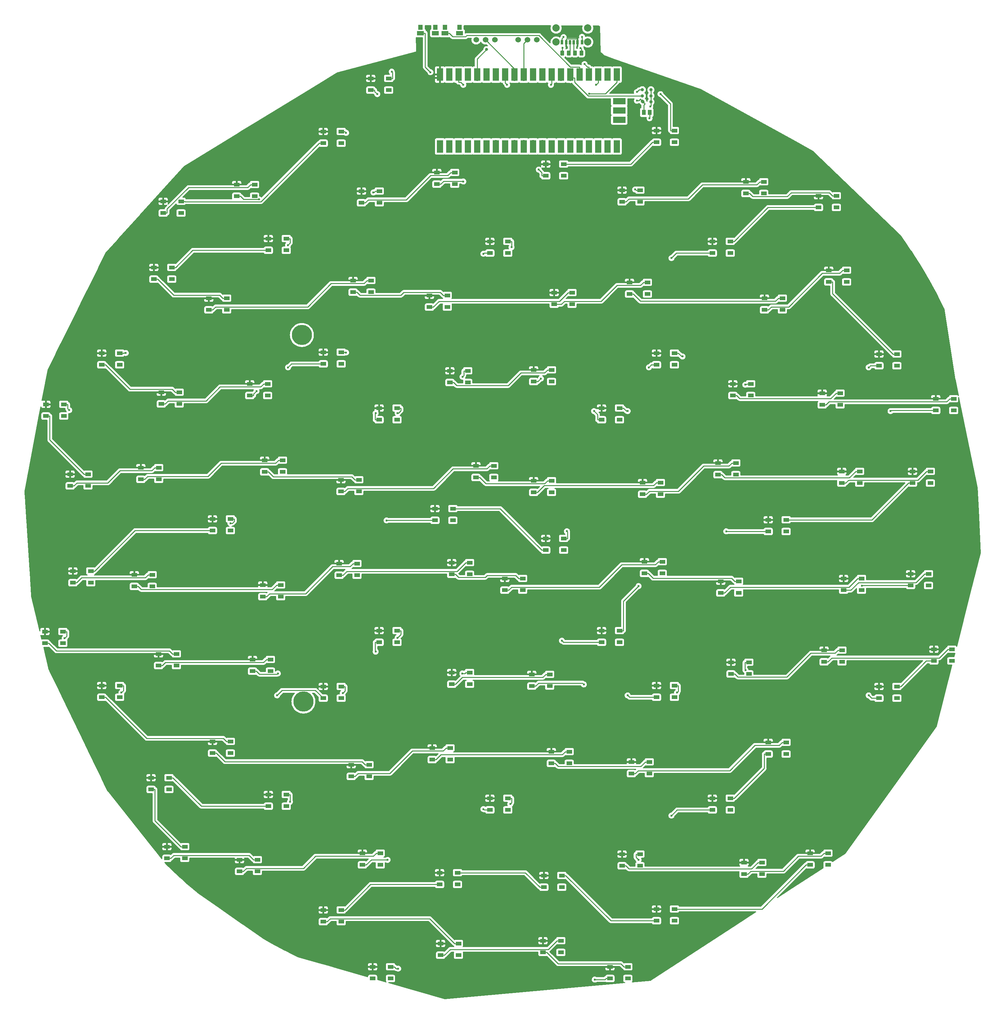
<source format=gtl>
%TF.GenerationSoftware,KiCad,Pcbnew,(6.0.6)*%
%TF.CreationDate,2022-07-04T16:04:10-05:00*%
%TF.ProjectId,CircleBoard,43697263-6c65-4426-9f61-72642e6b6963,rev?*%
%TF.SameCoordinates,Original*%
%TF.FileFunction,Copper,L1,Top*%
%TF.FilePolarity,Positive*%
%FSLAX46Y46*%
G04 Gerber Fmt 4.6, Leading zero omitted, Abs format (unit mm)*
G04 Created by KiCad (PCBNEW (6.0.6)) date 2022-07-04 16:04:10*
%MOMM*%
%LPD*%
G01*
G04 APERTURE LIST*
G04 Aperture macros list*
%AMRoundRect*
0 Rectangle with rounded corners*
0 $1 Rounding radius*
0 $2 $3 $4 $5 $6 $7 $8 $9 X,Y pos of 4 corners*
0 Add a 4 corners polygon primitive as box body*
4,1,4,$2,$3,$4,$5,$6,$7,$8,$9,$2,$3,0*
0 Add four circle primitives for the rounded corners*
1,1,$1+$1,$2,$3*
1,1,$1+$1,$4,$5*
1,1,$1+$1,$6,$7*
1,1,$1+$1,$8,$9*
0 Add four rect primitives between the rounded corners*
20,1,$1+$1,$2,$3,$4,$5,0*
20,1,$1+$1,$4,$5,$6,$7,0*
20,1,$1+$1,$6,$7,$8,$9,0*
20,1,$1+$1,$8,$9,$2,$3,0*%
%AMHorizOval*
0 Thick line with rounded ends*
0 $1 width*
0 $2 $3 position (X,Y) of the first rounded end (center of the circle)*
0 $4 $5 position (X,Y) of the second rounded end (center of the circle)*
0 Add line between two ends*
20,1,$1,$2,$3,$4,$5,0*
0 Add two circle primitives to create the rounded ends*
1,1,$1,$2,$3*
1,1,$1,$4,$5*%
G04 Aperture macros list end*
%TA.AperFunction,ComponentPad*%
%ADD10C,5.500000*%
%TD*%
%TA.AperFunction,SMDPad,CuDef*%
%ADD11R,1.500000X1.000000*%
%TD*%
%TA.AperFunction,ComponentPad*%
%ADD12R,1.200000X1.400000*%
%TD*%
%TA.AperFunction,SMDPad,CuDef*%
%ADD13R,1.840000X1.200000*%
%TD*%
%TA.AperFunction,SMDPad,CuDef*%
%ADD14RoundRect,0.250000X0.262500X0.450000X-0.262500X0.450000X-0.262500X-0.450000X0.262500X-0.450000X0*%
%TD*%
%TA.AperFunction,ComponentPad*%
%ADD15C,1.524000*%
%TD*%
%TA.AperFunction,SMDPad,CuDef*%
%ADD16R,0.700000X1.200000*%
%TD*%
%TA.AperFunction,SMDPad,CuDef*%
%ADD17R,0.760000X1.200000*%
%TD*%
%TA.AperFunction,SMDPad,CuDef*%
%ADD18R,0.800000X1.200000*%
%TD*%
%TA.AperFunction,ComponentPad*%
%ADD19C,2.010000*%
%TD*%
%TA.AperFunction,SMDPad,CuDef*%
%ADD20R,1.700000X3.500000*%
%TD*%
%TA.AperFunction,ComponentPad*%
%ADD21O,1.700000X1.700000*%
%TD*%
%TA.AperFunction,SMDPad,CuDef*%
%ADD22R,3.500000X1.700000*%
%TD*%
%TA.AperFunction,SMDPad,CuDef*%
%ADD23RoundRect,0.250000X-0.262500X-0.450000X0.262500X-0.450000X0.262500X0.450000X-0.262500X0.450000X0*%
%TD*%
%TA.AperFunction,SMDPad,CuDef*%
%ADD24C,0.910000*%
%TD*%
%TA.AperFunction,SMDPad,CuDef*%
%ADD25HorizOval,0.910000X-0.070711X0.070711X0.070711X-0.070711X0*%
%TD*%
%TA.AperFunction,SMDPad,CuDef*%
%ADD26R,1.020000X1.470000*%
%TD*%
%TA.AperFunction,ViaPad*%
%ADD27C,0.800000*%
%TD*%
%TA.AperFunction,ViaPad*%
%ADD28C,0.600000*%
%TD*%
%TA.AperFunction,Conductor*%
%ADD29C,0.250000*%
%TD*%
G04 APERTURE END LIST*
D10*
X72920000Y-175000000D03*
X72500000Y-75000000D03*
D11*
X91784000Y-247320000D03*
X91784000Y-250520000D03*
X96684000Y-250520000D03*
X96684000Y-247320000D03*
X156554000Y-247320000D03*
X156554000Y-250520000D03*
X161454000Y-250520000D03*
X161454000Y-247320000D03*
X138266000Y-240208000D03*
X138266000Y-243408000D03*
X143166000Y-243408000D03*
X143166000Y-240208000D03*
X110326000Y-240970000D03*
X110326000Y-244170000D03*
X115226000Y-244170000D03*
X115226000Y-240970000D03*
X78322000Y-231826000D03*
X78322000Y-235026000D03*
X83222000Y-235026000D03*
X83222000Y-231826000D03*
X110072000Y-221666000D03*
X110072000Y-224866000D03*
X114972000Y-224866000D03*
X114972000Y-221666000D03*
X138520000Y-222428000D03*
X138520000Y-225628000D03*
X143420000Y-225628000D03*
X143420000Y-222428000D03*
X169254000Y-231572000D03*
X169254000Y-234772000D03*
X174154000Y-234772000D03*
X174154000Y-231572000D03*
X211164000Y-216332000D03*
X211164000Y-219532000D03*
X216064000Y-219532000D03*
X216064000Y-216332000D03*
X193130000Y-218872000D03*
X193130000Y-222072000D03*
X198030000Y-222072000D03*
X198030000Y-218872000D03*
X159856000Y-216586000D03*
X159856000Y-219786000D03*
X164756000Y-219786000D03*
X164756000Y-216586000D03*
X88990000Y-216332000D03*
X88990000Y-219532000D03*
X93890000Y-219532000D03*
X93890000Y-216332000D03*
X55462000Y-218110000D03*
X55462000Y-221310000D03*
X60362000Y-221310000D03*
X60362000Y-218110000D03*
X35650000Y-214554000D03*
X35650000Y-217754000D03*
X40550000Y-217754000D03*
X40550000Y-214554000D03*
X31332000Y-195758000D03*
X31332000Y-198958000D03*
X36232000Y-198958000D03*
X36232000Y-195758000D03*
X63336000Y-200330000D03*
X63336000Y-203530000D03*
X68236000Y-203530000D03*
X68236000Y-200330000D03*
X123788000Y-201346000D03*
X123788000Y-204546000D03*
X128688000Y-204546000D03*
X128688000Y-201346000D03*
X184494000Y-201346000D03*
X184494000Y-204546000D03*
X189394000Y-204546000D03*
X189394000Y-201346000D03*
X199734000Y-186106000D03*
X199734000Y-189306000D03*
X204634000Y-189306000D03*
X204634000Y-186106000D03*
X162396000Y-191440000D03*
X162396000Y-194640000D03*
X167296000Y-194640000D03*
X167296000Y-191440000D03*
X140552000Y-188646000D03*
X140552000Y-191846000D03*
X145452000Y-191846000D03*
X145452000Y-188646000D03*
X108040000Y-187630000D03*
X108040000Y-190830000D03*
X112940000Y-190830000D03*
X112940000Y-187630000D03*
X85942000Y-192202000D03*
X85942000Y-195402000D03*
X90842000Y-195402000D03*
X90842000Y-192202000D03*
X48096000Y-185852000D03*
X48096000Y-189052000D03*
X52996000Y-189052000D03*
X52996000Y-185852000D03*
X17870000Y-170612000D03*
X17870000Y-173812000D03*
X22770000Y-173812000D03*
X22770000Y-170612000D03*
X78322000Y-170866000D03*
X78322000Y-174066000D03*
X83222000Y-174066000D03*
X83222000Y-170866000D03*
X169254000Y-170612000D03*
X169254000Y-173812000D03*
X174154000Y-173812000D03*
X174154000Y-170612000D03*
X229960000Y-170866000D03*
X229960000Y-174066000D03*
X234860000Y-174066000D03*
X234860000Y-170866000D03*
X244946000Y-160706000D03*
X244946000Y-163906000D03*
X249846000Y-163906000D03*
X249846000Y-160706000D03*
X214974000Y-160960000D03*
X214974000Y-164160000D03*
X219874000Y-164160000D03*
X219874000Y-160960000D03*
X189574000Y-164262000D03*
X189574000Y-167462000D03*
X194474000Y-167462000D03*
X194474000Y-164262000D03*
X135218000Y-167564000D03*
X135218000Y-170764000D03*
X140118000Y-170764000D03*
X140118000Y-167564000D03*
X113374000Y-167056000D03*
X113374000Y-170256000D03*
X118274000Y-170256000D03*
X118274000Y-167056000D03*
X59018000Y-163500000D03*
X59018000Y-166700000D03*
X63918000Y-166700000D03*
X63918000Y-163500000D03*
X33364000Y-161976000D03*
X33364000Y-165176000D03*
X38264000Y-165176000D03*
X38264000Y-161976000D03*
X2376000Y-155880000D03*
X2376000Y-159080000D03*
X7276000Y-159080000D03*
X7276000Y-155880000D03*
X93562000Y-155626000D03*
X93562000Y-158826000D03*
X98462000Y-158826000D03*
X98462000Y-155626000D03*
X154268000Y-155626000D03*
X154268000Y-158826000D03*
X159168000Y-158826000D03*
X159168000Y-155626000D03*
X238596000Y-140132000D03*
X238596000Y-143332000D03*
X243496000Y-143332000D03*
X243496000Y-140132000D03*
X220308000Y-141402000D03*
X220308000Y-144602000D03*
X225208000Y-144602000D03*
X225208000Y-141402000D03*
X186780000Y-142164000D03*
X186780000Y-145364000D03*
X191680000Y-145364000D03*
X191680000Y-142164000D03*
X165952000Y-136830000D03*
X165952000Y-140030000D03*
X170852000Y-140030000D03*
X170852000Y-136830000D03*
X127852000Y-141402000D03*
X127852000Y-144602000D03*
X132752000Y-144602000D03*
X132752000Y-141402000D03*
X113374000Y-137084000D03*
X113374000Y-140284000D03*
X118274000Y-140284000D03*
X118274000Y-137084000D03*
X82640000Y-137338000D03*
X82640000Y-140538000D03*
X87540000Y-140538000D03*
X87540000Y-137338000D03*
X61812000Y-143180000D03*
X61812000Y-146380000D03*
X66712000Y-146380000D03*
X66712000Y-143180000D03*
X26760000Y-140386000D03*
X26760000Y-143586000D03*
X31660000Y-143586000D03*
X31660000Y-140386000D03*
X9996000Y-139370000D03*
X9996000Y-142570000D03*
X14896000Y-142570000D03*
X14896000Y-139370000D03*
X48096000Y-125146000D03*
X48096000Y-128346000D03*
X52996000Y-128346000D03*
X52996000Y-125146000D03*
X108802000Y-122352000D03*
X108802000Y-125552000D03*
X113702000Y-125552000D03*
X113702000Y-122352000D03*
X139028000Y-130480000D03*
X139028000Y-133680000D03*
X143928000Y-133680000D03*
X143928000Y-130480000D03*
X199734000Y-125400000D03*
X199734000Y-128600000D03*
X204634000Y-128600000D03*
X204634000Y-125400000D03*
X239104000Y-112192000D03*
X239104000Y-115392000D03*
X244004000Y-115392000D03*
X244004000Y-112192000D03*
X219800000Y-112192000D03*
X219800000Y-115392000D03*
X224700000Y-115392000D03*
X224700000Y-112192000D03*
X186018000Y-109906000D03*
X186018000Y-113106000D03*
X190918000Y-113106000D03*
X190918000Y-109906000D03*
X165444000Y-115240000D03*
X165444000Y-118440000D03*
X170344000Y-118440000D03*
X170344000Y-115240000D03*
X135726000Y-114732000D03*
X135726000Y-117932000D03*
X140626000Y-117932000D03*
X140626000Y-114732000D03*
X119978000Y-110668000D03*
X119978000Y-113868000D03*
X124878000Y-113868000D03*
X124878000Y-110668000D03*
X83148000Y-114478000D03*
X83148000Y-117678000D03*
X88048000Y-117678000D03*
X88048000Y-114478000D03*
X62320000Y-109144000D03*
X62320000Y-112344000D03*
X67220000Y-112344000D03*
X67220000Y-109144000D03*
X28538000Y-111176000D03*
X28538000Y-114376000D03*
X33438000Y-114376000D03*
X33438000Y-111176000D03*
X9234000Y-112954000D03*
X9234000Y-116154000D03*
X14134000Y-116154000D03*
X14134000Y-112954000D03*
X2630000Y-93904000D03*
X2630000Y-97104000D03*
X7530000Y-97104000D03*
X7530000Y-93904000D03*
X93562000Y-94920000D03*
X93562000Y-98120000D03*
X98462000Y-98120000D03*
X98462000Y-94920000D03*
X154268000Y-94920000D03*
X154268000Y-98120000D03*
X159168000Y-98120000D03*
X159168000Y-94920000D03*
X245454000Y-92380000D03*
X245454000Y-95580000D03*
X250354000Y-95580000D03*
X250354000Y-92380000D03*
X214466000Y-90856000D03*
X214466000Y-94056000D03*
X219366000Y-94056000D03*
X219366000Y-90856000D03*
X190082000Y-88316000D03*
X190082000Y-91516000D03*
X194982000Y-91516000D03*
X194982000Y-88316000D03*
X135726000Y-84506000D03*
X135726000Y-87706000D03*
X140626000Y-87706000D03*
X140626000Y-84506000D03*
X112866000Y-84760000D03*
X112866000Y-87960000D03*
X117766000Y-87960000D03*
X117766000Y-84760000D03*
X58256000Y-88316000D03*
X58256000Y-91516000D03*
X63156000Y-91516000D03*
X63156000Y-88316000D03*
X34126000Y-90602000D03*
X34126000Y-93802000D03*
X39026000Y-93802000D03*
X39026000Y-90602000D03*
X17870000Y-79934000D03*
X17870000Y-83134000D03*
X22770000Y-83134000D03*
X22770000Y-79934000D03*
X78322000Y-79680000D03*
X78322000Y-82880000D03*
X83222000Y-82880000D03*
X83222000Y-79680000D03*
X169254000Y-79934000D03*
X169254000Y-83134000D03*
X174154000Y-83134000D03*
X174154000Y-79934000D03*
X229960000Y-80188000D03*
X229960000Y-83388000D03*
X234860000Y-83388000D03*
X234860000Y-80188000D03*
X216244000Y-57328000D03*
X216244000Y-60528000D03*
X221144000Y-60528000D03*
X221144000Y-57328000D03*
X198718000Y-64948000D03*
X198718000Y-68148000D03*
X203618000Y-68148000D03*
X203618000Y-64948000D03*
X161888000Y-60630000D03*
X161888000Y-63830000D03*
X166788000Y-63830000D03*
X166788000Y-60630000D03*
X141314000Y-63424000D03*
X141314000Y-66624000D03*
X146214000Y-66624000D03*
X146214000Y-63424000D03*
X107278000Y-64186000D03*
X107278000Y-67386000D03*
X112178000Y-67386000D03*
X112178000Y-64186000D03*
X86450000Y-60122000D03*
X86450000Y-63322000D03*
X91350000Y-63322000D03*
X91350000Y-60122000D03*
X47080000Y-64948000D03*
X47080000Y-68148000D03*
X51980000Y-68148000D03*
X51980000Y-64948000D03*
X32094000Y-56566000D03*
X32094000Y-59766000D03*
X36994000Y-59766000D03*
X36994000Y-56566000D03*
X63336000Y-48692000D03*
X63336000Y-51892000D03*
X68236000Y-51892000D03*
X68236000Y-48692000D03*
X123788000Y-49454000D03*
X123788000Y-52654000D03*
X128688000Y-52654000D03*
X128688000Y-49454000D03*
X184494000Y-49454000D03*
X184494000Y-52654000D03*
X189394000Y-52654000D03*
X189394000Y-49454000D03*
X213450000Y-37008000D03*
X213450000Y-40208000D03*
X218350000Y-40208000D03*
X218350000Y-37008000D03*
X193638000Y-33198000D03*
X193638000Y-36398000D03*
X198538000Y-36398000D03*
X198538000Y-33198000D03*
X159856000Y-35484000D03*
X159856000Y-38684000D03*
X164756000Y-38684000D03*
X164756000Y-35484000D03*
X109310000Y-30658000D03*
X109310000Y-33858000D03*
X114210000Y-33858000D03*
X114210000Y-30658000D03*
X88736000Y-35738000D03*
X88736000Y-38938000D03*
X93636000Y-38938000D03*
X93636000Y-35738000D03*
X54700000Y-33960000D03*
X54700000Y-37160000D03*
X59600000Y-37160000D03*
X59600000Y-33960000D03*
X34634000Y-38532000D03*
X34634000Y-41732000D03*
X39534000Y-41732000D03*
X39534000Y-38532000D03*
X78322000Y-19482000D03*
X78322000Y-22682000D03*
X83222000Y-22682000D03*
X83222000Y-19482000D03*
X139028000Y-28372000D03*
X139028000Y-31572000D03*
X143928000Y-31572000D03*
X143928000Y-28372000D03*
X169254000Y-19228000D03*
X169254000Y-22428000D03*
X174154000Y-22428000D03*
X174154000Y-19228000D03*
X91276000Y-5004000D03*
X91276000Y-8204000D03*
X96176000Y-8204000D03*
X96176000Y-5004000D03*
D12*
X104885000Y8960000D03*
D13*
X104885000Y7360000D03*
X108935000Y7360000D03*
D12*
X108935000Y8960000D03*
D14*
X148802500Y1910000D03*
X146977500Y1910000D03*
D15*
X131540000Y5585900D03*
X134080000Y5585900D03*
X136620000Y5585900D03*
D16*
X146690000Y4850000D03*
D17*
X144670000Y4850000D03*
D18*
X143440000Y4850000D03*
D16*
X145690000Y4850000D03*
D17*
X147710000Y4850000D03*
D18*
X148940000Y4850000D03*
D19*
X150510000Y4930000D03*
X150510000Y8730000D03*
X141870000Y8730000D03*
X141870000Y4930000D03*
D15*
X120050000Y5515900D03*
X122590000Y5515900D03*
X125130000Y5515900D03*
D20*
X110170000Y-23550000D03*
X112710000Y-23550000D03*
X115250000Y-23550000D03*
X117790000Y-23550000D03*
X120330000Y-23550000D03*
X122870000Y-23550000D03*
D21*
X125410000Y-22650000D03*
D20*
X125410000Y-23550000D03*
X127950000Y-23550000D03*
X130490000Y-23550000D03*
D21*
X130490000Y-22650000D03*
D20*
X133030000Y-23550000D03*
D21*
X133030000Y-22650000D03*
D20*
X135570000Y-23550000D03*
D21*
X135570000Y-22650000D03*
D20*
X138110000Y-23550000D03*
D21*
X138110000Y-22650000D03*
D20*
X140650000Y-23550000D03*
X143190000Y-23550000D03*
X145730000Y-23550000D03*
X148270000Y-23550000D03*
X150810000Y-23550000D03*
X153350000Y-23550000D03*
X155890000Y-23550000D03*
X158430000Y-23550000D03*
X158430000Y-3970000D03*
X155890000Y-3970000D03*
X153350000Y-3970000D03*
X150810000Y-3970000D03*
X148270000Y-3970000D03*
D21*
X145730000Y-4910000D03*
D20*
X145730000Y-3970000D03*
X143190000Y-3970000D03*
D21*
X143190000Y-4870000D03*
D20*
X140650000Y-3970000D03*
X138110000Y-3970000D03*
X135570000Y-3970000D03*
D21*
X133030000Y-4870000D03*
D20*
X133030000Y-3970000D03*
X130490000Y-3970000D03*
D21*
X130490000Y-4870000D03*
D20*
X127950000Y-3970000D03*
X125410000Y-3970000D03*
X122870000Y-3970000D03*
D21*
X120330000Y-4870000D03*
D20*
X120330000Y-3970000D03*
X117790000Y-3970000D03*
X115250000Y-3970000D03*
X112710000Y-3970000D03*
D21*
X110170000Y-4870000D03*
D20*
X110170000Y-3970000D03*
D22*
X159100000Y-16300000D03*
X159100000Y-13760000D03*
X159100000Y-11220000D03*
D23*
X143517500Y1900000D03*
X145342500Y1900000D03*
D24*
X167740000Y-11390000D03*
X167740000Y-9740000D03*
X167740000Y-8090000D03*
X165400000Y-8090000D03*
X165400000Y-9740000D03*
D25*
X165500000Y-11290000D03*
D26*
X165790000Y-14280000D03*
X167390000Y-14280000D03*
D12*
X111495000Y8890000D03*
D13*
X111495000Y7290000D03*
X115545000Y7290000D03*
D12*
X115545000Y8890000D03*
D27*
X122920000Y2880000D03*
D28*
X152418300Y-250812200D03*
X98769800Y-247830300D03*
X95878100Y-218167100D03*
X164375500Y-218186000D03*
X122034300Y-204319400D03*
X69261400Y-202320400D03*
X173343400Y-206083700D03*
X129380400Y-202946000D03*
X65728600Y-173282800D03*
X23270000Y-172551900D03*
X161386200Y-173282800D03*
X83664400Y-172678900D03*
X227150800Y-173282800D03*
X174871000Y-172551900D03*
X149429000Y-170300900D03*
X193536800Y-166395000D03*
X65945600Y-167319000D03*
X116288000Y-167319000D03*
X92632300Y-161355200D03*
X7776000Y-157731200D03*
X143450400Y-158373300D03*
X98610900Y-157604200D03*
X225344600Y-143366800D03*
X164375500Y-143463800D03*
X95621600Y-125572400D03*
X53011400Y-126354700D03*
X188289900Y-128554300D03*
X144811500Y-128521700D03*
X92632300Y-96332200D03*
X9015400Y-95504000D03*
X152220800Y-95753400D03*
X98610900Y-96332200D03*
X233129400Y-95753400D03*
X161399400Y-95753400D03*
X137721200Y-86877500D03*
X193502900Y-88557300D03*
X60125300Y-90273400D03*
X116321900Y-86388400D03*
X68717900Y-83825800D03*
X24446500Y-79893500D03*
X167187100Y-83825800D03*
X84565500Y-79766500D03*
X227150800Y-83825800D03*
X176365700Y-80843900D03*
X122034300Y-52834900D03*
X68717900Y-50463000D03*
X173343400Y-54006800D03*
X129718300Y-51054000D03*
X116546700Y-33133500D03*
X163443400Y-35304200D03*
X60797300Y-38006700D03*
X92011800Y-36115400D03*
X137127600Y-29866300D03*
X84565500Y-19848500D03*
X93076500Y-9278300D03*
X170354100Y-9278300D03*
X163912900Y-8701200D03*
X150878100Y-9177700D03*
X97021100Y-3163800D03*
X149629400Y-1094900D03*
X107578800Y-3314500D03*
X163927600Y-11088500D03*
X96634000Y-250520000D03*
X161404000Y-250520000D03*
X143116000Y-243408000D03*
X115176000Y-244170000D03*
X83172000Y-235026000D03*
X114922000Y-224866000D03*
X143370000Y-225628000D03*
X174104000Y-234772000D03*
X216014000Y-219532000D03*
X197980000Y-222072000D03*
X164706000Y-219786000D03*
X93840000Y-219532000D03*
X60312000Y-221310000D03*
X40500000Y-217754000D03*
X36182000Y-198958000D03*
X68186000Y-203530000D03*
X128638000Y-204546000D03*
X189344000Y-204546000D03*
X204584000Y-189306000D03*
X167246000Y-194640000D03*
X145402000Y-191846000D03*
X112890000Y-190830000D03*
X90792000Y-195402000D03*
X52946000Y-189052000D03*
X22720000Y-173812000D03*
X83172000Y-174066000D03*
X174104000Y-173812000D03*
X234810000Y-174066000D03*
X249796000Y-163906000D03*
X219824000Y-164160000D03*
X194424000Y-167462000D03*
X140068000Y-170764000D03*
X118224000Y-170256000D03*
X63868000Y-166700000D03*
X38214000Y-165176000D03*
X7226000Y-159080000D03*
X98412000Y-158826000D03*
X159118000Y-158826000D03*
X243446000Y-143332000D03*
X225158000Y-144602000D03*
X191630000Y-145364000D03*
X170802000Y-140030000D03*
X132702000Y-144602000D03*
X118224000Y-140284000D03*
X87490000Y-140538000D03*
X66662000Y-146380000D03*
X31610000Y-143586000D03*
X14846000Y-142570000D03*
X52946000Y-128346000D03*
X113652000Y-125552000D03*
X143878000Y-133680000D03*
X204584000Y-128600000D03*
X243954000Y-115392000D03*
X224650000Y-115392000D03*
X190868000Y-113106000D03*
X170294000Y-118440000D03*
X140576000Y-117932000D03*
X124828000Y-113868000D03*
X87998000Y-117678000D03*
X67170000Y-112344000D03*
X33388000Y-114376000D03*
X14084000Y-116154000D03*
X7480000Y-97104000D03*
X98412000Y-98120000D03*
X159118000Y-98120000D03*
X250304000Y-95580000D03*
X219316000Y-94056000D03*
X194932000Y-91516000D03*
X140576000Y-87706000D03*
X117716000Y-87960000D03*
X63106000Y-91516000D03*
X38976000Y-93802000D03*
X22720000Y-83134000D03*
X83172000Y-82880000D03*
X174104000Y-83134000D03*
X234810000Y-83388000D03*
X221094000Y-60528000D03*
X203568000Y-68148000D03*
X166738000Y-63830000D03*
X146164000Y-66624000D03*
X112128000Y-67386000D03*
X91300000Y-63322000D03*
X51930000Y-68148000D03*
X36944000Y-59766000D03*
X68186000Y-51892000D03*
X128638000Y-52654000D03*
X189344000Y-52654000D03*
X218300000Y-40208000D03*
X198488000Y-36398000D03*
X164706000Y-38684000D03*
X114160000Y-33858000D03*
X93586000Y-38938000D03*
X59550000Y-37160000D03*
X39484000Y-41732000D03*
X83172000Y-22682000D03*
X143878000Y-31572000D03*
X174104000Y-22428000D03*
X96126000Y-8204000D03*
X167364800Y-15874000D03*
X167553500Y-12695000D03*
X143665300Y3370600D03*
X116546700Y-6753700D03*
X128503900Y-6753700D03*
X140461100Y-6753700D03*
X152786500Y-6753700D03*
X148953400Y6346700D03*
X143910000Y6286100D03*
X148551600Y3268000D03*
D29*
X76181000Y-171925000D02*
X67086400Y-171925000D01*
X78322000Y-174066000D02*
X76181000Y-171925000D01*
X67086400Y-171925000D02*
X65728600Y-173282800D01*
X120330000Y290000D02*
X122920000Y2880000D01*
X120330000Y-4870000D02*
X120330000Y290000D01*
X147545000Y5775000D02*
X147710000Y5610000D01*
X144670000Y5700000D02*
X144745000Y5775000D01*
X144745000Y5775000D02*
X147545000Y5775000D01*
X147710000Y5610000D02*
X147710000Y4850000D01*
X144670000Y4850000D02*
X144670000Y5700000D01*
X162234700Y-28372000D02*
X143928000Y-28372000D01*
X168178700Y-22428000D02*
X162234700Y-28372000D01*
X169254000Y-22428000D02*
X168178700Y-22428000D01*
X155186500Y-250812200D02*
X152418300Y-250812200D01*
X155478700Y-250520000D02*
X155186500Y-250812200D01*
X98269600Y-247830300D02*
X97759300Y-247320000D01*
X98769800Y-247830300D02*
X98269600Y-247830300D01*
X96684000Y-247320000D02*
X97759300Y-247320000D01*
X156554000Y-250520000D02*
X155478700Y-250520000D01*
X159553400Y-246494700D02*
X160378700Y-247320000D01*
X142428000Y-246494700D02*
X159553400Y-246494700D01*
X139341300Y-243408000D02*
X142428000Y-246494700D01*
X138266000Y-243408000D02*
X139341300Y-243408000D01*
X161454000Y-247320000D02*
X160378700Y-247320000D01*
X139716100Y-242582600D02*
X142090700Y-240208000D01*
X112988700Y-242582600D02*
X139716100Y-242582600D01*
X111401300Y-244170000D02*
X112988700Y-242582600D01*
X110326000Y-244170000D02*
X111401300Y-244170000D01*
X143166000Y-240208000D02*
X142090700Y-240208000D01*
X107381400Y-234200700D02*
X114150700Y-240970000D01*
X80222600Y-234200700D02*
X107381400Y-234200700D01*
X79397300Y-235026000D02*
X80222600Y-234200700D01*
X78322000Y-235026000D02*
X79397300Y-235026000D01*
X115226000Y-240970000D02*
X114150700Y-240970000D01*
X91257300Y-224866000D02*
X84297300Y-231826000D01*
X110072000Y-224866000D02*
X91257300Y-224866000D01*
X83222000Y-231826000D02*
X84297300Y-231826000D01*
X133482700Y-221666000D02*
X114972000Y-221666000D01*
X137444700Y-225628000D02*
X133482700Y-221666000D01*
X138520000Y-225628000D02*
X137444700Y-225628000D01*
X156839300Y-234772000D02*
X144495300Y-222428000D01*
X169254000Y-234772000D02*
X156839300Y-234772000D01*
X143420000Y-222428000D02*
X144495300Y-222428000D01*
X198048700Y-231572000D02*
X174154000Y-231572000D01*
X210088700Y-219532000D02*
X198048700Y-231572000D01*
X211164000Y-219532000D02*
X210088700Y-219532000D01*
X214163400Y-217157300D02*
X214988700Y-216332000D01*
X207976800Y-217157300D02*
X214163400Y-217157300D01*
X203887400Y-221246700D02*
X207976800Y-217157300D01*
X195030600Y-221246700D02*
X203887400Y-221246700D01*
X194205300Y-222072000D02*
X195030600Y-221246700D01*
X193130000Y-222072000D02*
X194205300Y-222072000D01*
X216064000Y-216332000D02*
X214988700Y-216332000D01*
X195215400Y-220611300D02*
X196954700Y-218872000D01*
X161756600Y-220611300D02*
X195215400Y-220611300D01*
X160931300Y-219786000D02*
X161756600Y-220611300D01*
X159856000Y-219786000D02*
X160931300Y-219786000D01*
X198030000Y-218872000D02*
X196954700Y-218872000D01*
X91430200Y-218167100D02*
X95878100Y-218167100D01*
X90065300Y-219532000D02*
X91430200Y-218167100D01*
X163680700Y-217491200D02*
X163680700Y-216586000D01*
X164375500Y-218186000D02*
X163680700Y-217491200D01*
X164756000Y-216586000D02*
X163680700Y-216586000D01*
X88990000Y-219532000D02*
X90065300Y-219532000D01*
X91989400Y-217157300D02*
X92814700Y-216332000D01*
X76225300Y-217157300D02*
X91989400Y-217157300D01*
X72897900Y-220484700D02*
X76225300Y-217157300D01*
X57362600Y-220484700D02*
X72897900Y-220484700D01*
X56537300Y-221310000D02*
X57362600Y-220484700D01*
X55462000Y-221310000D02*
X56537300Y-221310000D01*
X93890000Y-216332000D02*
X92814700Y-216332000D01*
X58105300Y-216928600D02*
X59286700Y-218110000D01*
X37550700Y-216928600D02*
X58105300Y-216928600D01*
X36725300Y-217754000D02*
X37550700Y-216928600D01*
X35650000Y-217754000D02*
X36725300Y-217754000D01*
X60362000Y-218110000D02*
X59286700Y-218110000D01*
X32407300Y-207486600D02*
X39474700Y-214554000D01*
X32407300Y-198958000D02*
X32407300Y-207486600D01*
X31332000Y-198958000D02*
X32407300Y-198958000D01*
X40550000Y-214554000D02*
X39474700Y-214554000D01*
X45079300Y-203530000D02*
X37307300Y-195758000D01*
X63336000Y-203530000D02*
X45079300Y-203530000D01*
X36232000Y-195758000D02*
X37307300Y-195758000D01*
X122260900Y-204546000D02*
X122034300Y-204319400D01*
X123788000Y-204546000D02*
X122260900Y-204546000D01*
X69311300Y-202270500D02*
X69311300Y-200330000D01*
X69261400Y-202320400D02*
X69311300Y-202270500D01*
X68236000Y-200330000D02*
X69311300Y-200330000D01*
X174881100Y-204546000D02*
X173343400Y-206083700D01*
X184494000Y-204546000D02*
X174881100Y-204546000D01*
X129763300Y-202563100D02*
X129763300Y-201346000D01*
X129380400Y-202946000D02*
X129763300Y-202563100D01*
X128688000Y-201346000D02*
X129763300Y-201346000D01*
X198658700Y-193156600D02*
X190469300Y-201346000D01*
X198658700Y-189306000D02*
X198658700Y-193156600D01*
X199734000Y-189306000D02*
X198658700Y-189306000D01*
X189394000Y-201346000D02*
X190469300Y-201346000D01*
X202733400Y-186931300D02*
X203558700Y-186106000D01*
X196113300Y-186931300D02*
X202733400Y-186931300D01*
X189229900Y-193814700D02*
X196113300Y-186931300D01*
X164296600Y-193814700D02*
X189229900Y-193814700D01*
X163471300Y-194640000D02*
X164296600Y-193814700D01*
X162396000Y-194640000D02*
X163471300Y-194640000D01*
X204634000Y-186106000D02*
X203558700Y-186106000D01*
X164989400Y-192671300D02*
X166220700Y-191440000D01*
X142452600Y-192671300D02*
X164989400Y-192671300D01*
X141627300Y-191846000D02*
X142452600Y-192671300D01*
X140552000Y-191846000D02*
X141627300Y-191846000D01*
X167296000Y-191440000D02*
X166220700Y-191440000D01*
X143551400Y-189471300D02*
X144376700Y-188646000D01*
X110474000Y-189471300D02*
X143551400Y-189471300D01*
X109115300Y-190830000D02*
X110474000Y-189471300D01*
X108040000Y-190830000D02*
X109115300Y-190830000D01*
X145452000Y-188646000D02*
X144376700Y-188646000D01*
X111039400Y-188455300D02*
X111864700Y-187630000D01*
X102612300Y-188455300D02*
X111039400Y-188455300D01*
X96490900Y-194576700D02*
X102612300Y-188455300D01*
X87842600Y-194576700D02*
X96490900Y-194576700D01*
X87017300Y-195402000D02*
X87842600Y-194576700D01*
X85942000Y-195402000D02*
X87017300Y-195402000D01*
X112940000Y-187630000D02*
X111864700Y-187630000D01*
X88941400Y-191376700D02*
X89766700Y-192202000D01*
X51496000Y-191376700D02*
X88941400Y-191376700D01*
X49171300Y-189052000D02*
X51496000Y-191376700D01*
X48096000Y-189052000D02*
X49171300Y-189052000D01*
X90842000Y-192202000D02*
X89766700Y-192202000D01*
X51095400Y-185026700D02*
X51920700Y-185852000D01*
X30160000Y-185026700D02*
X51095400Y-185026700D01*
X18945300Y-173812000D02*
X30160000Y-185026700D01*
X17870000Y-173812000D02*
X18945300Y-173812000D01*
X52996000Y-185852000D02*
X51920700Y-185852000D01*
X23845300Y-171976600D02*
X23845300Y-170612000D01*
X23270000Y-172551900D02*
X23845300Y-171976600D01*
X22770000Y-170612000D02*
X23845300Y-170612000D01*
X161915400Y-173812000D02*
X161386200Y-173282800D01*
X169254000Y-173812000D02*
X161915400Y-173812000D01*
X84297300Y-172046000D02*
X84297300Y-170866000D01*
X83664400Y-172678900D02*
X84297300Y-172046000D01*
X83222000Y-170866000D02*
X84297300Y-170866000D01*
X227934000Y-174066000D02*
X227150800Y-173282800D01*
X229960000Y-174066000D02*
X227934000Y-174066000D01*
X175229300Y-172193600D02*
X175229300Y-170612000D01*
X174871000Y-172551900D02*
X175229300Y-172193600D01*
X174154000Y-170612000D02*
X175229300Y-170612000D01*
X242895300Y-163906000D02*
X235935300Y-170866000D01*
X244946000Y-163906000D02*
X242895300Y-163906000D01*
X234860000Y-170866000D02*
X235935300Y-170866000D01*
X246396100Y-163080600D02*
X248770700Y-160706000D01*
X217128700Y-163080600D02*
X246396100Y-163080600D01*
X216049300Y-164160000D02*
X217128700Y-163080600D01*
X214974000Y-164160000D02*
X216049300Y-164160000D01*
X249846000Y-160706000D02*
X248770700Y-160706000D01*
X217973400Y-161785300D02*
X218798700Y-160960000D01*
X211370300Y-161785300D02*
X217973400Y-161785300D01*
X204868200Y-168287400D02*
X211370300Y-161785300D01*
X191474700Y-168287400D02*
X204868200Y-168287400D01*
X190649300Y-167462000D02*
X191474700Y-168287400D01*
X189574000Y-167462000D02*
X190649300Y-167462000D01*
X219874000Y-160960000D02*
X218798700Y-160960000D01*
X149066800Y-169938700D02*
X149429000Y-170300900D01*
X137118600Y-169938700D02*
X149066800Y-169938700D01*
X136293300Y-170764000D02*
X137118600Y-169938700D01*
X193398700Y-166256900D02*
X193398700Y-164262000D01*
X193536800Y-166395000D02*
X193398700Y-166256900D01*
X194474000Y-164262000D02*
X193398700Y-164262000D01*
X135218000Y-170764000D02*
X136293300Y-170764000D01*
X138217400Y-168389300D02*
X139042700Y-167564000D01*
X116316000Y-168389300D02*
X138217400Y-168389300D01*
X114449300Y-170256000D02*
X116316000Y-168389300D01*
X113374000Y-170256000D02*
X114449300Y-170256000D01*
X140118000Y-167564000D02*
X139042700Y-167564000D01*
X65739200Y-167525400D02*
X65945600Y-167319000D01*
X60918700Y-167525400D02*
X65739200Y-167525400D01*
X60093300Y-166700000D02*
X60918700Y-167525400D01*
X116935700Y-167319000D02*
X117198700Y-167056000D01*
X116288000Y-167319000D02*
X116935700Y-167319000D01*
X118274000Y-167056000D02*
X117198700Y-167056000D01*
X59018000Y-166700000D02*
X60093300Y-166700000D01*
X62017400Y-164325300D02*
X62842700Y-163500000D01*
X35290000Y-164325300D02*
X62017400Y-164325300D01*
X34439300Y-165176000D02*
X35290000Y-164325300D01*
X33364000Y-165176000D02*
X34439300Y-165176000D01*
X63918000Y-163500000D02*
X62842700Y-163500000D01*
X36363400Y-161150700D02*
X37188700Y-161976000D01*
X5522000Y-161150700D02*
X36363400Y-161150700D01*
X3451300Y-159080000D02*
X5522000Y-161150700D01*
X2376000Y-159080000D02*
X3451300Y-159080000D01*
X38264000Y-161976000D02*
X37188700Y-161976000D01*
X92486700Y-161209600D02*
X92632300Y-161355200D01*
X92486700Y-158826000D02*
X92486700Y-161209600D01*
X8351300Y-157155900D02*
X8351300Y-155880000D01*
X7776000Y-157731200D02*
X8351300Y-157155900D01*
X7276000Y-155880000D02*
X8351300Y-155880000D01*
X93562000Y-158826000D02*
X92486700Y-158826000D01*
X143903100Y-158826000D02*
X143450400Y-158373300D01*
X154268000Y-158826000D02*
X143903100Y-158826000D01*
X99537300Y-156677800D02*
X99537300Y-155626000D01*
X98610900Y-157604200D02*
X99537300Y-156677800D01*
X98462000Y-155626000D02*
X99537300Y-155626000D01*
X225379400Y-143332000D02*
X225344600Y-143366800D01*
X238596000Y-143332000D02*
X225379400Y-143332000D01*
X160243300Y-147596000D02*
X160243300Y-155626000D01*
X164375500Y-143463800D02*
X160243300Y-147596000D01*
X159168000Y-155626000D02*
X160243300Y-155626000D01*
X240046100Y-142506600D02*
X242420700Y-140132000D01*
X224374500Y-142506600D02*
X240046100Y-142506600D01*
X222279100Y-144602000D02*
X224374500Y-142506600D01*
X220308000Y-144602000D02*
X222279100Y-144602000D01*
X243496000Y-140132000D02*
X242420700Y-140132000D01*
X221758100Y-143776600D02*
X224132700Y-141402000D01*
X189442700Y-143776600D02*
X221758100Y-143776600D01*
X187855300Y-145364000D02*
X189442700Y-143776600D01*
X186780000Y-145364000D02*
X187855300Y-145364000D01*
X225208000Y-141402000D02*
X224132700Y-141402000D01*
X189779400Y-141338700D02*
X190604700Y-142164000D01*
X168336000Y-141338700D02*
X189779400Y-141338700D01*
X167027300Y-140030000D02*
X168336000Y-141338700D01*
X165952000Y-140030000D02*
X167027300Y-140030000D01*
X191680000Y-142164000D02*
X190604700Y-142164000D01*
X168951400Y-137655300D02*
X169776700Y-136830000D01*
X159772500Y-137655300D02*
X168951400Y-137655300D01*
X153651100Y-143776700D02*
X159772500Y-137655300D01*
X129752600Y-143776700D02*
X153651100Y-143776700D01*
X128927300Y-144602000D02*
X129752600Y-143776700D01*
X127852000Y-144602000D02*
X128927300Y-144602000D01*
X170852000Y-136830000D02*
X169776700Y-136830000D01*
X130851400Y-140576700D02*
X131676700Y-141402000D01*
X123062900Y-140576700D02*
X130851400Y-140576700D01*
X122530300Y-141109300D02*
X123062900Y-140576700D01*
X115274600Y-141109300D02*
X122530300Y-141109300D01*
X114449300Y-140284000D02*
X115274600Y-141109300D01*
X113374000Y-140284000D02*
X114449300Y-140284000D01*
X132752000Y-141402000D02*
X131676700Y-141402000D01*
X114824100Y-139458600D02*
X117198700Y-137084000D01*
X84794700Y-139458600D02*
X114824100Y-139458600D01*
X83715300Y-140538000D02*
X84794700Y-139458600D01*
X82640000Y-140538000D02*
X83715300Y-140538000D01*
X118274000Y-137084000D02*
X117198700Y-137084000D01*
X85639400Y-138163300D02*
X86464700Y-137338000D01*
X80894400Y-138163300D02*
X85639400Y-138163300D01*
X73503000Y-145554700D02*
X80894400Y-138163300D01*
X63712600Y-145554700D02*
X73503000Y-145554700D01*
X62887300Y-146380000D02*
X63712600Y-145554700D01*
X61812000Y-146380000D02*
X62887300Y-146380000D01*
X87540000Y-137338000D02*
X86464700Y-137338000D01*
X64405400Y-144411300D02*
X65636700Y-143180000D01*
X28660600Y-144411300D02*
X64405400Y-144411300D01*
X27835300Y-143586000D02*
X28660600Y-144411300D01*
X26760000Y-143586000D02*
X27835300Y-143586000D01*
X66712000Y-143180000D02*
X65636700Y-143180000D01*
X29759400Y-141211300D02*
X30584700Y-140386000D01*
X12430000Y-141211300D02*
X29759400Y-141211300D01*
X11071300Y-142570000D02*
X12430000Y-141211300D01*
X9996000Y-142570000D02*
X11071300Y-142570000D01*
X31660000Y-140386000D02*
X30584700Y-140386000D01*
X26995300Y-128346000D02*
X15971300Y-139370000D01*
X48096000Y-128346000D02*
X26995300Y-128346000D01*
X14896000Y-139370000D02*
X15971300Y-139370000D01*
X95642000Y-125552000D02*
X95621600Y-125572400D01*
X108802000Y-125552000D02*
X95642000Y-125552000D01*
X54071300Y-125809400D02*
X54071300Y-125146000D01*
X53526000Y-126354700D02*
X54071300Y-125809400D01*
X53011400Y-126354700D02*
X53526000Y-126354700D01*
X52996000Y-125146000D02*
X54071300Y-125146000D01*
X126624700Y-122352000D02*
X113702000Y-122352000D01*
X137952700Y-133680000D02*
X126624700Y-122352000D01*
X139028000Y-133680000D02*
X137952700Y-133680000D01*
X188335600Y-128600000D02*
X188289900Y-128554300D01*
X199734000Y-128600000D02*
X188335600Y-128600000D01*
X145003300Y-128713500D02*
X145003300Y-130480000D01*
X144811500Y-128521700D02*
X145003300Y-128713500D01*
X143928000Y-130480000D02*
X145003300Y-130480000D01*
X228020700Y-125400000D02*
X204634000Y-125400000D01*
X238028700Y-115392000D02*
X228020700Y-125400000D01*
X239104000Y-115392000D02*
X238028700Y-115392000D01*
X240554000Y-114566700D02*
X242928700Y-112192000D01*
X221700600Y-114566700D02*
X240554000Y-114566700D01*
X220875300Y-115392000D02*
X221700600Y-114566700D01*
X219800000Y-115392000D02*
X220875300Y-115392000D01*
X244004000Y-112192000D02*
X242928700Y-112192000D01*
X221885400Y-113931300D02*
X223624700Y-112192000D01*
X187918600Y-113931300D02*
X221885400Y-113931300D01*
X187093300Y-113106000D02*
X187918600Y-113931300D01*
X186018000Y-113106000D02*
X187093300Y-113106000D01*
X224700000Y-112192000D02*
X223624700Y-112192000D01*
X189017400Y-110731300D02*
X189842700Y-109906000D01*
X182122300Y-110731300D02*
X189017400Y-110731300D01*
X175238900Y-117614700D02*
X182122300Y-110731300D01*
X167344600Y-117614700D02*
X175238900Y-117614700D01*
X166519300Y-118440000D02*
X167344600Y-117614700D01*
X165444000Y-118440000D02*
X166519300Y-118440000D01*
X190918000Y-109906000D02*
X189842700Y-109906000D01*
X168443400Y-116065300D02*
X169268700Y-115240000D01*
X138668000Y-116065300D02*
X168443400Y-116065300D01*
X136801300Y-117932000D02*
X138668000Y-116065300D01*
X135726000Y-117932000D02*
X136801300Y-117932000D01*
X170344000Y-115240000D02*
X169268700Y-115240000D01*
X138725400Y-115557300D02*
X139550700Y-114732000D01*
X122742600Y-115557300D02*
X138725400Y-115557300D01*
X121053300Y-113868000D02*
X122742600Y-115557300D01*
X119978000Y-113868000D02*
X121053300Y-113868000D01*
X140626000Y-114732000D02*
X139550700Y-114732000D01*
X122977400Y-111493300D02*
X123802700Y-110668000D01*
X113775800Y-111493300D02*
X122977400Y-111493300D01*
X108416400Y-116852700D02*
X113775800Y-111493300D01*
X85048600Y-116852700D02*
X108416400Y-116852700D01*
X84223300Y-117678000D02*
X85048600Y-116852700D01*
X83148000Y-117678000D02*
X84223300Y-117678000D01*
X124878000Y-110668000D02*
X123802700Y-110668000D01*
X86147400Y-113652700D02*
X86972700Y-114478000D01*
X64704000Y-113652700D02*
X86147400Y-113652700D01*
X63395300Y-112344000D02*
X64704000Y-113652700D01*
X62320000Y-112344000D02*
X63395300Y-112344000D01*
X88048000Y-114478000D02*
X86972700Y-114478000D01*
X65319400Y-109969300D02*
X66144700Y-109144000D01*
X50456400Y-109969300D02*
X65319400Y-109969300D01*
X46875000Y-113550700D02*
X50456400Y-109969300D01*
X30438600Y-113550700D02*
X46875000Y-113550700D01*
X29613300Y-114376000D02*
X30438600Y-113550700D01*
X28538000Y-114376000D02*
X29613300Y-114376000D01*
X67220000Y-109144000D02*
X66144700Y-109144000D01*
X31537400Y-112001300D02*
X32362700Y-111176000D01*
X22857500Y-112001300D02*
X31537400Y-112001300D01*
X19530100Y-115328700D02*
X22857500Y-112001300D01*
X11134600Y-115328700D02*
X19530100Y-115328700D01*
X10309300Y-116154000D02*
X11134600Y-115328700D01*
X9234000Y-116154000D02*
X10309300Y-116154000D01*
X33438000Y-111176000D02*
X32362700Y-111176000D01*
X3705300Y-103600600D02*
X13058700Y-112954000D01*
X3705300Y-97104000D02*
X3705300Y-103600600D01*
X2630000Y-97104000D02*
X3705300Y-97104000D01*
X14134000Y-112954000D02*
X13058700Y-112954000D01*
X92486700Y-96477800D02*
X92632300Y-96332200D01*
X92486700Y-98120000D02*
X92486700Y-96477800D01*
X8605300Y-95093900D02*
X8605300Y-93904000D01*
X9015400Y-95504000D02*
X8605300Y-95093900D01*
X7530000Y-93904000D02*
X8605300Y-93904000D01*
X93562000Y-98120000D02*
X92486700Y-98120000D01*
X153192700Y-96725300D02*
X152220800Y-95753400D01*
X153192700Y-98120000D02*
X153192700Y-96725300D01*
X99537300Y-95604300D02*
X99537300Y-94920000D01*
X98809400Y-96332200D02*
X99537300Y-95604300D01*
X98610900Y-96332200D02*
X98809400Y-96332200D01*
X98462000Y-94920000D02*
X99537300Y-94920000D01*
X154268000Y-98120000D02*
X153192700Y-98120000D01*
X233302800Y-95580000D02*
X233129400Y-95753400D01*
X245454000Y-95580000D02*
X233302800Y-95580000D01*
X161076700Y-95753400D02*
X160243300Y-94920000D01*
X161399400Y-95753400D02*
X161076700Y-95753400D01*
X159168000Y-94920000D02*
X160243300Y-94920000D01*
X248453400Y-93205300D02*
X249278700Y-92380000D01*
X216392000Y-93205300D02*
X248453400Y-93205300D01*
X215541300Y-94056000D02*
X216392000Y-93205300D01*
X214466000Y-94056000D02*
X215541300Y-94056000D01*
X250354000Y-92380000D02*
X249278700Y-92380000D01*
X216805400Y-92341300D02*
X218290700Y-90856000D01*
X191982600Y-92341300D02*
X216805400Y-92341300D01*
X191157300Y-91516000D02*
X191982600Y-92341300D01*
X190082000Y-91516000D02*
X191157300Y-91516000D01*
X219366000Y-90856000D02*
X218290700Y-90856000D01*
X136892700Y-87706000D02*
X137721200Y-86877500D01*
X135726000Y-87706000D02*
X136892700Y-87706000D01*
X193665400Y-88557300D02*
X193906700Y-88316000D01*
X193502900Y-88557300D02*
X193665400Y-88557300D01*
X194982000Y-88316000D02*
X193906700Y-88316000D01*
X138725400Y-85331300D02*
X139550700Y-84506000D01*
X132247600Y-85331300D02*
X138725400Y-85331300D01*
X128793500Y-88785400D02*
X132247600Y-85331300D01*
X114766700Y-88785400D02*
X128793500Y-88785400D01*
X113941300Y-87960000D02*
X114766700Y-88785400D01*
X112866000Y-87960000D02*
X113941300Y-87960000D01*
X140626000Y-84506000D02*
X139550700Y-84506000D01*
X59331300Y-91067400D02*
X60125300Y-90273400D01*
X59331300Y-91516000D02*
X59331300Y-91067400D01*
X116690700Y-86019600D02*
X116690700Y-84760000D01*
X116321900Y-86388400D02*
X116690700Y-86019600D01*
X117766000Y-84760000D02*
X116690700Y-84760000D01*
X58256000Y-91516000D02*
X59331300Y-91516000D01*
X61255400Y-89141300D02*
X62080700Y-88316000D01*
X50190300Y-89141300D02*
X61255400Y-89141300D01*
X46354900Y-92976700D02*
X50190300Y-89141300D01*
X36026600Y-92976700D02*
X46354900Y-92976700D01*
X35201300Y-93802000D02*
X36026600Y-92976700D01*
X34126000Y-93802000D02*
X35201300Y-93802000D01*
X63156000Y-88316000D02*
X62080700Y-88316000D01*
X37125400Y-89776700D02*
X37950700Y-90602000D01*
X25588000Y-89776700D02*
X37125400Y-89776700D01*
X18945300Y-83134000D02*
X25588000Y-89776700D01*
X17870000Y-83134000D02*
X18945300Y-83134000D01*
X39026000Y-90602000D02*
X37950700Y-90602000D01*
X69663700Y-82880000D02*
X68717900Y-83825800D01*
X78322000Y-82880000D02*
X69663700Y-82880000D01*
X23885800Y-79893500D02*
X23845300Y-79934000D01*
X24446500Y-79893500D02*
X23885800Y-79893500D01*
X22770000Y-79934000D02*
X23845300Y-79934000D01*
X167878900Y-83134000D02*
X167187100Y-83825800D01*
X169254000Y-83134000D02*
X167878900Y-83134000D01*
X84383800Y-79766500D02*
X84297300Y-79680000D01*
X84565500Y-79766500D02*
X84383800Y-79766500D01*
X83222000Y-79680000D02*
X84297300Y-79680000D01*
X227588600Y-83388000D02*
X227150800Y-83825800D01*
X229960000Y-83388000D02*
X227588600Y-83388000D01*
X176139200Y-80843900D02*
X175229300Y-79934000D01*
X176365700Y-80843900D02*
X176139200Y-80843900D01*
X174154000Y-79934000D02*
X175229300Y-79934000D01*
X217319300Y-63722600D02*
X233784700Y-80188000D01*
X217319300Y-60528000D02*
X217319300Y-63722600D01*
X216244000Y-60528000D02*
X217319300Y-60528000D01*
X234860000Y-80188000D02*
X233784700Y-80188000D01*
X219243400Y-58153300D02*
X220068700Y-57328000D01*
X214486200Y-58153300D02*
X219243400Y-58153300D01*
X205316800Y-67322700D02*
X214486200Y-58153300D01*
X200618600Y-67322700D02*
X205316800Y-67322700D01*
X199793300Y-68148000D02*
X200618600Y-67322700D01*
X198718000Y-68148000D02*
X199793300Y-68148000D01*
X221144000Y-57328000D02*
X220068700Y-57328000D01*
X201717400Y-65773300D02*
X202542700Y-64948000D01*
X164906600Y-65773300D02*
X201717400Y-65773300D01*
X162963300Y-63830000D02*
X164906600Y-65773300D01*
X161888000Y-63830000D02*
X162963300Y-63830000D01*
X203618000Y-64948000D02*
X202542700Y-64948000D01*
X164887400Y-61455300D02*
X165712700Y-60630000D01*
X158498100Y-61455300D02*
X164887400Y-61455300D01*
X154154800Y-65798600D02*
X158498100Y-61455300D01*
X144110500Y-65798600D02*
X154154800Y-65798600D01*
X143285100Y-66624000D02*
X144110500Y-65798600D01*
X141314000Y-66624000D02*
X143285100Y-66624000D01*
X166788000Y-60630000D02*
X165712700Y-60630000D01*
X142764100Y-65798600D02*
X145138700Y-63424000D01*
X109940700Y-65798600D02*
X142764100Y-65798600D01*
X108353300Y-67386000D02*
X109940700Y-65798600D01*
X107278000Y-67386000D02*
X108353300Y-67386000D01*
X146214000Y-63424000D02*
X145138700Y-63424000D01*
X110277400Y-63360700D02*
X111102700Y-64186000D01*
X100298000Y-63360700D02*
X110277400Y-63360700D01*
X99511400Y-64147300D02*
X100298000Y-63360700D01*
X88350600Y-64147300D02*
X99511400Y-64147300D01*
X87525300Y-63322000D02*
X88350600Y-64147300D01*
X86450000Y-63322000D02*
X87525300Y-63322000D01*
X112178000Y-64186000D02*
X111102700Y-64186000D01*
X89449400Y-60947300D02*
X90274700Y-60122000D01*
X80460100Y-60947300D02*
X89449400Y-60947300D01*
X74084700Y-67322700D02*
X80460100Y-60947300D01*
X48980600Y-67322700D02*
X74084700Y-67322700D01*
X48155300Y-68148000D02*
X48980600Y-67322700D01*
X47080000Y-68148000D02*
X48155300Y-68148000D01*
X91350000Y-60122000D02*
X90274700Y-60122000D01*
X50079400Y-64122700D02*
X50904700Y-64948000D01*
X37526000Y-64122700D02*
X50079400Y-64122700D01*
X33169300Y-59766000D02*
X37526000Y-64122700D01*
X32094000Y-59766000D02*
X33169300Y-59766000D01*
X51980000Y-64948000D02*
X50904700Y-64948000D01*
X42743300Y-51892000D02*
X38069300Y-56566000D01*
X63336000Y-51892000D02*
X42743300Y-51892000D01*
X36994000Y-56566000D02*
X38069300Y-56566000D01*
X122215200Y-52654000D02*
X122034300Y-52834900D01*
X123788000Y-52654000D02*
X122215200Y-52654000D01*
X69311300Y-49869600D02*
X69311300Y-48692000D01*
X68717900Y-50463000D02*
X69311300Y-49869600D01*
X68236000Y-48692000D02*
X69311300Y-48692000D01*
X174696200Y-52654000D02*
X173343400Y-54006800D01*
X184494000Y-52654000D02*
X174696200Y-52654000D01*
X129763300Y-51009000D02*
X129763300Y-49454000D01*
X129718300Y-51054000D02*
X129763300Y-51009000D01*
X128688000Y-49454000D02*
X129763300Y-49454000D01*
X199715300Y-40208000D02*
X190469300Y-49454000D01*
X213450000Y-40208000D02*
X199715300Y-40208000D01*
X189394000Y-49454000D02*
X190469300Y-49454000D01*
X216449400Y-36182700D02*
X217274700Y-37008000D01*
X205993900Y-36182700D02*
X216449400Y-36182700D01*
X204953300Y-37223300D02*
X205993900Y-36182700D01*
X195538600Y-37223300D02*
X204953300Y-37223300D01*
X194713300Y-36398000D02*
X195538600Y-37223300D01*
X193638000Y-36398000D02*
X194713300Y-36398000D01*
X218350000Y-37008000D02*
X217274700Y-37008000D01*
X196637400Y-34023300D02*
X197462700Y-33198000D01*
X181774400Y-34023300D02*
X196637400Y-34023300D01*
X177939000Y-37858700D02*
X181774400Y-34023300D01*
X161756600Y-37858700D02*
X177939000Y-37858700D01*
X160931300Y-38684000D02*
X161756600Y-37858700D01*
X159856000Y-38684000D02*
X160931300Y-38684000D01*
X198538000Y-33198000D02*
X197462700Y-33198000D01*
X116445900Y-33032700D02*
X116546700Y-33133500D01*
X111210600Y-33032700D02*
X116445900Y-33032700D01*
X110385300Y-33858000D02*
X111210600Y-33032700D01*
X163500900Y-35304200D02*
X163680700Y-35484000D01*
X163443400Y-35304200D02*
X163500900Y-35304200D01*
X164756000Y-35484000D02*
X163680700Y-35484000D01*
X109310000Y-33858000D02*
X110385300Y-33858000D01*
X112309400Y-31483300D02*
X113134700Y-30658000D01*
X107624900Y-31483300D02*
X112309400Y-31483300D01*
X100995500Y-38112700D02*
X107624900Y-31483300D01*
X90636600Y-38112700D02*
X100995500Y-38112700D01*
X89811300Y-38938000D02*
X90636600Y-38112700D01*
X88736000Y-38938000D02*
X89811300Y-38938000D01*
X114210000Y-30658000D02*
X113134700Y-30658000D01*
X56622000Y-38006700D02*
X60797300Y-38006700D01*
X55775300Y-37160000D02*
X56622000Y-38006700D01*
X92183300Y-36115400D02*
X92560700Y-35738000D01*
X92011800Y-36115400D02*
X92183300Y-36115400D01*
X93636000Y-35738000D02*
X92560700Y-35738000D01*
X54700000Y-37160000D02*
X55775300Y-37160000D01*
X57699400Y-34785300D02*
X58524700Y-33960000D01*
X41561500Y-34785300D02*
X57699400Y-34785300D01*
X35709300Y-40637500D02*
X41561500Y-34785300D01*
X35709300Y-41732000D02*
X35709300Y-40637500D01*
X34634000Y-41732000D02*
X35709300Y-41732000D01*
X59600000Y-33960000D02*
X58524700Y-33960000D01*
X78322000Y-22682000D02*
X77246700Y-22682000D01*
X61296700Y-38632000D02*
X77246700Y-22682000D01*
X40709300Y-38632000D02*
X61296700Y-38632000D01*
X40609300Y-38532000D02*
X40709300Y-38632000D01*
X39534000Y-38532000D02*
X40609300Y-38532000D01*
X137952700Y-30691400D02*
X137127600Y-29866300D01*
X137952700Y-31572000D02*
X137952700Y-30691400D01*
X84297300Y-19580300D02*
X84297300Y-19482000D01*
X84565500Y-19848500D02*
X84297300Y-19580300D01*
X83222000Y-19482000D02*
X84297300Y-19482000D01*
X139028000Y-31572000D02*
X137952700Y-31572000D01*
X92351300Y-8553100D02*
X93076500Y-9278300D01*
X92351300Y-8204000D02*
X92351300Y-8553100D01*
X173078700Y-12002900D02*
X173078700Y-19228000D01*
X170354100Y-9278300D02*
X173078700Y-12002900D01*
X174154000Y-19228000D02*
X173078700Y-19228000D01*
X91276000Y-8204000D02*
X92351300Y-8204000D01*
X164524100Y-8090000D02*
X163912900Y-8701200D01*
X165400000Y-8090000D02*
X164524100Y-8090000D01*
X145730000Y-4910000D02*
X146905300Y-4910000D01*
X145730000Y-4870000D02*
X145730000Y-4910000D01*
X165337000Y-9803000D02*
X165400000Y-9740000D01*
X150619100Y-9803000D02*
X165337000Y-9803000D01*
X146905300Y-6089200D02*
X150619100Y-9803000D01*
X146905300Y-4910000D02*
X146905300Y-6089200D01*
X155297600Y-9177700D02*
X150878100Y-9177700D01*
X158430000Y-6045300D02*
X155297600Y-9177700D01*
X97251300Y-3394000D02*
X97251300Y-5004000D01*
X97021100Y-3163800D02*
X97251300Y-3394000D01*
X96176000Y-5004000D02*
X97251300Y-5004000D01*
X158430000Y-4870000D02*
X158430000Y-6045300D01*
X145781300Y-1894700D02*
X148270000Y-1894700D01*
X137172900Y6713700D02*
X145781300Y-1894700D01*
X117507600Y6713700D02*
X137172900Y6713700D01*
X117158500Y6364600D02*
X117507600Y6713700D01*
X113665700Y6364600D02*
X117158500Y6364600D01*
X112740300Y7290000D02*
X113665700Y6364600D01*
X111495000Y7290000D02*
X112740300Y7290000D01*
X148270000Y-4870000D02*
X148270000Y-1894700D01*
X150429200Y-1894700D02*
X149629400Y-1094900D01*
X150810000Y-1894700D02*
X150429200Y-1894700D01*
X106130300Y-1866000D02*
X106130300Y7360000D01*
X107578800Y-3314500D02*
X106130300Y-1866000D01*
X104885000Y7360000D02*
X106130300Y7360000D01*
X150810000Y-4870000D02*
X150810000Y-1894700D01*
X133030000Y4535900D02*
X134080000Y5585900D01*
X133030000Y-4870000D02*
X133030000Y4535900D01*
X130490000Y-2384100D02*
X122590000Y5515900D01*
X130490000Y-4870000D02*
X130490000Y-2384100D01*
X145690000Y2247500D02*
X145690000Y4850000D01*
X145342500Y1900000D02*
X145690000Y2247500D01*
X146690000Y2197500D02*
X146977500Y1910000D01*
X146690000Y4850000D02*
X146690000Y2197500D01*
X165790000Y-12244900D02*
X166122500Y-11912400D01*
X165790000Y-14280000D02*
X165790000Y-12244900D01*
X165811200Y-11601200D02*
X166122500Y-11912400D01*
X165811200Y-11601200D02*
X165500000Y-11290000D01*
X164456600Y-11088500D02*
X164877600Y-10667500D01*
X163927600Y-11088500D02*
X164456600Y-11088500D01*
X165500000Y-11290000D02*
X164877600Y-10667500D01*
X167390000Y-15848800D02*
X167390000Y-14280000D01*
X167364800Y-15874000D02*
X167390000Y-15848800D01*
X167740000Y-9740000D02*
X167740000Y-8090000D01*
X167740000Y-11390000D02*
X167740000Y-9740000D01*
X167740000Y-12508500D02*
X167740000Y-11390000D01*
X167553500Y-12695000D02*
X167740000Y-12508500D01*
X143517500Y3222800D02*
X143517500Y1900000D01*
X143665300Y3370600D02*
X143517500Y3222800D01*
X115838300Y-6045300D02*
X115250000Y-6045300D01*
X116546700Y-6753700D02*
X115838300Y-6045300D01*
X115250000Y-4870000D02*
X115250000Y-6045300D01*
X127950000Y-6199800D02*
X127950000Y-4870000D01*
X128503900Y-6753700D02*
X127950000Y-6199800D01*
X140650000Y-6564800D02*
X140650000Y-4870000D01*
X140461100Y-6753700D02*
X140650000Y-6564800D01*
X153350000Y-6190200D02*
X153350000Y-4870000D01*
X152786500Y-6753700D02*
X153350000Y-6190200D01*
X148940000Y6333300D02*
X148940000Y4850000D01*
X148953400Y6346700D02*
X148940000Y6333300D01*
X143440000Y5816100D02*
X143440000Y4850000D01*
X143910000Y6286100D02*
X143440000Y5816100D01*
X148802500Y3017100D02*
X148802500Y1910000D01*
X148551600Y3268000D02*
X148802500Y3017100D01*
X96126000Y-8204000D02*
X96176000Y-8204000D01*
X174104000Y-22428000D02*
X174154000Y-22428000D01*
X143878000Y-31572000D02*
X143928000Y-31572000D01*
X83172000Y-22682000D02*
X83222000Y-22682000D01*
X39484000Y-41732000D02*
X39534000Y-41732000D01*
X59550000Y-37160000D02*
X59600000Y-37160000D01*
X93586000Y-38938000D02*
X93636000Y-38938000D01*
X114160000Y-33858000D02*
X114210000Y-33858000D01*
X164706000Y-38684000D02*
X164756000Y-38684000D01*
X198488000Y-36398000D02*
X198538000Y-36398000D01*
X218300000Y-40208000D02*
X218350000Y-40208000D01*
X189344000Y-52654000D02*
X189394000Y-52654000D01*
X128638000Y-52654000D02*
X128688000Y-52654000D01*
X68186000Y-51892000D02*
X68236000Y-51892000D01*
X36944000Y-59766000D02*
X36994000Y-59766000D01*
X51930000Y-68148000D02*
X51980000Y-68148000D01*
X91300000Y-63322000D02*
X91350000Y-63322000D01*
X112128000Y-67386000D02*
X112178000Y-67386000D01*
X146164000Y-66624000D02*
X146214000Y-66624000D01*
X166738000Y-63830000D02*
X166788000Y-63830000D01*
X203568000Y-68148000D02*
X203618000Y-68148000D01*
X221094000Y-60528000D02*
X221144000Y-60528000D01*
X234810000Y-83388000D02*
X234860000Y-83388000D01*
X174104000Y-83134000D02*
X174154000Y-83134000D01*
X83172000Y-82880000D02*
X83222000Y-82880000D01*
X22720000Y-83134000D02*
X22770000Y-83134000D01*
X38976000Y-93802000D02*
X39026000Y-93802000D01*
X63106000Y-91516000D02*
X63156000Y-91516000D01*
X117716000Y-87960000D02*
X117766000Y-87960000D01*
X140576000Y-87706000D02*
X140626000Y-87706000D01*
X194932000Y-91516000D02*
X194982000Y-91516000D01*
X219316000Y-94056000D02*
X219366000Y-94056000D01*
X250304000Y-95580000D02*
X250354000Y-95580000D01*
X159118000Y-98120000D02*
X159168000Y-98120000D01*
X98412000Y-98120000D02*
X98462000Y-98120000D01*
X7480000Y-97104000D02*
X7530000Y-97104000D01*
X14084000Y-116154000D02*
X14134000Y-116154000D01*
X33388000Y-114376000D02*
X33438000Y-114376000D01*
X67170000Y-112344000D02*
X67220000Y-112344000D01*
X87998000Y-117678000D02*
X88048000Y-117678000D01*
X124828000Y-113868000D02*
X124878000Y-113868000D01*
X140576000Y-117932000D02*
X140626000Y-117932000D01*
X170294000Y-118440000D02*
X170344000Y-118440000D01*
X190868000Y-113106000D02*
X190918000Y-113106000D01*
X224650000Y-115392000D02*
X224700000Y-115392000D01*
X243954000Y-115392000D02*
X244004000Y-115392000D01*
X204584000Y-128600000D02*
X204634000Y-128600000D01*
X143878000Y-133680000D02*
X143928000Y-133680000D01*
X113652000Y-125552000D02*
X113702000Y-125552000D01*
X52946000Y-128346000D02*
X52996000Y-128346000D01*
X14846000Y-142570000D02*
X14896000Y-142570000D01*
X31610000Y-143586000D02*
X31660000Y-143586000D01*
X66662000Y-146380000D02*
X66712000Y-146380000D01*
X87490000Y-140538000D02*
X87540000Y-140538000D01*
X118224000Y-140284000D02*
X118274000Y-140284000D01*
X132702000Y-144602000D02*
X132752000Y-144602000D01*
X170802000Y-140030000D02*
X170852000Y-140030000D01*
X191630000Y-145364000D02*
X191680000Y-145364000D01*
X225158000Y-144602000D02*
X225208000Y-144602000D01*
X243446000Y-143332000D02*
X243496000Y-143332000D01*
X159118000Y-158826000D02*
X159168000Y-158826000D01*
X98412000Y-158826000D02*
X98462000Y-158826000D01*
X7226000Y-159080000D02*
X7276000Y-159080000D01*
X38214000Y-165176000D02*
X38264000Y-165176000D01*
X63868000Y-166700000D02*
X63918000Y-166700000D01*
X118224000Y-170256000D02*
X118274000Y-170256000D01*
X140068000Y-170764000D02*
X140118000Y-170764000D01*
X194424000Y-167462000D02*
X194474000Y-167462000D01*
X219824000Y-164160000D02*
X219874000Y-164160000D01*
X249796000Y-163906000D02*
X249846000Y-163906000D01*
X234810000Y-174066000D02*
X234860000Y-174066000D01*
X174104000Y-173812000D02*
X174154000Y-173812000D01*
X83172000Y-174066000D02*
X83222000Y-174066000D01*
X22720000Y-173812000D02*
X22770000Y-173812000D01*
X52946000Y-189052000D02*
X52996000Y-189052000D01*
X90792000Y-195402000D02*
X90842000Y-195402000D01*
X112890000Y-190830000D02*
X112940000Y-190830000D01*
X145402000Y-191846000D02*
X145452000Y-191846000D01*
X167246000Y-194640000D02*
X167296000Y-194640000D01*
X204584000Y-189306000D02*
X204634000Y-189306000D01*
X189344000Y-204546000D02*
X189394000Y-204546000D01*
X128638000Y-204546000D02*
X128688000Y-204546000D01*
X68186000Y-203530000D02*
X68236000Y-203530000D01*
X36182000Y-198958000D02*
X36232000Y-198958000D01*
X40500000Y-217754000D02*
X40550000Y-217754000D01*
X60312000Y-221310000D02*
X60362000Y-221310000D01*
X93840000Y-219532000D02*
X93890000Y-219532000D01*
X164706000Y-219786000D02*
X164756000Y-219786000D01*
X197980000Y-222072000D02*
X198030000Y-222072000D01*
X216014000Y-219532000D02*
X216064000Y-219532000D01*
X174104000Y-234772000D02*
X174154000Y-234772000D01*
X143370000Y-225628000D02*
X143420000Y-225628000D01*
X114922000Y-224866000D02*
X114972000Y-224866000D01*
X83172000Y-235026000D02*
X83222000Y-235026000D01*
X115176000Y-244170000D02*
X115226000Y-244170000D01*
X143116000Y-243408000D02*
X143166000Y-243408000D01*
X161404000Y-250520000D02*
X161454000Y-250520000D01*
X96634000Y-250520000D02*
X96684000Y-250520000D01*
%TA.AperFunction,Conductor*%
G36*
X107768621Y9471498D02*
G01*
X107815114Y9417842D01*
X107826500Y9365500D01*
X107826500Y8515695D01*
X107806498Y8447574D01*
X107767699Y8411410D01*
X107768295Y8410615D01*
X107651739Y8323261D01*
X107564385Y8206705D01*
X107513255Y8070316D01*
X107506500Y8008134D01*
X107506500Y6711866D01*
X107513255Y6649684D01*
X107564385Y6513295D01*
X107651739Y6396739D01*
X107768295Y6309385D01*
X107904684Y6258255D01*
X107966866Y6251500D01*
X109903134Y6251500D01*
X109965316Y6258255D01*
X110101705Y6309385D01*
X110107344Y6313611D01*
X110175751Y6328572D01*
X110242468Y6303709D01*
X110328295Y6239385D01*
X110464684Y6188255D01*
X110526866Y6181500D01*
X112463134Y6181500D01*
X112525316Y6188255D01*
X112661705Y6239385D01*
X112678363Y6251869D01*
X112707649Y6273818D01*
X112774156Y6298666D01*
X112843538Y6283613D01*
X112872309Y6262087D01*
X113162043Y5972353D01*
X113169587Y5964063D01*
X113173700Y5957582D01*
X113179477Y5952157D01*
X113223367Y5910942D01*
X113226209Y5908187D01*
X113245930Y5888466D01*
X113249125Y5885988D01*
X113258147Y5878282D01*
X113290379Y5848014D01*
X113297328Y5844194D01*
X113308132Y5838254D01*
X113324656Y5827401D01*
X113340659Y5814987D01*
X113381243Y5797424D01*
X113391873Y5792217D01*
X113430640Y5770905D01*
X113438317Y5768934D01*
X113438322Y5768932D01*
X113450258Y5765868D01*
X113468966Y5759463D01*
X113487555Y5751419D01*
X113495383Y5750179D01*
X113495390Y5750177D01*
X113531224Y5744501D01*
X113542844Y5742095D01*
X113574659Y5733927D01*
X113585670Y5731100D01*
X113605924Y5731100D01*
X113625634Y5729549D01*
X113645643Y5726380D01*
X113653535Y5727126D01*
X113672280Y5728898D01*
X113689662Y5730541D01*
X113701519Y5731100D01*
X117079733Y5731100D01*
X117090916Y5730573D01*
X117098409Y5728898D01*
X117106335Y5729147D01*
X117106336Y5729147D01*
X117166486Y5731038D01*
X117170445Y5731100D01*
X117198356Y5731100D01*
X117202291Y5731597D01*
X117202356Y5731605D01*
X117214193Y5732538D01*
X117246451Y5733552D01*
X117250470Y5733678D01*
X117258389Y5733927D01*
X117277843Y5739579D01*
X117297200Y5743587D01*
X117309430Y5745132D01*
X117309431Y5745132D01*
X117317297Y5746126D01*
X117324668Y5749045D01*
X117324670Y5749045D01*
X117358412Y5762404D01*
X117369642Y5766249D01*
X117404483Y5776371D01*
X117404484Y5776371D01*
X117412093Y5778582D01*
X117418912Y5782615D01*
X117418917Y5782617D01*
X117429528Y5788893D01*
X117447276Y5797588D01*
X117466117Y5805048D01*
X117477422Y5813261D01*
X117501887Y5831036D01*
X117511807Y5837552D01*
X117538675Y5853442D01*
X117549862Y5860058D01*
X117555469Y5865664D01*
X117564185Y5874380D01*
X117579219Y5887221D01*
X117589195Y5894469D01*
X117589196Y5894470D01*
X117595607Y5899128D01*
X117623788Y5933193D01*
X117631777Y5941973D01*
X117733101Y6043296D01*
X117795413Y6077321D01*
X117822196Y6080200D01*
X118721679Y6080200D01*
X118789800Y6060198D01*
X118836293Y6006542D01*
X118846397Y5936268D01*
X118843388Y5921599D01*
X118794022Y5737363D01*
X118774647Y5515900D01*
X118794022Y5294437D01*
X118851560Y5079704D01*
X118853882Y5074723D01*
X118853883Y5074722D01*
X118943186Y4883211D01*
X118943189Y4883206D01*
X118945512Y4878224D01*
X118948668Y4873717D01*
X118948669Y4873715D01*
X119024009Y4766119D01*
X119073023Y4696119D01*
X119230219Y4538923D01*
X119234727Y4535766D01*
X119234730Y4535764D01*
X119277202Y4506025D01*
X119412323Y4411412D01*
X119417305Y4409089D01*
X119417310Y4409086D01*
X119608822Y4319783D01*
X119613804Y4317460D01*
X119619112Y4316038D01*
X119619114Y4316037D01*
X119639603Y4310547D01*
X119828537Y4259922D01*
X120050000Y4240547D01*
X120271463Y4259922D01*
X120460397Y4310547D01*
X120480886Y4316037D01*
X120480888Y4316038D01*
X120486196Y4317460D01*
X120491178Y4319783D01*
X120682690Y4409086D01*
X120682695Y4409089D01*
X120687677Y4411412D01*
X120822798Y4506025D01*
X120865270Y4535764D01*
X120865273Y4535766D01*
X120869781Y4538923D01*
X121026977Y4696119D01*
X121075992Y4766119D01*
X121151331Y4873715D01*
X121151332Y4873717D01*
X121154488Y4878224D01*
X121156811Y4883206D01*
X121156814Y4883211D01*
X121205805Y4988273D01*
X121252723Y5041558D01*
X121321000Y5061019D01*
X121388960Y5040477D01*
X121434195Y4988273D01*
X121483186Y4883211D01*
X121483189Y4883206D01*
X121485512Y4878224D01*
X121488668Y4873717D01*
X121488669Y4873715D01*
X121564009Y4766119D01*
X121613023Y4696119D01*
X121770219Y4538923D01*
X121774727Y4535766D01*
X121774730Y4535764D01*
X121817202Y4506025D01*
X121952323Y4411412D01*
X121957305Y4409089D01*
X121957310Y4409086D01*
X122148822Y4319783D01*
X122153804Y4317460D01*
X122159112Y4316038D01*
X122159114Y4316037D01*
X122179603Y4310547D01*
X122368537Y4259922D01*
X122590000Y4240547D01*
X122811463Y4259922D01*
X122827642Y4264257D01*
X122850516Y4270386D01*
X122921493Y4268696D01*
X122972222Y4237774D01*
X123230310Y3979686D01*
X123264336Y3917374D01*
X123259271Y3846559D01*
X123216724Y3789723D01*
X123150204Y3764912D01*
X123115018Y3767344D01*
X123021944Y3787128D01*
X123021939Y3787128D01*
X123015487Y3788500D01*
X122824513Y3788500D01*
X122818061Y3787128D01*
X122818056Y3787128D01*
X122731113Y3768647D01*
X122637712Y3748794D01*
X122631682Y3746109D01*
X122631681Y3746109D01*
X122469278Y3673803D01*
X122469276Y3673802D01*
X122463248Y3671118D01*
X122308747Y3558866D01*
X122304326Y3553956D01*
X122304325Y3553955D01*
X122202851Y3441256D01*
X122180960Y3416944D01*
X122085473Y3251556D01*
X122026458Y3069928D01*
X122025768Y3063367D01*
X122025768Y3063365D01*
X122009093Y2904707D01*
X121982080Y2839050D01*
X121972878Y2828782D01*
X119937747Y793652D01*
X119929461Y786112D01*
X119922982Y782000D01*
X119917557Y776223D01*
X119876357Y732349D01*
X119873602Y729507D01*
X119853865Y709770D01*
X119851385Y706573D01*
X119843682Y697553D01*
X119813414Y665321D01*
X119809595Y658375D01*
X119809593Y658372D01*
X119803652Y647566D01*
X119792801Y631047D01*
X119780386Y615041D01*
X119777241Y607772D01*
X119777238Y607768D01*
X119762826Y574463D01*
X119757609Y563813D01*
X119736305Y525060D01*
X119734334Y517385D01*
X119734334Y517384D01*
X119731267Y505438D01*
X119724863Y486734D01*
X119716819Y468145D01*
X119715580Y460322D01*
X119715577Y460312D01*
X119709901Y424476D01*
X119707495Y412856D01*
X119696500Y370030D01*
X119696500Y349776D01*
X119694949Y330066D01*
X119691780Y310057D01*
X119692526Y302165D01*
X119695941Y266039D01*
X119696500Y254181D01*
X119696500Y-1585500D01*
X119676498Y-1653621D01*
X119622842Y-1700114D01*
X119570500Y-1711500D01*
X119431866Y-1711500D01*
X119369684Y-1718255D01*
X119233295Y-1769385D01*
X119135566Y-1842629D01*
X119135565Y-1842630D01*
X119069059Y-1867478D01*
X118999676Y-1852425D01*
X118984435Y-1842630D01*
X118984434Y-1842629D01*
X118886705Y-1769385D01*
X118750316Y-1718255D01*
X118688134Y-1711500D01*
X116891866Y-1711500D01*
X116829684Y-1718255D01*
X116693295Y-1769385D01*
X116595566Y-1842629D01*
X116595565Y-1842630D01*
X116529059Y-1867478D01*
X116459676Y-1852425D01*
X116444435Y-1842630D01*
X116444434Y-1842629D01*
X116346705Y-1769385D01*
X116210316Y-1718255D01*
X116148134Y-1711500D01*
X114351866Y-1711500D01*
X114289684Y-1718255D01*
X114153295Y-1769385D01*
X114055566Y-1842629D01*
X114055565Y-1842630D01*
X113989059Y-1867478D01*
X113919676Y-1852425D01*
X113904435Y-1842630D01*
X113904434Y-1842629D01*
X113806705Y-1769385D01*
X113670316Y-1718255D01*
X113608134Y-1711500D01*
X111811866Y-1711500D01*
X111749684Y-1718255D01*
X111613295Y-1769385D01*
X111573656Y-1799093D01*
X111515148Y-1842942D01*
X111448642Y-1867790D01*
X111379259Y-1852737D01*
X111364018Y-1842942D01*
X111273649Y-1775214D01*
X111258054Y-1766676D01*
X111137606Y-1721522D01*
X111122351Y-1717895D01*
X111071486Y-1712369D01*
X111064672Y-1712000D01*
X110442115Y-1712000D01*
X110426876Y-1716475D01*
X110425671Y-1717865D01*
X110424000Y-1725548D01*
X110424000Y-6209884D01*
X110428475Y-6225123D01*
X110429865Y-6226328D01*
X110437548Y-6227999D01*
X111064669Y-6227999D01*
X111071490Y-6227629D01*
X111122352Y-6222105D01*
X111137604Y-6218479D01*
X111258054Y-6173324D01*
X111273649Y-6164786D01*
X111364018Y-6097058D01*
X111430525Y-6072210D01*
X111499907Y-6087263D01*
X111515148Y-6097058D01*
X111540149Y-6115795D01*
X111613295Y-6170615D01*
X111749684Y-6221745D01*
X111811866Y-6228500D01*
X113608134Y-6228500D01*
X113670316Y-6221745D01*
X113806705Y-6170615D01*
X113904436Y-6097370D01*
X113970941Y-6072522D01*
X114040324Y-6087575D01*
X114055562Y-6097368D01*
X114153295Y-6170615D01*
X114289684Y-6221745D01*
X114351866Y-6228500D01*
X114551880Y-6228500D01*
X114620001Y-6248502D01*
X114666494Y-6302158D01*
X114667575Y-6304935D01*
X114669785Y-6309632D01*
X114672236Y-6317175D01*
X114676486Y-6323871D01*
X114676486Y-6323872D01*
X114676650Y-6324131D01*
X114687415Y-6345258D01*
X114687529Y-6345546D01*
X114687532Y-6345551D01*
X114690448Y-6352917D01*
X114695104Y-6359325D01*
X114695107Y-6359331D01*
X114723458Y-6398352D01*
X114727901Y-6404889D01*
X114758000Y-6452318D01*
X114763778Y-6457744D01*
X114763779Y-6457745D01*
X114764007Y-6457959D01*
X114779688Y-6475746D01*
X114784528Y-6482407D01*
X114790637Y-6487461D01*
X114790638Y-6487462D01*
X114827796Y-6518203D01*
X114833730Y-6523434D01*
X114868898Y-6556458D01*
X114868901Y-6556460D01*
X114874679Y-6561886D01*
X114881903Y-6565858D01*
X114901506Y-6579181D01*
X114901746Y-6579380D01*
X114901753Y-6579384D01*
X114907856Y-6584433D01*
X114925395Y-6592686D01*
X114958676Y-6608347D01*
X114965708Y-6611929D01*
X115014940Y-6638995D01*
X115022615Y-6640965D01*
X115022621Y-6640968D01*
X115022919Y-6641044D01*
X115045228Y-6649076D01*
X115045503Y-6649206D01*
X115045511Y-6649209D01*
X115052682Y-6652583D01*
X115107849Y-6663106D01*
X115115558Y-6664829D01*
X115147700Y-6673082D01*
X115162293Y-6676829D01*
X115162294Y-6676829D01*
X115169970Y-6678800D01*
X115178207Y-6678800D01*
X115201816Y-6681032D01*
X115202119Y-6681090D01*
X115202123Y-6681090D01*
X115209906Y-6682575D01*
X115265951Y-6679049D01*
X115273862Y-6678800D01*
X115523705Y-6678800D01*
X115591826Y-6698802D01*
X115612801Y-6715705D01*
X115711451Y-6814356D01*
X115745476Y-6876668D01*
X115747754Y-6891153D01*
X115750863Y-6922860D01*
X115808118Y-7094973D01*
X115811765Y-7100995D01*
X115811766Y-7100997D01*
X115874770Y-7205029D01*
X115902080Y-7250124D01*
X116028082Y-7380602D01*
X116033978Y-7384460D01*
X116171488Y-7474444D01*
X116179859Y-7479922D01*
X116186463Y-7482378D01*
X116186465Y-7482379D01*
X116343258Y-7540690D01*
X116343260Y-7540690D01*
X116349868Y-7543148D01*
X116432900Y-7554227D01*
X116522680Y-7566207D01*
X116522684Y-7566207D01*
X116529661Y-7567138D01*
X116536672Y-7566500D01*
X116536676Y-7566500D01*
X116679159Y-7553532D01*
X116710300Y-7550698D01*
X116717002Y-7548520D01*
X116717004Y-7548520D01*
X116876109Y-7496824D01*
X116876112Y-7496823D01*
X116882808Y-7494647D01*
X117038612Y-7401769D01*
X117169966Y-7276682D01*
X117270343Y-7125602D01*
X117334755Y-6956038D01*
X117335735Y-6949066D01*
X117359448Y-6780339D01*
X117359448Y-6780336D01*
X117359999Y-6776417D01*
X117360316Y-6753700D01*
X117340097Y-6573445D01*
X117336282Y-6562488D01*
X117280445Y-6402148D01*
X117281656Y-6401726D01*
X117271433Y-6338870D01*
X117299731Y-6273756D01*
X117358740Y-6234279D01*
X117396460Y-6228500D01*
X118688134Y-6228500D01*
X118750316Y-6221745D01*
X118886705Y-6170615D01*
X118984436Y-6097370D01*
X119050941Y-6072522D01*
X119120324Y-6087575D01*
X119135562Y-6097368D01*
X119233295Y-6170615D01*
X119369684Y-6221745D01*
X119431866Y-6228500D01*
X120300826Y-6228500D01*
X120305443Y-6228585D01*
X120386673Y-6231564D01*
X120386677Y-6231564D01*
X120391837Y-6231753D01*
X120396957Y-6231097D01*
X120396959Y-6231097D01*
X120409261Y-6229521D01*
X120425271Y-6228500D01*
X121228134Y-6228500D01*
X121290316Y-6221745D01*
X121426705Y-6170615D01*
X121524436Y-6097370D01*
X121590941Y-6072522D01*
X121660324Y-6087575D01*
X121675562Y-6097368D01*
X121773295Y-6170615D01*
X121909684Y-6221745D01*
X121971866Y-6228500D01*
X123768134Y-6228500D01*
X123830316Y-6221745D01*
X123966705Y-6170615D01*
X124064436Y-6097370D01*
X124130941Y-6072522D01*
X124200324Y-6087575D01*
X124215562Y-6097368D01*
X124313295Y-6170615D01*
X124449684Y-6221745D01*
X124511866Y-6228500D01*
X126308134Y-6228500D01*
X126370316Y-6221745D01*
X126506705Y-6170615D01*
X126604436Y-6097370D01*
X126670941Y-6072522D01*
X126740324Y-6087575D01*
X126755562Y-6097368D01*
X126853295Y-6170615D01*
X126989684Y-6221745D01*
X127051866Y-6228500D01*
X127204007Y-6228500D01*
X127272128Y-6248502D01*
X127318621Y-6302158D01*
X127329013Y-6338706D01*
X127330392Y-6349617D01*
X127331526Y-6358597D01*
X127334445Y-6365968D01*
X127334445Y-6365970D01*
X127347804Y-6399712D01*
X127351649Y-6410942D01*
X127363982Y-6453393D01*
X127368015Y-6460212D01*
X127368017Y-6460217D01*
X127374293Y-6470828D01*
X127382988Y-6488576D01*
X127390448Y-6507417D01*
X127395110Y-6513833D01*
X127395110Y-6513834D01*
X127416436Y-6543187D01*
X127422952Y-6553107D01*
X127437062Y-6576965D01*
X127445458Y-6591162D01*
X127459779Y-6605483D01*
X127472619Y-6620516D01*
X127484528Y-6636907D01*
X127490636Y-6641960D01*
X127518598Y-6665092D01*
X127527378Y-6673082D01*
X127668650Y-6814354D01*
X127702676Y-6876666D01*
X127704954Y-6891153D01*
X127708063Y-6922860D01*
X127765318Y-7094973D01*
X127768965Y-7100995D01*
X127768966Y-7100997D01*
X127831970Y-7205029D01*
X127859280Y-7250124D01*
X127985282Y-7380602D01*
X127991178Y-7384460D01*
X128128688Y-7474444D01*
X128137059Y-7479922D01*
X128143663Y-7482378D01*
X128143665Y-7482379D01*
X128300458Y-7540690D01*
X128300460Y-7540690D01*
X128307068Y-7543148D01*
X128390100Y-7554227D01*
X128479880Y-7566207D01*
X128479884Y-7566207D01*
X128486861Y-7567138D01*
X128493872Y-7566500D01*
X128493876Y-7566500D01*
X128636359Y-7553532D01*
X128667500Y-7550698D01*
X128674202Y-7548520D01*
X128674204Y-7548520D01*
X128833309Y-7496824D01*
X128833312Y-7496823D01*
X128840008Y-7494647D01*
X128995812Y-7401769D01*
X129127166Y-7276682D01*
X129227543Y-7125602D01*
X129291955Y-6956038D01*
X129292935Y-6949066D01*
X129316648Y-6780339D01*
X129316648Y-6780336D01*
X129317199Y-6776417D01*
X129317516Y-6753700D01*
X129297297Y-6573445D01*
X129294538Y-6565521D01*
X129239964Y-6408806D01*
X129239962Y-6408803D01*
X129237645Y-6402148D01*
X129186079Y-6319625D01*
X129166945Y-6251258D01*
X129187811Y-6183397D01*
X129242053Y-6137589D01*
X129312449Y-6128378D01*
X129368498Y-6152031D01*
X129393295Y-6170615D01*
X129529684Y-6221745D01*
X129591866Y-6228500D01*
X130460826Y-6228500D01*
X130465443Y-6228585D01*
X130546673Y-6231564D01*
X130546677Y-6231564D01*
X130551837Y-6231753D01*
X130556957Y-6231097D01*
X130556959Y-6231097D01*
X130569261Y-6229521D01*
X130585271Y-6228500D01*
X131388134Y-6228500D01*
X131450316Y-6221745D01*
X131586705Y-6170615D01*
X131684436Y-6097370D01*
X131750941Y-6072522D01*
X131820324Y-6087575D01*
X131835562Y-6097368D01*
X131933295Y-6170615D01*
X132069684Y-6221745D01*
X132131866Y-6228500D01*
X133000826Y-6228500D01*
X133005443Y-6228585D01*
X133086673Y-6231564D01*
X133086677Y-6231564D01*
X133091837Y-6231753D01*
X133096957Y-6231097D01*
X133096959Y-6231097D01*
X133109261Y-6229521D01*
X133125271Y-6228500D01*
X133928134Y-6228500D01*
X133990316Y-6221745D01*
X134126705Y-6170615D01*
X134224436Y-6097370D01*
X134290941Y-6072522D01*
X134360324Y-6087575D01*
X134375562Y-6097368D01*
X134473295Y-6170615D01*
X134609684Y-6221745D01*
X134671866Y-6228500D01*
X136468134Y-6228500D01*
X136530316Y-6221745D01*
X136666705Y-6170615D01*
X136764436Y-6097370D01*
X136830941Y-6072522D01*
X136900324Y-6087575D01*
X136915562Y-6097368D01*
X137013295Y-6170615D01*
X137149684Y-6221745D01*
X137211866Y-6228500D01*
X139008134Y-6228500D01*
X139070316Y-6221745D01*
X139206705Y-6170615D01*
X139304436Y-6097370D01*
X139370941Y-6072522D01*
X139440324Y-6087575D01*
X139455562Y-6097368D01*
X139553295Y-6170615D01*
X139561704Y-6173767D01*
X139561705Y-6173768D01*
X139666924Y-6213213D01*
X139723689Y-6255854D01*
X139748389Y-6322416D01*
X139735633Y-6386820D01*
X139732335Y-6391938D01*
X139729924Y-6398561D01*
X139729924Y-6398562D01*
X139677285Y-6543187D01*
X139670297Y-6562385D01*
X139647563Y-6742340D01*
X139665263Y-6922860D01*
X139722518Y-7094973D01*
X139726165Y-7100995D01*
X139726166Y-7100997D01*
X139789170Y-7205029D01*
X139816480Y-7250124D01*
X139942482Y-7380602D01*
X139948378Y-7384460D01*
X140085888Y-7474444D01*
X140094259Y-7479922D01*
X140100863Y-7482378D01*
X140100865Y-7482379D01*
X140257658Y-7540690D01*
X140257660Y-7540690D01*
X140264268Y-7543148D01*
X140347300Y-7554227D01*
X140437080Y-7566207D01*
X140437084Y-7566207D01*
X140444061Y-7567138D01*
X140451072Y-7566500D01*
X140451076Y-7566500D01*
X140593559Y-7553532D01*
X140624700Y-7550698D01*
X140631402Y-7548520D01*
X140631404Y-7548520D01*
X140790509Y-7496824D01*
X140790512Y-7496823D01*
X140797208Y-7494647D01*
X140953012Y-7401769D01*
X141084366Y-7276682D01*
X141184743Y-7125602D01*
X141249155Y-6956038D01*
X141250135Y-6949066D01*
X141273848Y-6780339D01*
X141273848Y-6780336D01*
X141274399Y-6776417D01*
X141274716Y-6753700D01*
X141274274Y-6749758D01*
X141271466Y-6724720D01*
X141274639Y-6679344D01*
X141281528Y-6652511D01*
X141281528Y-6652510D01*
X141283500Y-6644830D01*
X141283500Y-6624576D01*
X141285051Y-6604865D01*
X141286980Y-6592686D01*
X141288220Y-6584857D01*
X141284059Y-6540838D01*
X141283500Y-6528981D01*
X141283500Y-6354500D01*
X141303502Y-6286379D01*
X141357158Y-6239886D01*
X141409500Y-6228500D01*
X141548134Y-6228500D01*
X141610316Y-6221745D01*
X141746705Y-6170615D01*
X141844436Y-6097370D01*
X141910941Y-6072522D01*
X141980324Y-6087575D01*
X141995562Y-6097368D01*
X142093295Y-6170615D01*
X142229684Y-6221745D01*
X142291866Y-6228500D01*
X143160826Y-6228500D01*
X143165443Y-6228585D01*
X143246673Y-6231564D01*
X143246677Y-6231564D01*
X143251837Y-6231753D01*
X143256957Y-6231097D01*
X143256959Y-6231097D01*
X143269261Y-6229521D01*
X143285271Y-6228500D01*
X144088134Y-6228500D01*
X144150316Y-6221745D01*
X144286705Y-6170615D01*
X144384436Y-6097370D01*
X144450941Y-6072522D01*
X144520324Y-6087575D01*
X144535562Y-6097368D01*
X144633295Y-6170615D01*
X144769684Y-6221745D01*
X144831866Y-6228500D01*
X145383553Y-6228500D01*
X145408673Y-6231030D01*
X145563518Y-6262534D01*
X145563522Y-6262534D01*
X145568597Y-6263567D01*
X145573773Y-6263757D01*
X145573775Y-6263757D01*
X145786673Y-6271564D01*
X145786677Y-6271564D01*
X145791837Y-6271753D01*
X145796957Y-6271097D01*
X145796959Y-6271097D01*
X146008288Y-6244025D01*
X146008289Y-6244025D01*
X146013416Y-6243368D01*
X146026406Y-6239471D01*
X146045261Y-6233814D01*
X146081469Y-6228500D01*
X146191474Y-6228500D01*
X146259595Y-6248502D01*
X146306088Y-6302158D01*
X146312468Y-6319337D01*
X146319282Y-6342793D01*
X146323315Y-6349612D01*
X146323317Y-6349617D01*
X146329593Y-6360228D01*
X146338288Y-6377976D01*
X146345748Y-6396817D01*
X146350410Y-6403233D01*
X146350410Y-6403234D01*
X146371736Y-6432587D01*
X146378252Y-6442507D01*
X146392212Y-6466111D01*
X146400758Y-6480562D01*
X146415079Y-6494883D01*
X146427919Y-6509916D01*
X146439828Y-6526307D01*
X146465770Y-6547768D01*
X146473905Y-6554498D01*
X146482684Y-6562488D01*
X150115443Y-10195247D01*
X150122987Y-10203537D01*
X150127100Y-10210018D01*
X150132877Y-10215443D01*
X150176767Y-10256658D01*
X150179609Y-10259413D01*
X150199330Y-10279134D01*
X150202525Y-10281612D01*
X150211547Y-10289318D01*
X150243779Y-10319586D01*
X150250728Y-10323406D01*
X150261532Y-10329346D01*
X150278056Y-10340199D01*
X150294059Y-10352613D01*
X150334643Y-10370176D01*
X150345273Y-10375383D01*
X150384040Y-10396695D01*
X150391717Y-10398666D01*
X150391722Y-10398668D01*
X150403658Y-10401732D01*
X150422366Y-10408137D01*
X150440955Y-10416181D01*
X150448780Y-10417420D01*
X150448782Y-10417421D01*
X150484619Y-10423097D01*
X150496240Y-10425504D01*
X150531389Y-10434528D01*
X150539070Y-10436500D01*
X150559331Y-10436500D01*
X150579040Y-10438051D01*
X150599043Y-10441219D01*
X150606935Y-10440473D01*
X150612162Y-10439979D01*
X150643054Y-10437059D01*
X150654911Y-10436500D01*
X156715500Y-10436500D01*
X156783621Y-10456502D01*
X156830114Y-10510158D01*
X156841500Y-10562500D01*
X156841500Y-12118134D01*
X156848255Y-12180316D01*
X156899385Y-12316705D01*
X156967627Y-12407760D01*
X156972630Y-12414435D01*
X156997478Y-12480941D01*
X156982425Y-12550324D01*
X156972632Y-12565562D01*
X156899385Y-12663295D01*
X156848255Y-12799684D01*
X156841500Y-12861866D01*
X156841500Y-14658134D01*
X156848255Y-14720316D01*
X156899385Y-14856705D01*
X156972630Y-14954435D01*
X156997478Y-15020941D01*
X156982425Y-15090324D01*
X156972632Y-15105562D01*
X156899385Y-15203295D01*
X156848255Y-15339684D01*
X156841500Y-15401866D01*
X156841500Y-17198134D01*
X156848255Y-17260316D01*
X156899385Y-17396705D01*
X156986739Y-17513261D01*
X157103295Y-17600615D01*
X157239684Y-17651745D01*
X157301866Y-17658500D01*
X160898134Y-17658500D01*
X160960316Y-17651745D01*
X161096705Y-17600615D01*
X161213261Y-17513261D01*
X161300615Y-17396705D01*
X161351745Y-17260316D01*
X161358500Y-17198134D01*
X161358500Y-15401866D01*
X161351745Y-15339684D01*
X161300615Y-15203295D01*
X161227370Y-15105564D01*
X161202522Y-15039059D01*
X161217575Y-14969676D01*
X161227370Y-14954435D01*
X161300615Y-14856705D01*
X161351745Y-14720316D01*
X161358500Y-14658134D01*
X161358500Y-12861866D01*
X161351745Y-12799684D01*
X161300615Y-12663295D01*
X161227370Y-12565564D01*
X161202522Y-12499059D01*
X161217575Y-12429676D01*
X161227370Y-12414435D01*
X161232373Y-12407760D01*
X161300615Y-12316705D01*
X161351745Y-12180316D01*
X161358500Y-12118134D01*
X161358500Y-10562500D01*
X161378502Y-10494379D01*
X161432158Y-10447886D01*
X161484500Y-10436500D01*
X163154781Y-10436500D01*
X163222902Y-10456502D01*
X163269395Y-10510158D01*
X163279499Y-10580432D01*
X163260692Y-10630754D01*
X163198835Y-10726738D01*
X163196426Y-10733358D01*
X163196424Y-10733361D01*
X163150452Y-10859668D01*
X163136797Y-10897185D01*
X163114063Y-11077140D01*
X163131763Y-11257660D01*
X163189018Y-11429773D01*
X163192665Y-11435795D01*
X163192666Y-11435797D01*
X163270776Y-11564772D01*
X163282980Y-11584924D01*
X163287869Y-11589987D01*
X163287870Y-11589988D01*
X163337536Y-11641418D01*
X163408982Y-11715402D01*
X163434145Y-11731868D01*
X163525685Y-11791770D01*
X163560759Y-11814722D01*
X163567363Y-11817178D01*
X163567365Y-11817179D01*
X163724158Y-11875490D01*
X163724160Y-11875490D01*
X163730768Y-11877948D01*
X163814595Y-11889133D01*
X163903580Y-11901007D01*
X163903584Y-11901007D01*
X163910561Y-11901938D01*
X163917572Y-11901300D01*
X163917576Y-11901300D01*
X164060059Y-11888332D01*
X164091200Y-11885498D01*
X164097902Y-11883320D01*
X164097904Y-11883320D01*
X164257009Y-11831624D01*
X164257012Y-11831623D01*
X164263708Y-11829447D01*
X164414140Y-11739771D01*
X164478658Y-11722000D01*
X164496456Y-11722000D01*
X164500391Y-11721503D01*
X164500456Y-11721495D01*
X164512298Y-11720562D01*
X164518150Y-11720378D01*
X164533285Y-11719903D01*
X164602000Y-11737757D01*
X164642672Y-11776847D01*
X164676647Y-11828766D01*
X164680943Y-11833538D01*
X164924004Y-12076599D01*
X164926479Y-12078617D01*
X164926485Y-12078623D01*
X164987764Y-12128600D01*
X165037588Y-12169235D01*
X165062430Y-12182222D01*
X165088875Y-12196047D01*
X165139977Y-12245333D01*
X165156500Y-12307709D01*
X165156500Y-12960870D01*
X165136498Y-13028991D01*
X165082842Y-13075484D01*
X165074729Y-13078852D01*
X165041705Y-13091232D01*
X165041704Y-13091233D01*
X165033295Y-13094385D01*
X164916739Y-13181739D01*
X164829385Y-13298295D01*
X164778255Y-13434684D01*
X164771500Y-13496866D01*
X164771500Y-15063134D01*
X164778255Y-15125316D01*
X164829385Y-15261705D01*
X164916739Y-15378261D01*
X165033295Y-15465615D01*
X165169684Y-15516745D01*
X165231866Y-15523500D01*
X166348134Y-15523500D01*
X166410316Y-15516745D01*
X166417716Y-15513971D01*
X166425400Y-15512144D01*
X166425987Y-15514611D01*
X166484402Y-15510341D01*
X166546767Y-15544268D01*
X166580890Y-15606526D01*
X166576725Y-15668893D01*
X166578063Y-15669217D01*
X166576406Y-15676066D01*
X166573997Y-15682685D01*
X166551263Y-15862640D01*
X166568963Y-16043160D01*
X166626218Y-16215273D01*
X166629865Y-16221295D01*
X166629866Y-16221297D01*
X166640778Y-16239314D01*
X166720180Y-16370424D01*
X166846182Y-16500902D01*
X166997959Y-16600222D01*
X167004563Y-16602678D01*
X167004565Y-16602679D01*
X167161358Y-16660990D01*
X167161360Y-16660990D01*
X167167968Y-16663448D01*
X167251795Y-16674633D01*
X167340780Y-16686507D01*
X167340784Y-16686507D01*
X167347761Y-16687438D01*
X167354772Y-16686800D01*
X167354776Y-16686800D01*
X167497259Y-16673832D01*
X167528400Y-16670998D01*
X167535102Y-16668820D01*
X167535104Y-16668820D01*
X167694209Y-16617124D01*
X167694212Y-16617123D01*
X167700908Y-16614947D01*
X167856712Y-16522069D01*
X167988066Y-16396982D01*
X168088443Y-16245902D01*
X168152855Y-16076338D01*
X168153835Y-16069366D01*
X168177548Y-15900639D01*
X168177548Y-15900636D01*
X168178099Y-15896717D01*
X168178416Y-15874000D01*
X168158197Y-15693745D01*
X168154346Y-15682685D01*
X168127824Y-15606526D01*
X168123117Y-15593009D01*
X168119603Y-15522101D01*
X168154984Y-15460549D01*
X168166543Y-15450747D01*
X168227206Y-15405283D01*
X168263261Y-15378261D01*
X168350615Y-15261705D01*
X168401745Y-15125316D01*
X168408500Y-15063134D01*
X168408500Y-13496866D01*
X168401745Y-13434684D01*
X168350615Y-13298295D01*
X168283226Y-13208378D01*
X168258378Y-13141872D01*
X168271987Y-13075216D01*
X168273243Y-13072772D01*
X168277143Y-13066902D01*
X168341555Y-12897338D01*
X168354175Y-12807540D01*
X168366248Y-12721639D01*
X168366248Y-12721636D01*
X168366799Y-12717717D01*
X168367116Y-12695000D01*
X168363323Y-12661187D01*
X168366496Y-12615808D01*
X168371529Y-12596206D01*
X168373500Y-12588530D01*
X168373500Y-12568276D01*
X168375051Y-12548565D01*
X168376980Y-12536386D01*
X168378220Y-12528557D01*
X168374059Y-12484538D01*
X168373500Y-12472681D01*
X168373500Y-12176822D01*
X168393502Y-12108701D01*
X168407878Y-12091302D01*
X168407663Y-12091116D01*
X168423437Y-12072842D01*
X168531129Y-11948080D01*
X168534172Y-11942723D01*
X168534175Y-11942719D01*
X168595528Y-11834717D01*
X168624460Y-11783787D01*
X168628013Y-11773108D01*
X168678110Y-11622511D01*
X168684103Y-11604495D01*
X168698551Y-11490129D01*
X168707343Y-11420535D01*
X168707344Y-11420528D01*
X168707785Y-11417033D01*
X168708162Y-11390000D01*
X168689724Y-11201950D01*
X168680810Y-11172427D01*
X168636892Y-11026963D01*
X168636891Y-11026960D01*
X168635110Y-11021062D01*
X168546403Y-10854227D01*
X168426979Y-10707800D01*
X168422231Y-10703872D01*
X168422227Y-10703868D01*
X168419182Y-10701349D01*
X168418027Y-10699639D01*
X168417890Y-10699501D01*
X168417916Y-10699475D01*
X168379445Y-10642514D01*
X168373500Y-10604267D01*
X168373500Y-10526822D01*
X168393502Y-10458701D01*
X168407878Y-10441302D01*
X168407663Y-10441116D01*
X168413350Y-10434528D01*
X168531129Y-10298080D01*
X168534172Y-10292723D01*
X168534175Y-10292719D01*
X168589546Y-10195247D01*
X168624460Y-10133787D01*
X168634084Y-10104858D01*
X168654181Y-10044444D01*
X168684103Y-9954495D01*
X168702845Y-9806141D01*
X168707343Y-9770535D01*
X168707344Y-9770528D01*
X168707785Y-9767033D01*
X168708162Y-9740000D01*
X168689724Y-9551950D01*
X168658176Y-9447460D01*
X168636892Y-9376963D01*
X168636891Y-9376960D01*
X168635110Y-9371062D01*
X168579748Y-9266940D01*
X169540563Y-9266940D01*
X169558263Y-9447460D01*
X169615518Y-9619573D01*
X169619165Y-9625595D01*
X169619166Y-9625597D01*
X169702689Y-9763510D01*
X169709480Y-9774724D01*
X169835482Y-9905202D01*
X169987259Y-10004522D01*
X169993863Y-10006978D01*
X169993865Y-10006979D01*
X170150658Y-10065290D01*
X170150660Y-10065290D01*
X170157268Y-10067748D01*
X170164253Y-10068680D01*
X170164257Y-10068681D01*
X170197528Y-10073120D01*
X170219287Y-10076023D01*
X170284163Y-10104858D01*
X170291717Y-10111821D01*
X172408295Y-12228399D01*
X172442321Y-12290711D01*
X172445200Y-12317494D01*
X172445200Y-19156207D01*
X172442968Y-19179816D01*
X172441425Y-19187906D01*
X172444951Y-19243951D01*
X172445200Y-19251862D01*
X172445200Y-19267856D01*
X172447206Y-19283730D01*
X172447948Y-19291590D01*
X172451475Y-19347650D01*
X172453925Y-19355191D01*
X172454021Y-19355487D01*
X172459194Y-19378631D01*
X172459232Y-19378935D01*
X172459233Y-19378940D01*
X172460226Y-19386797D01*
X172463142Y-19394162D01*
X172463143Y-19394166D01*
X172480899Y-19439011D01*
X172483571Y-19446430D01*
X172500936Y-19499875D01*
X172505186Y-19506571D01*
X172505186Y-19506572D01*
X172505350Y-19506831D01*
X172516115Y-19527958D01*
X172516229Y-19528246D01*
X172516232Y-19528251D01*
X172519148Y-19535617D01*
X172523804Y-19542025D01*
X172523807Y-19542031D01*
X172552158Y-19581052D01*
X172556601Y-19587589D01*
X172586700Y-19635018D01*
X172592478Y-19640444D01*
X172592479Y-19640445D01*
X172592707Y-19640659D01*
X172608388Y-19658446D01*
X172613228Y-19665107D01*
X172619337Y-19670161D01*
X172619338Y-19670162D01*
X172656496Y-19700903D01*
X172662430Y-19706134D01*
X172697598Y-19739158D01*
X172697601Y-19739160D01*
X172703379Y-19744586D01*
X172710603Y-19748558D01*
X172730206Y-19761881D01*
X172730446Y-19762080D01*
X172730453Y-19762084D01*
X172736556Y-19767133D01*
X172776100Y-19785741D01*
X172787376Y-19791047D01*
X172794408Y-19794629D01*
X172843640Y-19821695D01*
X172851313Y-19823665D01*
X172852712Y-19824219D01*
X172908685Y-19867895D01*
X172924307Y-19897140D01*
X172953385Y-19974705D01*
X173040739Y-20091261D01*
X173157295Y-20178615D01*
X173293684Y-20229745D01*
X173355866Y-20236500D01*
X174952134Y-20236500D01*
X175014316Y-20229745D01*
X175150705Y-20178615D01*
X175267261Y-20091261D01*
X175354615Y-19974705D01*
X175405745Y-19838316D01*
X175412500Y-19776134D01*
X175412500Y-18679866D01*
X175405745Y-18617684D01*
X175354615Y-18481295D01*
X175267261Y-18364739D01*
X175150705Y-18277385D01*
X175014316Y-18226255D01*
X174952134Y-18219500D01*
X173838200Y-18219500D01*
X173770079Y-18199498D01*
X173723586Y-18145842D01*
X173712200Y-18093500D01*
X173712200Y-12081667D01*
X173712727Y-12070484D01*
X173714402Y-12062991D01*
X173712262Y-11994914D01*
X173712200Y-11990955D01*
X173712200Y-11963044D01*
X173711695Y-11959044D01*
X173710762Y-11947201D01*
X173709622Y-11910929D01*
X173709373Y-11903010D01*
X173703722Y-11883558D01*
X173699714Y-11864206D01*
X173698167Y-11851963D01*
X173697174Y-11844103D01*
X173692521Y-11832350D01*
X173680900Y-11802997D01*
X173677055Y-11791770D01*
X173671633Y-11773108D01*
X173664718Y-11749307D01*
X173660684Y-11742485D01*
X173660681Y-11742479D01*
X173654406Y-11731868D01*
X173645710Y-11714118D01*
X173641172Y-11702656D01*
X173641169Y-11702651D01*
X173638252Y-11695283D01*
X173612273Y-11659525D01*
X173605757Y-11649607D01*
X173587275Y-11618357D01*
X173583242Y-11611537D01*
X173568918Y-11597213D01*
X173556076Y-11582178D01*
X173544172Y-11565793D01*
X173510106Y-11537611D01*
X173501327Y-11529622D01*
X171188521Y-9216816D01*
X171154495Y-9154504D01*
X171152401Y-9141765D01*
X171148282Y-9105046D01*
X171148282Y-9105044D01*
X171147497Y-9098045D01*
X171098690Y-8957891D01*
X171090164Y-8933406D01*
X171090162Y-8933403D01*
X171087845Y-8926748D01*
X171012681Y-8806460D01*
X170995459Y-8778898D01*
X170991726Y-8772924D01*
X170986764Y-8767927D01*
X170868878Y-8649215D01*
X170868874Y-8649212D01*
X170863915Y-8644218D01*
X170852797Y-8637162D01*
X170794552Y-8600199D01*
X170710766Y-8547027D01*
X170665004Y-8530732D01*
X170546525Y-8488543D01*
X170546520Y-8488542D01*
X170539890Y-8486181D01*
X170532902Y-8485348D01*
X170532899Y-8485347D01*
X170409798Y-8470668D01*
X170359780Y-8464704D01*
X170352777Y-8465440D01*
X170352776Y-8465440D01*
X170186388Y-8482928D01*
X170186386Y-8482929D01*
X170179388Y-8483664D01*
X170007679Y-8542118D01*
X169945209Y-8580550D01*
X169859195Y-8633466D01*
X169859192Y-8633468D01*
X169853188Y-8637162D01*
X169848153Y-8642093D01*
X169848150Y-8642095D01*
X169728625Y-8759143D01*
X169723593Y-8764071D01*
X169625335Y-8916538D01*
X169622926Y-8923158D01*
X169622924Y-8923161D01*
X169573089Y-9060081D01*
X169563297Y-9086985D01*
X169540563Y-9266940D01*
X168579748Y-9266940D01*
X168546403Y-9204227D01*
X168426979Y-9057800D01*
X168422231Y-9053872D01*
X168422227Y-9053868D01*
X168419182Y-9051349D01*
X168418027Y-9049639D01*
X168417890Y-9049501D01*
X168417916Y-9049475D01*
X168379445Y-8992514D01*
X168373500Y-8954267D01*
X168373500Y-8876822D01*
X168393502Y-8808701D01*
X168407878Y-8791302D01*
X168407663Y-8791116D01*
X168418209Y-8778898D01*
X168531129Y-8648080D01*
X168534172Y-8642723D01*
X168534175Y-8642719D01*
X168590471Y-8543618D01*
X168624460Y-8483787D01*
X168630564Y-8465440D01*
X168664029Y-8364840D01*
X168684103Y-8304495D01*
X168699314Y-8184091D01*
X168707343Y-8120535D01*
X168707344Y-8120528D01*
X168707785Y-8117033D01*
X168708162Y-8090000D01*
X168689724Y-7901950D01*
X168674325Y-7850948D01*
X168636892Y-7726963D01*
X168636891Y-7726960D01*
X168635110Y-7721062D01*
X168546403Y-7554227D01*
X168541749Y-7548520D01*
X168478143Y-7470533D01*
X168426979Y-7407800D01*
X168281389Y-7287357D01*
X168115178Y-7197487D01*
X167934676Y-7141612D01*
X167928554Y-7140969D01*
X167928551Y-7140968D01*
X167752888Y-7122506D01*
X167752886Y-7122506D01*
X167746759Y-7121862D01*
X167667634Y-7129063D01*
X167564724Y-7138428D01*
X167564721Y-7138429D01*
X167558585Y-7138987D01*
X167552679Y-7140725D01*
X167552675Y-7140726D01*
X167418909Y-7180096D01*
X167377320Y-7192336D01*
X167358347Y-7202255D01*
X167227212Y-7270811D01*
X167209870Y-7279877D01*
X167062613Y-7398275D01*
X166941156Y-7543020D01*
X166938193Y-7548409D01*
X166938190Y-7548414D01*
X166871392Y-7669920D01*
X166850128Y-7708600D01*
X166792995Y-7888708D01*
X166792309Y-7894827D01*
X166792308Y-7894830D01*
X166773199Y-8065187D01*
X166771932Y-8076482D01*
X166772448Y-8082625D01*
X166786007Y-8244094D01*
X166787743Y-8264772D01*
X166811053Y-8346061D01*
X166837774Y-8439247D01*
X166839826Y-8446404D01*
X166926195Y-8614461D01*
X166930018Y-8619285D01*
X166930021Y-8619289D01*
X166956539Y-8652746D01*
X167043563Y-8762542D01*
X167048256Y-8766536D01*
X167048258Y-8766538D01*
X167062164Y-8778373D01*
X167101076Y-8837756D01*
X167106500Y-8874326D01*
X167106500Y-8953174D01*
X167086498Y-9021295D01*
X167068656Y-9043199D01*
X167067416Y-9044414D01*
X167062613Y-9048275D01*
X167058654Y-9052993D01*
X167058652Y-9052995D01*
X166977901Y-9149229D01*
X166941156Y-9193020D01*
X166938193Y-9198409D01*
X166938190Y-9198414D01*
X166910158Y-9249405D01*
X166850128Y-9358600D01*
X166792995Y-9538708D01*
X166792309Y-9544827D01*
X166792308Y-9544830D01*
X166784674Y-9612890D01*
X166771932Y-9726482D01*
X166772448Y-9732625D01*
X166786514Y-9900134D01*
X166787743Y-9914772D01*
X166792103Y-9929977D01*
X166833982Y-10076023D01*
X166839826Y-10096404D01*
X166926195Y-10264461D01*
X166930018Y-10269285D01*
X166930021Y-10269289D01*
X167018912Y-10381440D01*
X167043563Y-10412542D01*
X167048256Y-10416536D01*
X167048258Y-10416538D01*
X167062164Y-10428373D01*
X167101076Y-10487756D01*
X167106500Y-10524326D01*
X167106500Y-10603174D01*
X167086498Y-10671295D01*
X167068656Y-10693199D01*
X167067416Y-10694414D01*
X167062613Y-10698275D01*
X167058654Y-10702993D01*
X167058652Y-10702995D01*
X167014773Y-10755288D01*
X166941156Y-10843020D01*
X166938193Y-10848409D01*
X166938190Y-10848414D01*
X166898306Y-10920964D01*
X166850128Y-11008600D01*
X166792995Y-11188708D01*
X166792309Y-11194827D01*
X166792308Y-11194830D01*
X166783836Y-11270358D01*
X166756365Y-11335824D01*
X166697861Y-11376046D01*
X166626898Y-11378253D01*
X166566008Y-11341745D01*
X166534535Y-11278192D01*
X166503697Y-11103300D01*
X166502589Y-11097016D01*
X166430533Y-10915022D01*
X166323353Y-10751234D01*
X166319057Y-10746462D01*
X166125461Y-10552866D01*
X166091435Y-10490554D01*
X166096500Y-10419739D01*
X166119174Y-10381440D01*
X166148252Y-10347753D01*
X166191129Y-10298080D01*
X166194172Y-10292723D01*
X166194175Y-10292719D01*
X166249546Y-10195247D01*
X166284460Y-10133787D01*
X166294084Y-10104858D01*
X166314181Y-10044444D01*
X166344103Y-9954495D01*
X166362845Y-9806141D01*
X166367343Y-9770535D01*
X166367344Y-9770528D01*
X166367785Y-9767033D01*
X166368162Y-9740000D01*
X166349724Y-9551950D01*
X166318176Y-9447460D01*
X166296892Y-9376963D01*
X166296891Y-9376960D01*
X166295110Y-9371062D01*
X166206403Y-9204227D01*
X166086979Y-9057800D01*
X166082243Y-9053882D01*
X166082234Y-9053873D01*
X166032555Y-9012775D01*
X165992817Y-8953941D01*
X165991196Y-8882963D01*
X166028205Y-8822376D01*
X166035278Y-8816418D01*
X166067663Y-8791116D01*
X166095262Y-8759143D01*
X166149029Y-8696853D01*
X166191129Y-8648080D01*
X166194172Y-8642723D01*
X166194175Y-8642719D01*
X166250471Y-8543618D01*
X166284460Y-8483787D01*
X166290564Y-8465440D01*
X166324029Y-8364840D01*
X166344103Y-8304495D01*
X166359314Y-8184091D01*
X166367343Y-8120535D01*
X166367344Y-8120528D01*
X166367785Y-8117033D01*
X166368162Y-8090000D01*
X166349724Y-7901950D01*
X166334325Y-7850948D01*
X166296892Y-7726963D01*
X166296891Y-7726960D01*
X166295110Y-7721062D01*
X166206403Y-7554227D01*
X166201749Y-7548520D01*
X166138143Y-7470533D01*
X166086979Y-7407800D01*
X165941389Y-7287357D01*
X165775178Y-7197487D01*
X165594676Y-7141612D01*
X165588554Y-7140969D01*
X165588551Y-7140968D01*
X165412888Y-7122506D01*
X165412886Y-7122506D01*
X165406759Y-7121862D01*
X165327634Y-7129063D01*
X165224724Y-7138428D01*
X165224721Y-7138429D01*
X165218585Y-7138987D01*
X165212679Y-7140725D01*
X165212675Y-7140726D01*
X165078909Y-7180096D01*
X165037320Y-7192336D01*
X165018347Y-7202255D01*
X164887212Y-7270811D01*
X164869870Y-7279877D01*
X164722613Y-7398275D01*
X164711523Y-7411491D01*
X164652416Y-7450817D01*
X164615002Y-7456500D01*
X164602863Y-7456500D01*
X164591679Y-7455973D01*
X164584191Y-7454299D01*
X164576268Y-7454548D01*
X164516133Y-7456438D01*
X164512175Y-7456500D01*
X164484244Y-7456500D01*
X164480329Y-7456995D01*
X164480325Y-7456995D01*
X164480267Y-7457003D01*
X164480238Y-7457006D01*
X164468396Y-7457939D01*
X164424210Y-7459327D01*
X164406844Y-7464372D01*
X164404758Y-7464978D01*
X164385406Y-7468986D01*
X164378335Y-7469880D01*
X164365303Y-7471526D01*
X164357934Y-7474443D01*
X164357932Y-7474444D01*
X164324197Y-7487800D01*
X164312969Y-7491645D01*
X164270507Y-7503982D01*
X164263685Y-7508016D01*
X164263679Y-7508019D01*
X164253068Y-7514294D01*
X164235318Y-7522990D01*
X164223856Y-7527528D01*
X164223851Y-7527531D01*
X164216483Y-7530448D01*
X164202386Y-7540690D01*
X164180725Y-7556427D01*
X164170807Y-7562943D01*
X164164793Y-7566500D01*
X164132737Y-7585458D01*
X164118413Y-7599782D01*
X164103381Y-7612621D01*
X164086993Y-7624528D01*
X164063878Y-7652469D01*
X164058812Y-7658593D01*
X164050822Y-7667373D01*
X163851808Y-7866387D01*
X163789496Y-7900413D01*
X163775886Y-7902602D01*
X163767110Y-7903524D01*
X163745188Y-7905828D01*
X163745186Y-7905828D01*
X163738188Y-7906564D01*
X163566479Y-7965018D01*
X163560475Y-7968712D01*
X163417995Y-8056366D01*
X163417992Y-8056368D01*
X163411988Y-8060062D01*
X163406953Y-8064993D01*
X163406950Y-8064995D01*
X163287425Y-8182043D01*
X163282393Y-8186971D01*
X163184135Y-8339438D01*
X163181726Y-8346058D01*
X163181724Y-8346061D01*
X163129865Y-8488543D01*
X163122097Y-8509885D01*
X163099363Y-8689840D01*
X163117063Y-8870360D01*
X163132241Y-8915985D01*
X163161429Y-9003728D01*
X163163952Y-9074680D01*
X163127715Y-9135732D01*
X163064223Y-9167502D01*
X163041871Y-9169500D01*
X156505894Y-9169500D01*
X156437773Y-9149498D01*
X156391280Y-9095842D01*
X156381176Y-9025568D01*
X156410670Y-8960988D01*
X156416799Y-8954405D01*
X158822247Y-6548957D01*
X158830537Y-6541413D01*
X158837018Y-6537300D01*
X158883659Y-6487632D01*
X158886413Y-6484791D01*
X158906135Y-6465069D01*
X158908612Y-6461876D01*
X158916317Y-6452855D01*
X158923104Y-6445627D01*
X158946586Y-6420621D01*
X158951907Y-6410942D01*
X158956346Y-6402868D01*
X158967202Y-6386341D01*
X158974757Y-6376602D01*
X158974758Y-6376600D01*
X158979614Y-6370340D01*
X158997174Y-6329760D01*
X159002391Y-6319111D01*
X159002555Y-6318814D01*
X159016308Y-6293797D01*
X159066654Y-6243740D01*
X159126722Y-6228500D01*
X159328134Y-6228500D01*
X159390316Y-6221745D01*
X159526705Y-6170615D01*
X159643261Y-6083261D01*
X159730615Y-5966705D01*
X159781745Y-5830316D01*
X159788500Y-5768134D01*
X159788500Y-2171866D01*
X159781745Y-2109684D01*
X159730615Y-1973295D01*
X159643261Y-1856739D01*
X159526705Y-1769385D01*
X159390316Y-1718255D01*
X159328134Y-1711500D01*
X157531866Y-1711500D01*
X157469684Y-1718255D01*
X157333295Y-1769385D01*
X157235566Y-1842629D01*
X157235565Y-1842630D01*
X157169059Y-1867478D01*
X157099676Y-1852425D01*
X157084435Y-1842630D01*
X157084434Y-1842629D01*
X156986705Y-1769385D01*
X156850316Y-1718255D01*
X156788134Y-1711500D01*
X154991866Y-1711500D01*
X154929684Y-1718255D01*
X154793295Y-1769385D01*
X154695566Y-1842629D01*
X154695565Y-1842630D01*
X154629059Y-1867478D01*
X154559676Y-1852425D01*
X154544435Y-1842630D01*
X154544434Y-1842629D01*
X154446705Y-1769385D01*
X154310316Y-1718255D01*
X154248134Y-1711500D01*
X152451866Y-1711500D01*
X152389684Y-1718255D01*
X152253295Y-1769385D01*
X152155566Y-1842629D01*
X152155565Y-1842630D01*
X152089059Y-1867478D01*
X152019676Y-1852425D01*
X152004435Y-1842630D01*
X152004434Y-1842629D01*
X151906705Y-1769385D01*
X151770316Y-1718255D01*
X151708134Y-1711500D01*
X151508120Y-1711500D01*
X151439999Y-1691498D01*
X151393506Y-1637842D01*
X151392425Y-1635065D01*
X151390215Y-1630368D01*
X151387764Y-1622825D01*
X151383514Y-1616128D01*
X151383350Y-1615869D01*
X151372585Y-1594742D01*
X151372471Y-1594454D01*
X151372468Y-1594449D01*
X151369552Y-1587083D01*
X151364896Y-1580675D01*
X151364893Y-1580669D01*
X151336542Y-1541648D01*
X151332092Y-1535101D01*
X151302000Y-1487682D01*
X151295993Y-1482041D01*
X151280312Y-1464254D01*
X151280134Y-1464009D01*
X151280132Y-1464007D01*
X151275472Y-1457593D01*
X151269362Y-1452538D01*
X151232204Y-1421797D01*
X151226270Y-1416566D01*
X151191102Y-1383542D01*
X151191099Y-1383540D01*
X151185321Y-1378114D01*
X151178097Y-1374142D01*
X151158494Y-1360819D01*
X151158254Y-1360620D01*
X151158247Y-1360616D01*
X151152144Y-1355567D01*
X151101324Y-1331653D01*
X151094292Y-1328071D01*
X151045060Y-1301005D01*
X151037385Y-1299035D01*
X151037379Y-1299032D01*
X151037081Y-1298956D01*
X151014772Y-1290924D01*
X151014497Y-1290794D01*
X151014489Y-1290791D01*
X151007318Y-1287417D01*
X150952151Y-1276894D01*
X150944442Y-1275171D01*
X150901169Y-1264060D01*
X150897707Y-1263171D01*
X150897706Y-1263171D01*
X150890030Y-1261200D01*
X150881793Y-1261200D01*
X150858184Y-1258968D01*
X150857881Y-1258910D01*
X150857877Y-1258910D01*
X150850094Y-1257425D01*
X150794049Y-1260951D01*
X150786138Y-1261200D01*
X150743795Y-1261200D01*
X150675674Y-1241198D01*
X150654699Y-1224295D01*
X150463820Y-1033415D01*
X150429795Y-971103D01*
X150427701Y-958365D01*
X150423582Y-921645D01*
X150422797Y-914645D01*
X150363145Y-743348D01*
X150267026Y-589524D01*
X150253341Y-575743D01*
X150144178Y-465815D01*
X150144174Y-465812D01*
X150139215Y-460818D01*
X150128097Y-453762D01*
X150041260Y-398654D01*
X149986066Y-363627D01*
X149956863Y-353228D01*
X149821825Y-305143D01*
X149821820Y-305142D01*
X149815190Y-302781D01*
X149808202Y-301948D01*
X149808199Y-301947D01*
X149685098Y-287268D01*
X149635080Y-281304D01*
X149628077Y-282040D01*
X149628076Y-282040D01*
X149461688Y-299528D01*
X149461686Y-299529D01*
X149454688Y-300264D01*
X149282979Y-358718D01*
X149276975Y-362412D01*
X149134495Y-450066D01*
X149134492Y-450068D01*
X149128488Y-453762D01*
X149123453Y-458693D01*
X149123450Y-458695D01*
X149003925Y-575743D01*
X148998893Y-580671D01*
X148900635Y-733138D01*
X148898226Y-739758D01*
X148898224Y-739761D01*
X148841006Y-896966D01*
X148838597Y-903585D01*
X148815863Y-1083540D01*
X148816551Y-1090553D01*
X148832813Y-1256416D01*
X148819553Y-1326163D01*
X148770690Y-1377670D01*
X148701738Y-1394583D01*
X148646837Y-1375355D01*
X148645320Y-1378114D01*
X148638097Y-1374142D01*
X148618494Y-1360819D01*
X148618254Y-1360620D01*
X148618247Y-1360616D01*
X148612144Y-1355567D01*
X148561324Y-1331653D01*
X148554292Y-1328071D01*
X148505060Y-1301005D01*
X148497385Y-1299035D01*
X148497379Y-1299032D01*
X148497081Y-1298956D01*
X148474772Y-1290924D01*
X148474497Y-1290794D01*
X148474489Y-1290791D01*
X148467318Y-1287417D01*
X148412151Y-1276894D01*
X148404442Y-1275171D01*
X148361169Y-1264060D01*
X148357707Y-1263171D01*
X148357706Y-1263171D01*
X148350030Y-1261200D01*
X148341793Y-1261200D01*
X148318184Y-1258968D01*
X148317881Y-1258910D01*
X148317877Y-1258910D01*
X148310094Y-1257425D01*
X148254049Y-1260951D01*
X148246138Y-1261200D01*
X146095894Y-1261200D01*
X146027773Y-1241198D01*
X146006799Y-1224295D01*
X144167105Y615399D01*
X144133079Y677711D01*
X144138144Y748526D01*
X144180691Y805362D01*
X144189896Y811638D01*
X144254348Y851522D01*
X144340784Y938109D01*
X144403066Y972188D01*
X144473886Y967185D01*
X144518976Y938264D01*
X144606697Y850695D01*
X144612927Y846855D01*
X144612928Y846854D01*
X144750090Y762306D01*
X144757262Y757885D01*
X144785479Y748526D01*
X144918611Y704368D01*
X144918613Y704368D01*
X144925139Y702203D01*
X144931975Y701503D01*
X144931978Y701502D01*
X144970542Y697551D01*
X145029600Y691500D01*
X145655400Y691500D01*
X145658646Y691837D01*
X145658650Y691837D01*
X145754308Y701762D01*
X145754312Y701763D01*
X145761166Y702474D01*
X145767702Y704655D01*
X145767704Y704655D01*
X145899806Y748728D01*
X145928946Y758450D01*
X146079348Y851522D01*
X146084522Y856705D01*
X146088047Y859499D01*
X146153857Y886138D01*
X146223621Y872968D01*
X146239795Y862593D01*
X146241697Y860695D01*
X146247928Y856854D01*
X146247931Y856852D01*
X146386032Y771725D01*
X146392262Y767885D01*
X146429358Y755581D01*
X146553611Y714368D01*
X146553613Y714368D01*
X146560139Y712203D01*
X146566975Y711503D01*
X146566978Y711502D01*
X146610031Y707091D01*
X146664600Y701500D01*
X147290400Y701500D01*
X147293646Y701837D01*
X147293650Y701837D01*
X147389308Y711762D01*
X147389312Y711763D01*
X147396166Y712474D01*
X147402702Y714655D01*
X147402704Y714655D01*
X147545530Y762306D01*
X147563946Y768450D01*
X147714348Y861522D01*
X147800784Y948109D01*
X147863066Y982188D01*
X147933886Y977185D01*
X147978975Y948264D01*
X147989148Y938109D01*
X148066697Y860695D01*
X148072927Y856855D01*
X148072928Y856854D01*
X148210090Y772306D01*
X148217262Y767885D01*
X148254358Y755581D01*
X148378611Y714368D01*
X148378613Y714368D01*
X148385139Y712203D01*
X148391975Y711503D01*
X148391978Y711502D01*
X148435031Y707091D01*
X148489600Y701500D01*
X149115400Y701500D01*
X149118646Y701837D01*
X149118650Y701837D01*
X149214308Y711762D01*
X149214312Y711763D01*
X149221166Y712474D01*
X149227702Y714655D01*
X149227704Y714655D01*
X149370530Y762306D01*
X149388946Y768450D01*
X149539348Y861522D01*
X149664305Y986697D01*
X149757115Y1137262D01*
X149812797Y1305139D01*
X149823500Y1409600D01*
X149823500Y2410400D01*
X149823163Y2413650D01*
X149813238Y2509308D01*
X149813237Y2509312D01*
X149812526Y2516166D01*
X149809144Y2526305D01*
X149758868Y2676998D01*
X149756550Y2683946D01*
X149663478Y2834348D01*
X149538303Y2959305D01*
X149493844Y2986710D01*
X149446350Y3039481D01*
X149434021Y3090012D01*
X149433763Y3098238D01*
X149433173Y3116990D01*
X149427522Y3136442D01*
X149423514Y3155794D01*
X149421967Y3168037D01*
X149420974Y3175897D01*
X149417485Y3184710D01*
X149404700Y3217003D01*
X149400855Y3228230D01*
X149392415Y3257279D01*
X149388518Y3270693D01*
X149384484Y3277515D01*
X149384481Y3277521D01*
X149378206Y3288132D01*
X149369510Y3305883D01*
X149363780Y3320355D01*
X149355716Y3352695D01*
X149345782Y3441256D01*
X149344997Y3448255D01*
X149300266Y3576705D01*
X149296753Y3647613D01*
X149332135Y3709165D01*
X149395177Y3741817D01*
X149405649Y3743403D01*
X149420117Y3744974D01*
X149442465Y3747402D01*
X149442466Y3747402D01*
X149450316Y3748255D01*
X149459204Y3751587D01*
X149460449Y3751678D01*
X149465398Y3752855D01*
X149465588Y3752054D01*
X149530010Y3756770D01*
X149585264Y3729416D01*
X149617636Y3701767D01*
X149820761Y3577292D01*
X149825331Y3575399D01*
X149825335Y3575397D01*
X150036284Y3488019D01*
X150040857Y3486125D01*
X150122416Y3466544D01*
X150267691Y3431666D01*
X150267697Y3431665D01*
X150272504Y3430511D01*
X150510000Y3411820D01*
X150747496Y3430511D01*
X150752303Y3431665D01*
X150752309Y3431666D01*
X150897584Y3466544D01*
X150979143Y3486125D01*
X150983716Y3488019D01*
X151194665Y3575397D01*
X151194669Y3575399D01*
X151199239Y3577292D01*
X151402364Y3701767D01*
X151583515Y3856485D01*
X151738233Y4037636D01*
X151862708Y4240761D01*
X151864832Y4245887D01*
X151951981Y4456284D01*
X151951982Y4456286D01*
X151953875Y4460857D01*
X151981765Y4577027D01*
X152008334Y4687691D01*
X152008335Y4687697D01*
X152009489Y4692504D01*
X152028180Y4930000D01*
X152009489Y5167496D01*
X152008335Y5172303D01*
X152008334Y5172309D01*
X151955030Y5394331D01*
X151953875Y5399143D01*
X151946529Y5416878D01*
X151864603Y5614665D01*
X151864601Y5614669D01*
X151862708Y5619239D01*
X151738233Y5822364D01*
X151583515Y6003515D01*
X151402364Y6158233D01*
X151199239Y6282708D01*
X151194669Y6284601D01*
X151194665Y6284603D01*
X150983716Y6371981D01*
X150983714Y6371982D01*
X150979143Y6373875D01*
X150897584Y6393456D01*
X150752309Y6428334D01*
X150752303Y6428335D01*
X150747496Y6429489D01*
X150510000Y6448180D01*
X150272504Y6429489D01*
X150267697Y6428335D01*
X150267691Y6428334D01*
X150122416Y6393456D01*
X150040857Y6373875D01*
X150036286Y6371982D01*
X150036284Y6371981D01*
X149931022Y6328380D01*
X149860432Y6320791D01*
X149796945Y6352570D01*
X149760718Y6413629D01*
X149757589Y6430744D01*
X149747582Y6519956D01*
X149746797Y6526955D01*
X149744480Y6533609D01*
X149689464Y6691594D01*
X149689462Y6691597D01*
X149687145Y6698252D01*
X149623361Y6800329D01*
X149594759Y6846102D01*
X149591026Y6852076D01*
X149523394Y6920182D01*
X149468178Y6975785D01*
X149468174Y6975788D01*
X149463215Y6980782D01*
X149452097Y6987838D01*
X149344723Y7055979D01*
X149310066Y7077973D01*
X149251403Y7098862D01*
X149145825Y7136457D01*
X149145820Y7136458D01*
X149139190Y7138819D01*
X149132202Y7139652D01*
X149132199Y7139653D01*
X149009098Y7154332D01*
X148959080Y7160296D01*
X148952077Y7159560D01*
X148952076Y7159560D01*
X148785688Y7142072D01*
X148785686Y7142071D01*
X148778688Y7141336D01*
X148606979Y7082882D01*
X148592857Y7074194D01*
X148458495Y6991534D01*
X148458492Y6991532D01*
X148452488Y6987838D01*
X148447453Y6982907D01*
X148447450Y6982905D01*
X148390605Y6927238D01*
X148322893Y6860929D01*
X148224635Y6708462D01*
X148222226Y6701842D01*
X148222224Y6701839D01*
X148198862Y6637652D01*
X148162597Y6538015D01*
X148139863Y6358060D01*
X148157563Y6177540D01*
X148174875Y6125500D01*
X148175450Y6123771D01*
X148177972Y6052820D01*
X148141735Y5991767D01*
X148078243Y5959998D01*
X148055891Y5958000D01*
X147982115Y5958000D01*
X147966876Y5953525D01*
X147965671Y5952135D01*
X147964000Y5944452D01*
X147964000Y3877212D01*
X147943998Y3809091D01*
X147926157Y3787188D01*
X147921093Y3782229D01*
X147822835Y3629762D01*
X147820426Y3623142D01*
X147820424Y3623139D01*
X147785672Y3527658D01*
X147760797Y3459315D01*
X147738063Y3279360D01*
X147743076Y3228230D01*
X147748352Y3174421D01*
X147735092Y3104674D01*
X147686229Y3053167D01*
X147617277Y3036254D01*
X147569702Y3047932D01*
X147568971Y3048273D01*
X147562738Y3052115D01*
X147555793Y3054418D01*
X147555790Y3054420D01*
X147409833Y3102831D01*
X147351473Y3143261D01*
X147324236Y3208826D01*
X147323500Y3222424D01*
X147323500Y3616000D01*
X147343502Y3684121D01*
X147397158Y3730614D01*
X147420834Y3735764D01*
X147420502Y3736896D01*
X147453124Y3746475D01*
X147454329Y3747865D01*
X147456000Y3755548D01*
X147456000Y3915133D01*
X147476002Y3983254D01*
X147481174Y3990698D01*
X147485229Y3996109D01*
X147490615Y4003295D01*
X147541745Y4139684D01*
X147548500Y4201866D01*
X147548500Y5498134D01*
X147541745Y5560316D01*
X147490615Y5696705D01*
X147481174Y5709302D01*
X147456326Y5775808D01*
X147456000Y5784867D01*
X147456000Y5939884D01*
X147451525Y5955123D01*
X147450135Y5956328D01*
X147442452Y5957999D01*
X147285331Y5957999D01*
X147278510Y5957629D01*
X147227651Y5952105D01*
X147215237Y5949154D01*
X147157225Y5949155D01*
X147150316Y5951745D01*
X147142468Y5952598D01*
X147142466Y5952598D01*
X147091531Y5958131D01*
X147088134Y5958500D01*
X146291866Y5958500D01*
X146229684Y5951745D01*
X146222285Y5948971D01*
X146219146Y5948225D01*
X146160854Y5948225D01*
X146157715Y5948971D01*
X146150316Y5951745D01*
X146088134Y5958500D01*
X145291866Y5958500D01*
X145288469Y5958131D01*
X145277535Y5956943D01*
X145229684Y5951745D01*
X145222775Y5949155D01*
X145164761Y5949155D01*
X145152355Y5952105D01*
X145101486Y5957631D01*
X145094673Y5958000D01*
X144825327Y5957999D01*
X144757207Y5978001D01*
X144710714Y6031656D01*
X144700553Y6101535D01*
X144722748Y6259460D01*
X144722748Y6259465D01*
X144723299Y6263383D01*
X144723616Y6286100D01*
X144703397Y6466355D01*
X144701080Y6473009D01*
X144646064Y6630994D01*
X144646062Y6630997D01*
X144643745Y6637652D01*
X144597371Y6711866D01*
X144551359Y6785502D01*
X144547626Y6791476D01*
X144493380Y6846102D01*
X144424778Y6915185D01*
X144424774Y6915188D01*
X144419815Y6920182D01*
X144408697Y6927238D01*
X144318376Y6984557D01*
X144266666Y7017373D01*
X144237463Y7027772D01*
X144102425Y7075857D01*
X144102420Y7075858D01*
X144095790Y7078219D01*
X144088802Y7079052D01*
X144088799Y7079053D01*
X143965698Y7093732D01*
X143915680Y7099696D01*
X143908677Y7098960D01*
X143908676Y7098960D01*
X143742288Y7081472D01*
X143742286Y7081471D01*
X143735288Y7080736D01*
X143563579Y7022282D01*
X143557575Y7018588D01*
X143415095Y6930934D01*
X143415092Y6930932D01*
X143409088Y6927238D01*
X143404053Y6922307D01*
X143404050Y6922305D01*
X143284525Y6805257D01*
X143279493Y6800329D01*
X143181235Y6647862D01*
X143178826Y6641242D01*
X143178824Y6641239D01*
X143134681Y6519956D01*
X143119197Y6477415D01*
X143112137Y6421532D01*
X143083757Y6356459D01*
X143076227Y6348232D01*
X143047747Y6319752D01*
X143039461Y6312212D01*
X143032982Y6308100D01*
X143027557Y6302323D01*
X142986357Y6258449D01*
X142983602Y6255607D01*
X142963865Y6235870D01*
X142961385Y6232673D01*
X142953680Y6223651D01*
X142928840Y6197200D01*
X142928837Y6197196D01*
X142923414Y6191421D01*
X142923338Y6191493D01*
X142870195Y6150521D01*
X142799458Y6144450D01*
X142758655Y6160506D01*
X142563459Y6280122D01*
X142559239Y6282708D01*
X142554669Y6284601D01*
X142554665Y6284603D01*
X142343716Y6371981D01*
X142343714Y6371982D01*
X142339143Y6373875D01*
X142257584Y6393456D01*
X142112309Y6428334D01*
X142112303Y6428335D01*
X142107496Y6429489D01*
X141870000Y6448180D01*
X141632504Y6429489D01*
X141627697Y6428335D01*
X141627691Y6428334D01*
X141482416Y6393456D01*
X141400857Y6373875D01*
X141396286Y6371982D01*
X141396284Y6371981D01*
X141185335Y6284603D01*
X141185331Y6284601D01*
X141180761Y6282708D01*
X140977636Y6158233D01*
X140796485Y6003515D01*
X140641767Y5822364D01*
X140517292Y5619239D01*
X140515399Y5614669D01*
X140515397Y5614665D01*
X140433471Y5416878D01*
X140426125Y5399143D01*
X140424970Y5394331D01*
X140371666Y5172309D01*
X140371665Y5172303D01*
X140370511Y5167496D01*
X140351820Y4930000D01*
X140365851Y4751724D01*
X140367677Y4728516D01*
X140353081Y4659036D01*
X140303238Y4608476D01*
X140233974Y4592890D01*
X140167278Y4617225D01*
X140152970Y4629535D01*
X137676552Y7105953D01*
X137669012Y7114239D01*
X137664900Y7120718D01*
X137615248Y7167344D01*
X137612407Y7170098D01*
X137592670Y7189835D01*
X137589473Y7192315D01*
X137580451Y7200020D01*
X137567472Y7212208D01*
X137548221Y7230286D01*
X137541275Y7234105D01*
X137541272Y7234107D01*
X137530466Y7240048D01*
X137513947Y7250899D01*
X137509878Y7254055D01*
X137497941Y7263314D01*
X137490672Y7266459D01*
X137490668Y7266462D01*
X137457363Y7280874D01*
X137446713Y7286091D01*
X137407960Y7307395D01*
X137388337Y7312433D01*
X137369634Y7318837D01*
X137358320Y7323733D01*
X137358319Y7323733D01*
X137351045Y7326881D01*
X137343222Y7328120D01*
X137343212Y7328123D01*
X137307376Y7333799D01*
X137295756Y7336205D01*
X137260611Y7345228D01*
X137260610Y7345228D01*
X137252930Y7347200D01*
X137232676Y7347200D01*
X137212965Y7348751D01*
X137200786Y7350680D01*
X137192957Y7351920D01*
X137163686Y7349153D01*
X137148939Y7347759D01*
X137137081Y7347200D01*
X117586367Y7347200D01*
X117575184Y7347727D01*
X117567691Y7349402D01*
X117559765Y7349153D01*
X117559764Y7349153D01*
X117499601Y7347262D01*
X117495643Y7347200D01*
X117467744Y7347200D01*
X117463754Y7346696D01*
X117451920Y7345764D01*
X117407711Y7344374D01*
X117400097Y7342162D01*
X117400092Y7342161D01*
X117388259Y7338723D01*
X117368896Y7334712D01*
X117348803Y7332174D01*
X117341436Y7329257D01*
X117341431Y7329256D01*
X117307692Y7315898D01*
X117296465Y7312054D01*
X117254007Y7299718D01*
X117247181Y7295681D01*
X117236572Y7289407D01*
X117218824Y7280712D01*
X117199983Y7273252D01*
X117193564Y7268589D01*
X117193565Y7268589D01*
X117173560Y7254055D01*
X117106692Y7230197D01*
X117037540Y7246279D01*
X116988061Y7297193D01*
X116973500Y7355992D01*
X116973500Y7938134D01*
X116966745Y8000316D01*
X116915615Y8136705D01*
X116828261Y8253261D01*
X116711705Y8340615D01*
X116712502Y8341678D01*
X116668845Y8385433D01*
X116653500Y8445695D01*
X116653500Y9365500D01*
X116673502Y9433621D01*
X116727158Y9480114D01*
X116779500Y9491500D01*
X136275500Y9491500D01*
X140355852Y9484195D01*
X140423935Y9464071D01*
X140470332Y9410332D01*
X140480310Y9340040D01*
X140472034Y9309977D01*
X140446914Y9249331D01*
X140426125Y9199143D01*
X140408853Y9127200D01*
X140371666Y8972309D01*
X140371665Y8972303D01*
X140370511Y8967496D01*
X140351820Y8730000D01*
X140370511Y8492504D01*
X140371665Y8487697D01*
X140371666Y8487691D01*
X140381749Y8445695D01*
X140426125Y8260857D01*
X140428018Y8256286D01*
X140428019Y8256284D01*
X140515219Y8045766D01*
X140517292Y8040761D01*
X140641767Y7837636D01*
X140796485Y7656485D01*
X140977636Y7501767D01*
X141180761Y7377292D01*
X141185331Y7375399D01*
X141185335Y7375397D01*
X141396284Y7288019D01*
X141400857Y7286125D01*
X141473899Y7268589D01*
X141627691Y7231666D01*
X141627697Y7231665D01*
X141632504Y7230511D01*
X141870000Y7211820D01*
X142107496Y7230511D01*
X142112303Y7231665D01*
X142112309Y7231666D01*
X142266101Y7268589D01*
X142339143Y7286125D01*
X142343716Y7288019D01*
X142554665Y7375397D01*
X142554669Y7375399D01*
X142559239Y7377292D01*
X142762364Y7501767D01*
X142943515Y7656485D01*
X143098233Y7837636D01*
X143222708Y8040761D01*
X143224782Y8045766D01*
X143311981Y8256284D01*
X143311982Y8256286D01*
X143313875Y8260857D01*
X143358251Y8445695D01*
X143368334Y8487691D01*
X143368335Y8487697D01*
X143369489Y8492504D01*
X143388180Y8730000D01*
X143369489Y8967496D01*
X143368335Y8972303D01*
X143368334Y8972309D01*
X143331147Y9127200D01*
X143313875Y9199143D01*
X143293087Y9249331D01*
X143270214Y9304550D01*
X143262625Y9375140D01*
X143294404Y9438627D01*
X143355462Y9474854D01*
X143386849Y9478768D01*
X148989448Y9468737D01*
X149057532Y9448613D01*
X149103929Y9394874D01*
X149113907Y9324582D01*
X149105631Y9294519D01*
X149086914Y9249331D01*
X149066125Y9199143D01*
X149048853Y9127200D01*
X149011666Y8972309D01*
X149011665Y8972303D01*
X149010511Y8967496D01*
X148991820Y8730000D01*
X149010511Y8492504D01*
X149011665Y8487697D01*
X149011666Y8487691D01*
X149021749Y8445695D01*
X149066125Y8260857D01*
X149068018Y8256286D01*
X149068019Y8256284D01*
X149155219Y8045766D01*
X149157292Y8040761D01*
X149281767Y7837636D01*
X149436485Y7656485D01*
X149617636Y7501767D01*
X149820761Y7377292D01*
X149825331Y7375399D01*
X149825335Y7375397D01*
X150036284Y7288019D01*
X150040857Y7286125D01*
X150113899Y7268589D01*
X150267691Y7231666D01*
X150267697Y7231665D01*
X150272504Y7230511D01*
X150510000Y7211820D01*
X150747496Y7230511D01*
X150752303Y7231665D01*
X150752309Y7231666D01*
X150906101Y7268589D01*
X150979143Y7286125D01*
X150983716Y7288019D01*
X151194665Y7375397D01*
X151194669Y7375399D01*
X151199239Y7377292D01*
X151402364Y7501767D01*
X151583515Y7656485D01*
X151738233Y7837636D01*
X151862708Y8040761D01*
X151864782Y8045766D01*
X151951981Y8256284D01*
X151951982Y8256286D01*
X151953875Y8260857D01*
X151998251Y8445695D01*
X152008334Y8487691D01*
X152008335Y8487697D01*
X152009489Y8492504D01*
X152028180Y8730000D01*
X152009489Y8967496D01*
X152008335Y8972303D01*
X152008334Y8972309D01*
X151971147Y9127200D01*
X151953875Y9199143D01*
X151933087Y9249331D01*
X151916626Y9289070D01*
X151909037Y9359660D01*
X151940816Y9423147D01*
X152001874Y9459374D01*
X152033261Y9463288D01*
X153152064Y9461285D01*
X153269016Y9461076D01*
X153295571Y9458196D01*
X153385530Y9438627D01*
X153411392Y9433001D01*
X153428641Y9427937D01*
X153611150Y9359864D01*
X153627502Y9352396D01*
X153798454Y9259050D01*
X153813576Y9249331D01*
X153825253Y9240590D01*
X153867801Y9183755D01*
X153875726Y9141989D01*
X154000000Y2240000D01*
X154007522Y2233062D01*
X154294232Y1968621D01*
X155030000Y1290000D01*
X155042171Y1285735D01*
X157533139Y412856D01*
X181360143Y-7936546D01*
X181379154Y-7945031D01*
X207269750Y-22173425D01*
X211925401Y-24731977D01*
X211952013Y-24751542D01*
X235779771Y-47645060D01*
X235794079Y-47661405D01*
X235852725Y-47741385D01*
X235956167Y-47882459D01*
X235957444Y-47884233D01*
X236686004Y-48914867D01*
X237250819Y-49713865D01*
X237282283Y-49758375D01*
X237283518Y-49760154D01*
X238574300Y-51655029D01*
X238575688Y-51657067D01*
X238576890Y-51658865D01*
X239007861Y-52315743D01*
X239835957Y-53577914D01*
X239837140Y-53579752D01*
X241062710Y-55520336D01*
X241063861Y-55522195D01*
X242255547Y-57483698D01*
X242256666Y-57485576D01*
X242484763Y-57876134D01*
X243365368Y-59383946D01*
X243390418Y-59426838D01*
X243390920Y-59427705D01*
X243436982Y-59508140D01*
X243437413Y-59508902D01*
X244261610Y-60978081D01*
X244538194Y-61471109D01*
X244539247Y-61473025D01*
X245627277Y-63493890D01*
X245628297Y-63495824D01*
X246681113Y-65535283D01*
X246682099Y-65537234D01*
X247699374Y-67594654D01*
X247700326Y-67596622D01*
X247811983Y-67832667D01*
X247822544Y-67866910D01*
X250843399Y-87014771D01*
X250860000Y-87120000D01*
X251736615Y-91371869D01*
X251766213Y-91515431D01*
X251760378Y-91586188D01*
X251717215Y-91642558D01*
X251650429Y-91666643D01*
X251581223Y-91650798D01*
X251541982Y-91616439D01*
X251537531Y-91610500D01*
X251467261Y-91516739D01*
X251350705Y-91429385D01*
X251214316Y-91378255D01*
X251152134Y-91371500D01*
X249555866Y-91371500D01*
X249493684Y-91378255D01*
X249357295Y-91429385D01*
X249240739Y-91516739D01*
X249153385Y-91633295D01*
X249150233Y-91641703D01*
X249123634Y-91712654D01*
X249080992Y-91769419D01*
X249040807Y-91789420D01*
X249034465Y-91791263D01*
X249025106Y-91793982D01*
X249018287Y-91798015D01*
X249018282Y-91798017D01*
X249007671Y-91804293D01*
X248989921Y-91812990D01*
X248971083Y-91820448D01*
X248964667Y-91825109D01*
X248964666Y-91825110D01*
X248935325Y-91846428D01*
X248925401Y-91852947D01*
X248894160Y-91871422D01*
X248894155Y-91871426D01*
X248887337Y-91875458D01*
X248873013Y-91889782D01*
X248857981Y-91902621D01*
X248841593Y-91914528D01*
X248813412Y-91948593D01*
X248805422Y-91957373D01*
X248227900Y-92534895D01*
X248165588Y-92568921D01*
X248138805Y-92571800D01*
X217774994Y-92571800D01*
X217706873Y-92551798D01*
X217660380Y-92498142D01*
X217650276Y-92427868D01*
X217679770Y-92363288D01*
X217685899Y-92356705D01*
X217934719Y-92107885D01*
X244196000Y-92107885D01*
X244200475Y-92123124D01*
X244201865Y-92124329D01*
X244209548Y-92126000D01*
X245181885Y-92126000D01*
X245197124Y-92121525D01*
X245198329Y-92120135D01*
X245200000Y-92112452D01*
X245200000Y-92107885D01*
X245708000Y-92107885D01*
X245712475Y-92123124D01*
X245713865Y-92124329D01*
X245721548Y-92126000D01*
X246693884Y-92126000D01*
X246709123Y-92121525D01*
X246710328Y-92120135D01*
X246711999Y-92112452D01*
X246711999Y-91835331D01*
X246711629Y-91828510D01*
X246706105Y-91777648D01*
X246702479Y-91762396D01*
X246657324Y-91641946D01*
X246648786Y-91626351D01*
X246572285Y-91524276D01*
X246559724Y-91511715D01*
X246457649Y-91435214D01*
X246442054Y-91426676D01*
X246321606Y-91381522D01*
X246306351Y-91377895D01*
X246255486Y-91372369D01*
X246248672Y-91372000D01*
X245726115Y-91372000D01*
X245710876Y-91376475D01*
X245709671Y-91377865D01*
X245708000Y-91385548D01*
X245708000Y-92107885D01*
X245200000Y-92107885D01*
X245200000Y-91390116D01*
X245195525Y-91374877D01*
X245194135Y-91373672D01*
X245186452Y-91372001D01*
X244659331Y-91372001D01*
X244652510Y-91372371D01*
X244601648Y-91377895D01*
X244586396Y-91381521D01*
X244465946Y-91426676D01*
X244450351Y-91435214D01*
X244348276Y-91511715D01*
X244335715Y-91524276D01*
X244259214Y-91626351D01*
X244250676Y-91641946D01*
X244205522Y-91762394D01*
X244201895Y-91777649D01*
X244196369Y-91828514D01*
X244196000Y-91835328D01*
X244196000Y-92107885D01*
X217934719Y-92107885D01*
X218217315Y-91825289D01*
X218279627Y-91791263D01*
X218350442Y-91796328D01*
X218363597Y-91802345D01*
X218369295Y-91806615D01*
X218377696Y-91809764D01*
X218377697Y-91809765D01*
X218398413Y-91817531D01*
X218505684Y-91857745D01*
X218567866Y-91864500D01*
X220164134Y-91864500D01*
X220226316Y-91857745D01*
X220362705Y-91806615D01*
X220479261Y-91719261D01*
X220566615Y-91602705D01*
X220617745Y-91466316D01*
X220624500Y-91404134D01*
X220624500Y-90307866D01*
X220617745Y-90245684D01*
X220566615Y-90109295D01*
X220479261Y-89992739D01*
X220362705Y-89905385D01*
X220226316Y-89854255D01*
X220164134Y-89847500D01*
X218567866Y-89847500D01*
X218505684Y-89854255D01*
X218369295Y-89905385D01*
X218252739Y-89992739D01*
X218165385Y-90109295D01*
X218162233Y-90117703D01*
X218135634Y-90188654D01*
X218092992Y-90245419D01*
X218052807Y-90265420D01*
X218044720Y-90267770D01*
X218037106Y-90269982D01*
X218030287Y-90274015D01*
X218030282Y-90274017D01*
X218019671Y-90280293D01*
X218001921Y-90288990D01*
X217983083Y-90296448D01*
X217976667Y-90301109D01*
X217976666Y-90301110D01*
X217947325Y-90322428D01*
X217937401Y-90328947D01*
X217906160Y-90347422D01*
X217906155Y-90347426D01*
X217899337Y-90351458D01*
X217885013Y-90365782D01*
X217869981Y-90378621D01*
X217853593Y-90390528D01*
X217836036Y-90411751D01*
X217825412Y-90424593D01*
X217817422Y-90433373D01*
X216579900Y-91670895D01*
X216517588Y-91704921D01*
X216490805Y-91707800D01*
X215808481Y-91707800D01*
X215740360Y-91687798D01*
X215693867Y-91634142D01*
X215683763Y-91563868D01*
X215690499Y-91537570D01*
X215714478Y-91473606D01*
X215718105Y-91458351D01*
X215723631Y-91407486D01*
X215724000Y-91400672D01*
X215724000Y-91128115D01*
X215719525Y-91112876D01*
X215718135Y-91111671D01*
X215710452Y-91110000D01*
X213226116Y-91110000D01*
X213210877Y-91114475D01*
X213209672Y-91115865D01*
X213208001Y-91123548D01*
X213208001Y-91400669D01*
X213208371Y-91407490D01*
X213213895Y-91458352D01*
X213217521Y-91473603D01*
X213241501Y-91537570D01*
X213246684Y-91608377D01*
X213212763Y-91670746D01*
X213150508Y-91704876D01*
X213123519Y-91707800D01*
X196366500Y-91707800D01*
X196298379Y-91687798D01*
X196251886Y-91634142D01*
X196240500Y-91581800D01*
X196240500Y-90967866D01*
X196233745Y-90905684D01*
X196182615Y-90769295D01*
X196095261Y-90652739D01*
X196003389Y-90583885D01*
X213208000Y-90583885D01*
X213212475Y-90599124D01*
X213213865Y-90600329D01*
X213221548Y-90602000D01*
X214193885Y-90602000D01*
X214209124Y-90597525D01*
X214210329Y-90596135D01*
X214212000Y-90588452D01*
X214212000Y-90583885D01*
X214720000Y-90583885D01*
X214724475Y-90599124D01*
X214725865Y-90600329D01*
X214733548Y-90602000D01*
X215705884Y-90602000D01*
X215721123Y-90597525D01*
X215722328Y-90596135D01*
X215723999Y-90588452D01*
X215723999Y-90311331D01*
X215723629Y-90304510D01*
X215718105Y-90253648D01*
X215714479Y-90238396D01*
X215669324Y-90117946D01*
X215660786Y-90102351D01*
X215584285Y-90000276D01*
X215571724Y-89987715D01*
X215469649Y-89911214D01*
X215454054Y-89902676D01*
X215333606Y-89857522D01*
X215318351Y-89853895D01*
X215267486Y-89848369D01*
X215260672Y-89848000D01*
X214738115Y-89848000D01*
X214722876Y-89852475D01*
X214721671Y-89853865D01*
X214720000Y-89861548D01*
X214720000Y-90583885D01*
X214212000Y-90583885D01*
X214212000Y-89866116D01*
X214207525Y-89850877D01*
X214206135Y-89849672D01*
X214198452Y-89848001D01*
X213671331Y-89848001D01*
X213664510Y-89848371D01*
X213613648Y-89853895D01*
X213598396Y-89857521D01*
X213477946Y-89902676D01*
X213462351Y-89911214D01*
X213360276Y-89987715D01*
X213347715Y-90000276D01*
X213271214Y-90102351D01*
X213262676Y-90117946D01*
X213217522Y-90238394D01*
X213213895Y-90253649D01*
X213208369Y-90304514D01*
X213208000Y-90311328D01*
X213208000Y-90583885D01*
X196003389Y-90583885D01*
X195978705Y-90565385D01*
X195842316Y-90514255D01*
X195780134Y-90507500D01*
X194183866Y-90507500D01*
X194121684Y-90514255D01*
X193985295Y-90565385D01*
X193868739Y-90652739D01*
X193781385Y-90769295D01*
X193730255Y-90905684D01*
X193723500Y-90967866D01*
X193723500Y-91581800D01*
X193703498Y-91649921D01*
X193649842Y-91696414D01*
X193597500Y-91707800D01*
X192297195Y-91707800D01*
X192229074Y-91687798D01*
X192208100Y-91670895D01*
X191660952Y-91123747D01*
X191653412Y-91115461D01*
X191649300Y-91108982D01*
X191599648Y-91062356D01*
X191596807Y-91059602D01*
X191577070Y-91039865D01*
X191573873Y-91037385D01*
X191564851Y-91029680D01*
X191538400Y-91004841D01*
X191532621Y-90999414D01*
X191525675Y-90995595D01*
X191525672Y-90995593D01*
X191514866Y-90989652D01*
X191498347Y-90978801D01*
X191488654Y-90971283D01*
X191482341Y-90966386D01*
X191475072Y-90963241D01*
X191475068Y-90963238D01*
X191441763Y-90948826D01*
X191431113Y-90943609D01*
X191392360Y-90922305D01*
X191384683Y-90920334D01*
X191383294Y-90919784D01*
X191327320Y-90876111D01*
X191311694Y-90846862D01*
X191285767Y-90777703D01*
X191282615Y-90769295D01*
X191195261Y-90652739D01*
X191078705Y-90565385D01*
X190942316Y-90514255D01*
X190880134Y-90507500D01*
X189283866Y-90507500D01*
X189221684Y-90514255D01*
X189085295Y-90565385D01*
X188968739Y-90652739D01*
X188881385Y-90769295D01*
X188830255Y-90905684D01*
X188823500Y-90967866D01*
X188823500Y-92064134D01*
X188830255Y-92126316D01*
X188881385Y-92262705D01*
X188968739Y-92379261D01*
X189085295Y-92466615D01*
X189221684Y-92517745D01*
X189283866Y-92524500D01*
X190880134Y-92524500D01*
X190942316Y-92517745D01*
X191048965Y-92477764D01*
X191070303Y-92469765D01*
X191070304Y-92469764D01*
X191078705Y-92466615D01*
X191082910Y-92463463D01*
X191150441Y-92448695D01*
X191216988Y-92473433D01*
X191230685Y-92485289D01*
X191478943Y-92733547D01*
X191486487Y-92741837D01*
X191490600Y-92748318D01*
X191496377Y-92753743D01*
X191540267Y-92794958D01*
X191543109Y-92797713D01*
X191562830Y-92817434D01*
X191566025Y-92819912D01*
X191575047Y-92827618D01*
X191607279Y-92857886D01*
X191614228Y-92861706D01*
X191625032Y-92867646D01*
X191641556Y-92878499D01*
X191657559Y-92890913D01*
X191698143Y-92908476D01*
X191708773Y-92913683D01*
X191747540Y-92934995D01*
X191755217Y-92936966D01*
X191755222Y-92936968D01*
X191767158Y-92940032D01*
X191785866Y-92946437D01*
X191804455Y-92954481D01*
X191812280Y-92955720D01*
X191812282Y-92955721D01*
X191848119Y-92961397D01*
X191859740Y-92963804D01*
X191894889Y-92972828D01*
X191902570Y-92974800D01*
X191922831Y-92974800D01*
X191942540Y-92976351D01*
X191962543Y-92979519D01*
X191970435Y-92978773D01*
X191975662Y-92978279D01*
X192006554Y-92975359D01*
X192018411Y-92974800D01*
X213268287Y-92974800D01*
X213336408Y-92994802D01*
X213382901Y-93048458D01*
X213393005Y-93118732D01*
X213363511Y-93183312D01*
X213359340Y-93187791D01*
X213352739Y-93192739D01*
X213265385Y-93309295D01*
X213214255Y-93445684D01*
X213207500Y-93507866D01*
X213207500Y-94604134D01*
X213214255Y-94666316D01*
X213265385Y-94802705D01*
X213352739Y-94919261D01*
X213469295Y-95006615D01*
X213605684Y-95057745D01*
X213667866Y-95064500D01*
X215264134Y-95064500D01*
X215326316Y-95057745D01*
X215462705Y-95006615D01*
X215579261Y-94919261D01*
X215666615Y-94802705D01*
X215696366Y-94723345D01*
X215739008Y-94666581D01*
X215779195Y-94646579D01*
X215794893Y-94642018D01*
X215801712Y-94637985D01*
X215801717Y-94637983D01*
X215812328Y-94631707D01*
X215830076Y-94623012D01*
X215848917Y-94615552D01*
X215884687Y-94589564D01*
X215894607Y-94583048D01*
X215925835Y-94564580D01*
X215925838Y-94564578D01*
X215932662Y-94560542D01*
X215946983Y-94546221D01*
X215962017Y-94533380D01*
X215971994Y-94526131D01*
X215978407Y-94521472D01*
X216006598Y-94487395D01*
X216014588Y-94478616D01*
X216617499Y-93875705D01*
X216679811Y-93841679D01*
X216706594Y-93838800D01*
X217981500Y-93838800D01*
X218049621Y-93858802D01*
X218096114Y-93912458D01*
X218107500Y-93964800D01*
X218107500Y-94604134D01*
X218114255Y-94666316D01*
X218165385Y-94802705D01*
X218252739Y-94919261D01*
X218369295Y-95006615D01*
X218505684Y-95057745D01*
X218567866Y-95064500D01*
X220164134Y-95064500D01*
X220226316Y-95057745D01*
X220362705Y-95006615D01*
X220479261Y-94919261D01*
X220566615Y-94802705D01*
X220617745Y-94666316D01*
X220624500Y-94604134D01*
X220624500Y-93964800D01*
X220644502Y-93896679D01*
X220698158Y-93850186D01*
X220750500Y-93838800D01*
X248374633Y-93838800D01*
X248385816Y-93839327D01*
X248393309Y-93841002D01*
X248401235Y-93840753D01*
X248401236Y-93840753D01*
X248461386Y-93838862D01*
X248465345Y-93838800D01*
X248493256Y-93838800D01*
X248497191Y-93838303D01*
X248497256Y-93838295D01*
X248509093Y-93837362D01*
X248541351Y-93836348D01*
X248545370Y-93836222D01*
X248553289Y-93835973D01*
X248572743Y-93830321D01*
X248592100Y-93826313D01*
X248604330Y-93824768D01*
X248604331Y-93824768D01*
X248612197Y-93823774D01*
X248619568Y-93820855D01*
X248619570Y-93820855D01*
X248653312Y-93807496D01*
X248664542Y-93803651D01*
X248699383Y-93793529D01*
X248699384Y-93793529D01*
X248706993Y-93791318D01*
X248713812Y-93787285D01*
X248713817Y-93787283D01*
X248724428Y-93781007D01*
X248742176Y-93772312D01*
X248761017Y-93764852D01*
X248796787Y-93738864D01*
X248806707Y-93732348D01*
X248837935Y-93713880D01*
X248837938Y-93713878D01*
X248844762Y-93709842D01*
X248859083Y-93695521D01*
X248874117Y-93682680D01*
X248884093Y-93675432D01*
X248890507Y-93670772D01*
X248918695Y-93636699D01*
X248926684Y-93627920D01*
X249205315Y-93349289D01*
X249267627Y-93315263D01*
X249338442Y-93320328D01*
X249351597Y-93326345D01*
X249357295Y-93330615D01*
X249365696Y-93333764D01*
X249365697Y-93333765D01*
X249407108Y-93349289D01*
X249493684Y-93381745D01*
X249555866Y-93388500D01*
X251152134Y-93388500D01*
X251214316Y-93381745D01*
X251350705Y-93330615D01*
X251467261Y-93243261D01*
X251554615Y-93126705D01*
X251605745Y-92990316D01*
X251612500Y-92928134D01*
X251612500Y-92005012D01*
X251632502Y-91936891D01*
X251686158Y-91890398D01*
X251756432Y-91880294D01*
X251821012Y-91909788D01*
X251859396Y-91969514D01*
X251861905Y-91979569D01*
X256937994Y-116600272D01*
X256940456Y-116619933D01*
X257229113Y-122903490D01*
X257758085Y-134418297D01*
X257759143Y-134441334D01*
X257755406Y-134478104D01*
X255080092Y-145021334D01*
X251290460Y-159956014D01*
X251254317Y-160017123D01*
X251190875Y-160048991D01*
X251120275Y-160041500D01*
X251064931Y-159997029D01*
X251050348Y-159969253D01*
X251046615Y-159959295D01*
X250959261Y-159842739D01*
X250842705Y-159755385D01*
X250706316Y-159704255D01*
X250644134Y-159697500D01*
X249047866Y-159697500D01*
X248985684Y-159704255D01*
X248849295Y-159755385D01*
X248732739Y-159842739D01*
X248645385Y-159959295D01*
X248617467Y-160033767D01*
X248615635Y-160038653D01*
X248572994Y-160095418D01*
X248532803Y-160115421D01*
X248517107Y-160119981D01*
X248510284Y-160124016D01*
X248499666Y-160130295D01*
X248481913Y-160138992D01*
X248474268Y-160142019D01*
X248463083Y-160146448D01*
X248442598Y-160161331D01*
X248427312Y-160172437D01*
X248417395Y-160178951D01*
X248379338Y-160201458D01*
X248365017Y-160215779D01*
X248349984Y-160228619D01*
X248333593Y-160240528D01*
X248328542Y-160246634D01*
X248305402Y-160274605D01*
X248297412Y-160283384D01*
X246170600Y-162410195D01*
X246108288Y-162444221D01*
X246081505Y-162447100D01*
X218515855Y-162447100D01*
X218447734Y-162427098D01*
X218401241Y-162373442D01*
X218391137Y-162303168D01*
X218418770Y-162240785D01*
X218438698Y-162216696D01*
X218446688Y-162207916D01*
X218725315Y-161929289D01*
X218787627Y-161895263D01*
X218858442Y-161900328D01*
X218871597Y-161906345D01*
X218877295Y-161910615D01*
X218885696Y-161913764D01*
X218885697Y-161913765D01*
X218927108Y-161929289D01*
X219013684Y-161961745D01*
X219075866Y-161968500D01*
X220672134Y-161968500D01*
X220734316Y-161961745D01*
X220870705Y-161910615D01*
X220987261Y-161823261D01*
X221074615Y-161706705D01*
X221125745Y-161570316D01*
X221132500Y-161508134D01*
X221132500Y-161250669D01*
X243688001Y-161250669D01*
X243688371Y-161257490D01*
X243693895Y-161308352D01*
X243697521Y-161323604D01*
X243742676Y-161444054D01*
X243751214Y-161459649D01*
X243827715Y-161561724D01*
X243840276Y-161574285D01*
X243942351Y-161650786D01*
X243957946Y-161659324D01*
X244078394Y-161704478D01*
X244093649Y-161708105D01*
X244144514Y-161713631D01*
X244151328Y-161714000D01*
X244673885Y-161714000D01*
X244689124Y-161709525D01*
X244690329Y-161708135D01*
X244692000Y-161700452D01*
X244692000Y-161695884D01*
X245200000Y-161695884D01*
X245204475Y-161711123D01*
X245205865Y-161712328D01*
X245213548Y-161713999D01*
X245740669Y-161713999D01*
X245747490Y-161713629D01*
X245798352Y-161708105D01*
X245813604Y-161704479D01*
X245934054Y-161659324D01*
X245949649Y-161650786D01*
X246051724Y-161574285D01*
X246064285Y-161561724D01*
X246140786Y-161459649D01*
X246149324Y-161444054D01*
X246194478Y-161323606D01*
X246198105Y-161308351D01*
X246203631Y-161257486D01*
X246204000Y-161250672D01*
X246204000Y-160978115D01*
X246199525Y-160962876D01*
X246198135Y-160961671D01*
X246190452Y-160960000D01*
X245218115Y-160960000D01*
X245202876Y-160964475D01*
X245201671Y-160965865D01*
X245200000Y-160973548D01*
X245200000Y-161695884D01*
X244692000Y-161695884D01*
X244692000Y-160978115D01*
X244687525Y-160962876D01*
X244686135Y-160961671D01*
X244678452Y-160960000D01*
X243706116Y-160960000D01*
X243690877Y-160964475D01*
X243689672Y-160965865D01*
X243688001Y-160973548D01*
X243688001Y-161250669D01*
X221132500Y-161250669D01*
X221132500Y-160433885D01*
X243688000Y-160433885D01*
X243692475Y-160449124D01*
X243693865Y-160450329D01*
X243701548Y-160452000D01*
X244673885Y-160452000D01*
X244689124Y-160447525D01*
X244690329Y-160446135D01*
X244692000Y-160438452D01*
X244692000Y-160433885D01*
X245200000Y-160433885D01*
X245204475Y-160449124D01*
X245205865Y-160450329D01*
X245213548Y-160452000D01*
X246185884Y-160452000D01*
X246201123Y-160447525D01*
X246202328Y-160446135D01*
X246203999Y-160438452D01*
X246203999Y-160161331D01*
X246203629Y-160154510D01*
X246198105Y-160103648D01*
X246194479Y-160088396D01*
X246149324Y-159967946D01*
X246140786Y-159952351D01*
X246064285Y-159850276D01*
X246051724Y-159837715D01*
X245949649Y-159761214D01*
X245934054Y-159752676D01*
X245813606Y-159707522D01*
X245798351Y-159703895D01*
X245747486Y-159698369D01*
X245740672Y-159698000D01*
X245218115Y-159698000D01*
X245202876Y-159702475D01*
X245201671Y-159703865D01*
X245200000Y-159711548D01*
X245200000Y-160433885D01*
X244692000Y-160433885D01*
X244692000Y-159716116D01*
X244687525Y-159700877D01*
X244686135Y-159699672D01*
X244678452Y-159698001D01*
X244151331Y-159698001D01*
X244144510Y-159698371D01*
X244093648Y-159703895D01*
X244078396Y-159707521D01*
X243957946Y-159752676D01*
X243942351Y-159761214D01*
X243840276Y-159837715D01*
X243827715Y-159850276D01*
X243751214Y-159952351D01*
X243742676Y-159967946D01*
X243697522Y-160088394D01*
X243693895Y-160103649D01*
X243688369Y-160154514D01*
X243688000Y-160161328D01*
X243688000Y-160433885D01*
X221132500Y-160433885D01*
X221132500Y-160411866D01*
X221125745Y-160349684D01*
X221074615Y-160213295D01*
X220987261Y-160096739D01*
X220870705Y-160009385D01*
X220734316Y-159958255D01*
X220672134Y-159951500D01*
X219075866Y-159951500D01*
X219013684Y-159958255D01*
X218877295Y-160009385D01*
X218760739Y-160096739D01*
X218673385Y-160213295D01*
X218670233Y-160221703D01*
X218643634Y-160292654D01*
X218600992Y-160349419D01*
X218560807Y-160369420D01*
X218552720Y-160371770D01*
X218545106Y-160373982D01*
X218538287Y-160378015D01*
X218538282Y-160378017D01*
X218527671Y-160384293D01*
X218509921Y-160392990D01*
X218491083Y-160400448D01*
X218484667Y-160405109D01*
X218484666Y-160405110D01*
X218455325Y-160426428D01*
X218445401Y-160432947D01*
X218414160Y-160451422D01*
X218414155Y-160451426D01*
X218407337Y-160455458D01*
X218393013Y-160469782D01*
X218377981Y-160482621D01*
X218361593Y-160494528D01*
X218343300Y-160516641D01*
X218333412Y-160528593D01*
X218325422Y-160537373D01*
X217747900Y-161114895D01*
X217685588Y-161148921D01*
X217658805Y-161151800D01*
X211449067Y-161151800D01*
X211437884Y-161151273D01*
X211430391Y-161149598D01*
X211422465Y-161149847D01*
X211422464Y-161149847D01*
X211362314Y-161151738D01*
X211358355Y-161151800D01*
X211330444Y-161151800D01*
X211326510Y-161152297D01*
X211326509Y-161152297D01*
X211326444Y-161152305D01*
X211314607Y-161153238D01*
X211282349Y-161154252D01*
X211278330Y-161154378D01*
X211270411Y-161154627D01*
X211250957Y-161160279D01*
X211231600Y-161164287D01*
X211219370Y-161165832D01*
X211219369Y-161165832D01*
X211211503Y-161166826D01*
X211204132Y-161169745D01*
X211204130Y-161169745D01*
X211170388Y-161183104D01*
X211159158Y-161186949D01*
X211124317Y-161197071D01*
X211124316Y-161197071D01*
X211116707Y-161199282D01*
X211109888Y-161203315D01*
X211109883Y-161203317D01*
X211099272Y-161209593D01*
X211081524Y-161218288D01*
X211062683Y-161225748D01*
X211056267Y-161230410D01*
X211056266Y-161230410D01*
X211026913Y-161251736D01*
X211016993Y-161258252D01*
X210985765Y-161276720D01*
X210985762Y-161276722D01*
X210978938Y-161280758D01*
X210964617Y-161295079D01*
X210949584Y-161307919D01*
X210933193Y-161319828D01*
X210905002Y-161353905D01*
X210897012Y-161362684D01*
X204642700Y-167616995D01*
X204580388Y-167651021D01*
X204553605Y-167653900D01*
X195858500Y-167653900D01*
X195790379Y-167633898D01*
X195743886Y-167580242D01*
X195732500Y-167527900D01*
X195732500Y-166913866D01*
X195725745Y-166851684D01*
X195674615Y-166715295D01*
X195587261Y-166598739D01*
X195470705Y-166511385D01*
X195334316Y-166460255D01*
X195272134Y-166453500D01*
X194469635Y-166453500D01*
X194401514Y-166433498D01*
X194355021Y-166379842D01*
X194344420Y-166341545D01*
X194340024Y-166302351D01*
X194330197Y-166214745D01*
X194327880Y-166208091D01*
X194272864Y-166050106D01*
X194272862Y-166050103D01*
X194270545Y-166043448D01*
X194263442Y-166032081D01*
X194178159Y-165895598D01*
X194174426Y-165889624D01*
X194072100Y-165786581D01*
X194068794Y-165783252D01*
X194034987Y-165720821D01*
X194032200Y-165694468D01*
X194032200Y-165396500D01*
X194052202Y-165328379D01*
X194105858Y-165281886D01*
X194158200Y-165270500D01*
X195272134Y-165270500D01*
X195334316Y-165263745D01*
X195470705Y-165212615D01*
X195587261Y-165125261D01*
X195674615Y-165008705D01*
X195725745Y-164872316D01*
X195732500Y-164810134D01*
X195732500Y-163713866D01*
X195725745Y-163651684D01*
X195674615Y-163515295D01*
X195587261Y-163398739D01*
X195470705Y-163311385D01*
X195334316Y-163260255D01*
X195272134Y-163253500D01*
X193675866Y-163253500D01*
X193613684Y-163260255D01*
X193477295Y-163311385D01*
X193360739Y-163398739D01*
X193273385Y-163515295D01*
X193245687Y-163589180D01*
X193242905Y-163596600D01*
X193200263Y-163653364D01*
X193163859Y-163672203D01*
X193126825Y-163684236D01*
X193120129Y-163688486D01*
X193120128Y-163688486D01*
X193119869Y-163688650D01*
X193098742Y-163699415D01*
X193098454Y-163699529D01*
X193098449Y-163699532D01*
X193091083Y-163702448D01*
X193084675Y-163707104D01*
X193084669Y-163707107D01*
X193045648Y-163735458D01*
X193039111Y-163739901D01*
X192991682Y-163770000D01*
X192986256Y-163775778D01*
X192986255Y-163775779D01*
X192986041Y-163776007D01*
X192968254Y-163791688D01*
X192968009Y-163791866D01*
X192968007Y-163791868D01*
X192961593Y-163796528D01*
X192956539Y-163802637D01*
X192956538Y-163802638D01*
X192925797Y-163839796D01*
X192920566Y-163845730D01*
X192887542Y-163880898D01*
X192887540Y-163880901D01*
X192882114Y-163886679D01*
X192878148Y-163893893D01*
X192878145Y-163893899D01*
X192864819Y-163913506D01*
X192864620Y-163913746D01*
X192864616Y-163913753D01*
X192859567Y-163919856D01*
X192840959Y-163959400D01*
X192835653Y-163970676D01*
X192832071Y-163977708D01*
X192805005Y-164026940D01*
X192803035Y-164034615D01*
X192803032Y-164034621D01*
X192802956Y-164034919D01*
X192794924Y-164057228D01*
X192794794Y-164057503D01*
X192794791Y-164057511D01*
X192791417Y-164064682D01*
X192789931Y-164072474D01*
X192780895Y-164119843D01*
X192779171Y-164127558D01*
X192765200Y-164181970D01*
X192765200Y-164190207D01*
X192762968Y-164213816D01*
X192761425Y-164221906D01*
X192761923Y-164229817D01*
X192764951Y-164277951D01*
X192765200Y-164285862D01*
X192765200Y-166128709D01*
X192757601Y-166171804D01*
X192745997Y-166203685D01*
X192723263Y-166383640D01*
X192740963Y-166564160D01*
X192798218Y-166736273D01*
X192801865Y-166742295D01*
X192801866Y-166742297D01*
X192885573Y-166880514D01*
X192892180Y-166891424D01*
X192897069Y-166896487D01*
X192897070Y-166896488D01*
X192950976Y-166952309D01*
X193018182Y-167021902D01*
X193024078Y-167025760D01*
X193158493Y-167113719D01*
X193204542Y-167167756D01*
X193215500Y-167219151D01*
X193215500Y-167527900D01*
X193195498Y-167596021D01*
X193141842Y-167642514D01*
X193089500Y-167653900D01*
X191789295Y-167653900D01*
X191721174Y-167633898D01*
X191700199Y-167616995D01*
X191428844Y-167345639D01*
X191152947Y-167069742D01*
X191145413Y-167061463D01*
X191141300Y-167054982D01*
X191091648Y-167008356D01*
X191088807Y-167005602D01*
X191069070Y-166985865D01*
X191065873Y-166983385D01*
X191056851Y-166975680D01*
X191055175Y-166974106D01*
X191024621Y-166945414D01*
X191017675Y-166941595D01*
X191017672Y-166941593D01*
X191006866Y-166935652D01*
X190990347Y-166924801D01*
X190980654Y-166917283D01*
X190974341Y-166912386D01*
X190967072Y-166909241D01*
X190967068Y-166909238D01*
X190933763Y-166894826D01*
X190923113Y-166889609D01*
X190884360Y-166868305D01*
X190876683Y-166866334D01*
X190875294Y-166865784D01*
X190819320Y-166822111D01*
X190803694Y-166792862D01*
X190777767Y-166723703D01*
X190774615Y-166715295D01*
X190687261Y-166598739D01*
X190570705Y-166511385D01*
X190434316Y-166460255D01*
X190372134Y-166453500D01*
X188775866Y-166453500D01*
X188713684Y-166460255D01*
X188577295Y-166511385D01*
X188460739Y-166598739D01*
X188373385Y-166715295D01*
X188322255Y-166851684D01*
X188315500Y-166913866D01*
X188315500Y-168010134D01*
X188322255Y-168072316D01*
X188373385Y-168208705D01*
X188460739Y-168325261D01*
X188577295Y-168412615D01*
X188713684Y-168463745D01*
X188775866Y-168470500D01*
X190372134Y-168470500D01*
X190434316Y-168463745D01*
X190481586Y-168446024D01*
X190562301Y-168415766D01*
X190562304Y-168415764D01*
X190570705Y-168412615D01*
X190574910Y-168409464D01*
X190642437Y-168394695D01*
X190708985Y-168419431D01*
X190722684Y-168431289D01*
X190971048Y-168679653D01*
X190978588Y-168687939D01*
X190982700Y-168694418D01*
X190988477Y-168699843D01*
X191032351Y-168741043D01*
X191035193Y-168743798D01*
X191054930Y-168763535D01*
X191058127Y-168766015D01*
X191067147Y-168773718D01*
X191099379Y-168803986D01*
X191106325Y-168807805D01*
X191106328Y-168807807D01*
X191117134Y-168813748D01*
X191133653Y-168824599D01*
X191149659Y-168837014D01*
X191156928Y-168840159D01*
X191156932Y-168840162D01*
X191190237Y-168854574D01*
X191200887Y-168859791D01*
X191239640Y-168881095D01*
X191247315Y-168883066D01*
X191247316Y-168883066D01*
X191259262Y-168886133D01*
X191277967Y-168892537D01*
X191296555Y-168900581D01*
X191304378Y-168901820D01*
X191304388Y-168901823D01*
X191340224Y-168907499D01*
X191351844Y-168909905D01*
X191376940Y-168916348D01*
X191394670Y-168920900D01*
X191414924Y-168920900D01*
X191434634Y-168922451D01*
X191454643Y-168925620D01*
X191462535Y-168924874D01*
X191483798Y-168922864D01*
X191498662Y-168921459D01*
X191510519Y-168920900D01*
X204789433Y-168920900D01*
X204800616Y-168921427D01*
X204808109Y-168923102D01*
X204816035Y-168922853D01*
X204816036Y-168922853D01*
X204876186Y-168920962D01*
X204880145Y-168920900D01*
X204908056Y-168920900D01*
X204911991Y-168920403D01*
X204912056Y-168920395D01*
X204923893Y-168919462D01*
X204956151Y-168918448D01*
X204960170Y-168918322D01*
X204968089Y-168918073D01*
X204987543Y-168912421D01*
X205006900Y-168908413D01*
X205019130Y-168906868D01*
X205019131Y-168906868D01*
X205026997Y-168905874D01*
X205034368Y-168902955D01*
X205034370Y-168902955D01*
X205068112Y-168889596D01*
X205079342Y-168885751D01*
X205114183Y-168875629D01*
X205114184Y-168875629D01*
X205121793Y-168873418D01*
X205128612Y-168869385D01*
X205128617Y-168869383D01*
X205139228Y-168863107D01*
X205156976Y-168854412D01*
X205175817Y-168846952D01*
X205211587Y-168820964D01*
X205221507Y-168814448D01*
X205252735Y-168795980D01*
X205252738Y-168795978D01*
X205259562Y-168791942D01*
X205273883Y-168777621D01*
X205288917Y-168764780D01*
X205298894Y-168757531D01*
X205305307Y-168752872D01*
X205333498Y-168718795D01*
X205341488Y-168710016D01*
X211595800Y-162455705D01*
X211658112Y-162421679D01*
X211684895Y-162418800D01*
X216586245Y-162418800D01*
X216654366Y-162438802D01*
X216700859Y-162492458D01*
X216710963Y-162562732D01*
X216683330Y-162625115D01*
X216663407Y-162649198D01*
X216655417Y-162657979D01*
X216122683Y-163190712D01*
X216060371Y-163224737D01*
X215989555Y-163219672D01*
X215976405Y-163213657D01*
X215970705Y-163209385D01*
X215834316Y-163158255D01*
X215772134Y-163151500D01*
X214175866Y-163151500D01*
X214113684Y-163158255D01*
X213977295Y-163209385D01*
X213860739Y-163296739D01*
X213773385Y-163413295D01*
X213722255Y-163549684D01*
X213715500Y-163611866D01*
X213715500Y-164708134D01*
X213722255Y-164770316D01*
X213773385Y-164906705D01*
X213860739Y-165023261D01*
X213977295Y-165110615D01*
X214113684Y-165161745D01*
X214175866Y-165168500D01*
X215772134Y-165168500D01*
X215834316Y-165161745D01*
X215970705Y-165110615D01*
X216087261Y-165023261D01*
X216174615Y-164906705D01*
X216204366Y-164827345D01*
X216247008Y-164770581D01*
X216287195Y-164750579D01*
X216302893Y-164746018D01*
X216309712Y-164741985D01*
X216309717Y-164741983D01*
X216320328Y-164735707D01*
X216338076Y-164727012D01*
X216356917Y-164719552D01*
X216392687Y-164693564D01*
X216402607Y-164687048D01*
X216433835Y-164668580D01*
X216433838Y-164668578D01*
X216440662Y-164664542D01*
X216454983Y-164650221D01*
X216470017Y-164637380D01*
X216486407Y-164625472D01*
X216491457Y-164619368D01*
X216491462Y-164619363D01*
X216514593Y-164591402D01*
X216522583Y-164582621D01*
X217354201Y-163751004D01*
X217416513Y-163716979D01*
X217443296Y-163714100D01*
X218489500Y-163714100D01*
X218557621Y-163734102D01*
X218604114Y-163787758D01*
X218615500Y-163840100D01*
X218615500Y-164708134D01*
X218622255Y-164770316D01*
X218673385Y-164906705D01*
X218760739Y-165023261D01*
X218877295Y-165110615D01*
X219013684Y-165161745D01*
X219075866Y-165168500D01*
X220672134Y-165168500D01*
X220734316Y-165161745D01*
X220870705Y-165110615D01*
X220987261Y-165023261D01*
X221074615Y-164906705D01*
X221125745Y-164770316D01*
X221132500Y-164708134D01*
X221132500Y-163840100D01*
X221152502Y-163771979D01*
X221206158Y-163725486D01*
X221258500Y-163714100D01*
X241887105Y-163714100D01*
X241955226Y-163734102D01*
X242001719Y-163787758D01*
X242011823Y-163858032D01*
X241982329Y-163922612D01*
X241976200Y-163929195D01*
X236008684Y-169896711D01*
X235946372Y-169930737D01*
X235875557Y-169925672D01*
X235862404Y-169919656D01*
X235856705Y-169915385D01*
X235848304Y-169912236D01*
X235848301Y-169912234D01*
X235751955Y-169876116D01*
X235720316Y-169864255D01*
X235658134Y-169857500D01*
X234061866Y-169857500D01*
X233999684Y-169864255D01*
X233863295Y-169915385D01*
X233746739Y-170002739D01*
X233659385Y-170119295D01*
X233608255Y-170255684D01*
X233601500Y-170317866D01*
X233601500Y-171414134D01*
X233608255Y-171476316D01*
X233659385Y-171612705D01*
X233746739Y-171729261D01*
X233863295Y-171816615D01*
X233999684Y-171867745D01*
X234061866Y-171874500D01*
X235658134Y-171874500D01*
X235720316Y-171867745D01*
X235856705Y-171816615D01*
X235973261Y-171729261D01*
X236060615Y-171612705D01*
X236090366Y-171533345D01*
X236133008Y-171476581D01*
X236173195Y-171456579D01*
X236188893Y-171452018D01*
X236195712Y-171447985D01*
X236195717Y-171447983D01*
X236206328Y-171441707D01*
X236224076Y-171433012D01*
X236242917Y-171425552D01*
X236249929Y-171420458D01*
X236278687Y-171399564D01*
X236288607Y-171393048D01*
X236319835Y-171374580D01*
X236319838Y-171374578D01*
X236326662Y-171370542D01*
X236340983Y-171356221D01*
X236356017Y-171343380D01*
X236356514Y-171343019D01*
X236372407Y-171331472D01*
X236400598Y-171297395D01*
X236408588Y-171288616D01*
X243120799Y-164576405D01*
X243183111Y-164542379D01*
X243209894Y-164539500D01*
X243615618Y-164539500D01*
X243683739Y-164559502D01*
X243730232Y-164613158D01*
X243733599Y-164621269D01*
X243741824Y-164643207D01*
X243745385Y-164652705D01*
X243832739Y-164769261D01*
X243949295Y-164856615D01*
X244085684Y-164907745D01*
X244147866Y-164914500D01*
X245744134Y-164914500D01*
X245806316Y-164907745D01*
X245942705Y-164856615D01*
X246059261Y-164769261D01*
X246146615Y-164652705D01*
X246197745Y-164516316D01*
X246204500Y-164454134D01*
X246204500Y-163841345D01*
X246224502Y-163773224D01*
X246278158Y-163726731D01*
X246336030Y-163716971D01*
X246336009Y-163716302D01*
X246340912Y-163716148D01*
X246340913Y-163716148D01*
X246343932Y-163716053D01*
X246343933Y-163716053D01*
X246404086Y-163714162D01*
X246408045Y-163714100D01*
X246435956Y-163714100D01*
X246439891Y-163713603D01*
X246439956Y-163713595D01*
X246451793Y-163712662D01*
X246484051Y-163711648D01*
X246488070Y-163711522D01*
X246495989Y-163711273D01*
X246515443Y-163705621D01*
X246534800Y-163701613D01*
X246547030Y-163700068D01*
X246547031Y-163700068D01*
X246554897Y-163699074D01*
X246562268Y-163696155D01*
X246562270Y-163696155D01*
X246596012Y-163682796D01*
X246607242Y-163678951D01*
X246642083Y-163668829D01*
X246642084Y-163668829D01*
X246649693Y-163666618D01*
X246656512Y-163662585D01*
X246656517Y-163662583D01*
X246667128Y-163656307D01*
X246684876Y-163647612D01*
X246703717Y-163640152D01*
X246739487Y-163614164D01*
X246749407Y-163607648D01*
X246780635Y-163589180D01*
X246780638Y-163589178D01*
X246787462Y-163585142D01*
X246801783Y-163570821D01*
X246816817Y-163557980D01*
X246826794Y-163550731D01*
X246833207Y-163546072D01*
X246861398Y-163511995D01*
X246869388Y-163503216D01*
X248697315Y-161675289D01*
X248759627Y-161641263D01*
X248830442Y-161646328D01*
X248843597Y-161652345D01*
X248849295Y-161656615D01*
X248857696Y-161659764D01*
X248857697Y-161659765D01*
X248887952Y-161671107D01*
X248985684Y-161707745D01*
X249047866Y-161714500D01*
X250644134Y-161714500D01*
X250669564Y-161711737D01*
X250739445Y-161724264D01*
X250791461Y-161772584D01*
X250809097Y-161841355D01*
X250805302Y-161867990D01*
X250568175Y-162802492D01*
X250532033Y-162863599D01*
X250468591Y-162895467D01*
X250446046Y-162897500D01*
X249047866Y-162897500D01*
X248985684Y-162904255D01*
X248849295Y-162955385D01*
X248732739Y-163042739D01*
X248645385Y-163159295D01*
X248594255Y-163295684D01*
X248587500Y-163357866D01*
X248587500Y-164454134D01*
X248594255Y-164516316D01*
X248645385Y-164652705D01*
X248732739Y-164769261D01*
X248849295Y-164856615D01*
X248985684Y-164907745D01*
X249047866Y-164914500D01*
X249870293Y-164914500D01*
X249938414Y-164934502D01*
X249984907Y-164988158D01*
X249995011Y-165058432D01*
X249992423Y-165071490D01*
X245745880Y-181806827D01*
X245726039Y-181849410D01*
X241221220Y-188112428D01*
X220823727Y-216470915D01*
X220790313Y-216502851D01*
X218926129Y-217719769D01*
X217373104Y-218733565D01*
X217305129Y-218754053D01*
X217236867Y-218734537D01*
X217203404Y-218703622D01*
X217196898Y-218694941D01*
X217177261Y-218668739D01*
X217060705Y-218581385D01*
X216924316Y-218530255D01*
X216862134Y-218523500D01*
X215265866Y-218523500D01*
X215203684Y-218530255D01*
X215067295Y-218581385D01*
X214950739Y-218668739D01*
X214863385Y-218785295D01*
X214812255Y-218921684D01*
X214805500Y-218983866D01*
X214805500Y-220080134D01*
X214812255Y-220142316D01*
X214815027Y-220149712D01*
X214815029Y-220149718D01*
X214856004Y-220259018D01*
X214861187Y-220329825D01*
X214827266Y-220392194D01*
X214806903Y-220408751D01*
X205789425Y-226295255D01*
X202288675Y-228580503D01*
X202220699Y-228600991D01*
X202152437Y-228581475D01*
X202105563Y-228528153D01*
X202094958Y-228457953D01*
X202123989Y-228393163D01*
X202130705Y-228385899D01*
X210015315Y-220501289D01*
X210077627Y-220467263D01*
X210148442Y-220472328D01*
X210161597Y-220478345D01*
X210167295Y-220482615D01*
X210175696Y-220485764D01*
X210175697Y-220485765D01*
X210217108Y-220501289D01*
X210303684Y-220533745D01*
X210365866Y-220540500D01*
X211962134Y-220540500D01*
X212024316Y-220533745D01*
X212160705Y-220482615D01*
X212277261Y-220395261D01*
X212364615Y-220278705D01*
X212415745Y-220142316D01*
X212422500Y-220080134D01*
X212422500Y-218983866D01*
X212415745Y-218921684D01*
X212364615Y-218785295D01*
X212277261Y-218668739D01*
X212160705Y-218581385D01*
X212024316Y-218530255D01*
X211962134Y-218523500D01*
X210365866Y-218523500D01*
X210303684Y-218530255D01*
X210167295Y-218581385D01*
X210050739Y-218668739D01*
X209963385Y-218785295D01*
X209960233Y-218793703D01*
X209933634Y-218864654D01*
X209890992Y-218921419D01*
X209850805Y-218941421D01*
X209842719Y-218943770D01*
X209842716Y-218943771D01*
X209835107Y-218945982D01*
X209828285Y-218950016D01*
X209828279Y-218950019D01*
X209817668Y-218956294D01*
X209799918Y-218964990D01*
X209788456Y-218969528D01*
X209788451Y-218969531D01*
X209781083Y-218972448D01*
X209770826Y-218979900D01*
X209745325Y-218998427D01*
X209735407Y-219004943D01*
X209716719Y-219015995D01*
X209697337Y-219027458D01*
X209683013Y-219041782D01*
X209667981Y-219054621D01*
X209651593Y-219066528D01*
X209623412Y-219100593D01*
X209615422Y-219109373D01*
X197823200Y-230901595D01*
X197760888Y-230935621D01*
X197734105Y-230938500D01*
X175484382Y-230938500D01*
X175416261Y-230918498D01*
X175369768Y-230864842D01*
X175366401Y-230856731D01*
X175357769Y-230833707D01*
X175357767Y-230833703D01*
X175354615Y-230825295D01*
X175267261Y-230708739D01*
X175150705Y-230621385D01*
X175014316Y-230570255D01*
X174952134Y-230563500D01*
X173355866Y-230563500D01*
X173293684Y-230570255D01*
X173157295Y-230621385D01*
X173040739Y-230708739D01*
X172953385Y-230825295D01*
X172902255Y-230961684D01*
X172895500Y-231023866D01*
X172895500Y-232120134D01*
X172902255Y-232182316D01*
X172953385Y-232318705D01*
X173040739Y-232435261D01*
X173157295Y-232522615D01*
X173293684Y-232573745D01*
X173355866Y-232580500D01*
X174952134Y-232580500D01*
X175014316Y-232573745D01*
X175150705Y-232522615D01*
X175267261Y-232435261D01*
X175354615Y-232318705D01*
X175357769Y-232310293D01*
X175366401Y-232287269D01*
X175409043Y-232230505D01*
X175475605Y-232205806D01*
X175484382Y-232205500D01*
X196312056Y-232205500D01*
X196380177Y-232225502D01*
X196426670Y-232279158D01*
X196436774Y-232349432D01*
X196407280Y-232414012D01*
X196380931Y-232437009D01*
X190966894Y-235971229D01*
X167756870Y-251122460D01*
X167756341Y-251122805D01*
X167698670Y-251142797D01*
X162672065Y-251591553D01*
X162602436Y-251577688D01*
X162551356Y-251528379D01*
X162535043Y-251459282D01*
X162558677Y-251392334D01*
X162564883Y-251385043D01*
X162567261Y-251383261D01*
X162654615Y-251266705D01*
X162705745Y-251130316D01*
X162712500Y-251068134D01*
X162712500Y-249971866D01*
X162705745Y-249909684D01*
X162654615Y-249773295D01*
X162567261Y-249656739D01*
X162450705Y-249569385D01*
X162314316Y-249518255D01*
X162252134Y-249511500D01*
X160655866Y-249511500D01*
X160593684Y-249518255D01*
X160457295Y-249569385D01*
X160340739Y-249656739D01*
X160253385Y-249773295D01*
X160202255Y-249909684D01*
X160195500Y-249971866D01*
X160195500Y-251068134D01*
X160202255Y-251130316D01*
X160253385Y-251266705D01*
X160340739Y-251383261D01*
X160457295Y-251470615D01*
X160593684Y-251521745D01*
X160611072Y-251523634D01*
X160617984Y-251524385D01*
X160683546Y-251551628D01*
X160723971Y-251609992D01*
X160726425Y-251680946D01*
X160690129Y-251741963D01*
X160626606Y-251773671D01*
X160615590Y-251775147D01*
X111523300Y-256157920D01*
X111477504Y-256153577D01*
X96144331Y-251775658D01*
X96084319Y-251737722D01*
X96054344Y-251673364D01*
X96063922Y-251603016D01*
X96110012Y-251549015D01*
X96178924Y-251528500D01*
X97482134Y-251528500D01*
X97544316Y-251521745D01*
X97680705Y-251470615D01*
X97797261Y-251383261D01*
X97884615Y-251266705D01*
X97935745Y-251130316D01*
X97942500Y-251068134D01*
X97942500Y-250800840D01*
X151604763Y-250800840D01*
X151622463Y-250981360D01*
X151679718Y-251153473D01*
X151683365Y-251159495D01*
X151683366Y-251159497D01*
X151752646Y-251273892D01*
X151773680Y-251308624D01*
X151899682Y-251439102D01*
X151932029Y-251460269D01*
X152036297Y-251528500D01*
X152051459Y-251538422D01*
X152058063Y-251540878D01*
X152058065Y-251540879D01*
X152214858Y-251599190D01*
X152214860Y-251599190D01*
X152221468Y-251601648D01*
X152305295Y-251612833D01*
X152394280Y-251624707D01*
X152394284Y-251624707D01*
X152401261Y-251625638D01*
X152408272Y-251625000D01*
X152408276Y-251625000D01*
X152550759Y-251612032D01*
X152581900Y-251609198D01*
X152588602Y-251607020D01*
X152588604Y-251607020D01*
X152747709Y-251555324D01*
X152747712Y-251555323D01*
X152754408Y-251553147D01*
X152887569Y-251473767D01*
X152904841Y-251463471D01*
X152969358Y-251445700D01*
X155107733Y-251445700D01*
X155118916Y-251446227D01*
X155126409Y-251447902D01*
X155134335Y-251447653D01*
X155134336Y-251447653D01*
X155194486Y-251445762D01*
X155198445Y-251445700D01*
X155226356Y-251445700D01*
X155230291Y-251445203D01*
X155230356Y-251445195D01*
X155242193Y-251444262D01*
X155274451Y-251443248D01*
X155278470Y-251443122D01*
X155286389Y-251442873D01*
X155305843Y-251437221D01*
X155325200Y-251433213D01*
X155337430Y-251431668D01*
X155337431Y-251431668D01*
X155345297Y-251430674D01*
X155352667Y-251427756D01*
X155352671Y-251427755D01*
X155383600Y-251415509D01*
X155454301Y-251409028D01*
X155505549Y-251431833D01*
X155557295Y-251470615D01*
X155693684Y-251521745D01*
X155755866Y-251528500D01*
X157352134Y-251528500D01*
X157414316Y-251521745D01*
X157550705Y-251470615D01*
X157667261Y-251383261D01*
X157754615Y-251266705D01*
X157805745Y-251130316D01*
X157812500Y-251068134D01*
X157812500Y-249971866D01*
X157805745Y-249909684D01*
X157754615Y-249773295D01*
X157667261Y-249656739D01*
X157550705Y-249569385D01*
X157414316Y-249518255D01*
X157352134Y-249511500D01*
X155755866Y-249511500D01*
X155693684Y-249518255D01*
X155557295Y-249569385D01*
X155440739Y-249656739D01*
X155353385Y-249773295D01*
X155350233Y-249781703D01*
X155323634Y-249852654D01*
X155280992Y-249909419D01*
X155240805Y-249929421D01*
X155232719Y-249931770D01*
X155232716Y-249931771D01*
X155225107Y-249933982D01*
X155218285Y-249938016D01*
X155218279Y-249938019D01*
X155207668Y-249944294D01*
X155189918Y-249952990D01*
X155178456Y-249957528D01*
X155178451Y-249957531D01*
X155171083Y-249960448D01*
X155164668Y-249965109D01*
X155135325Y-249986427D01*
X155125407Y-249992943D01*
X155114591Y-249999340D01*
X155087337Y-250015458D01*
X155073013Y-250029782D01*
X155057981Y-250042621D01*
X155041593Y-250054528D01*
X155020759Y-250079712D01*
X155013412Y-250088593D01*
X155005422Y-250097373D01*
X154961000Y-250141795D01*
X154898688Y-250175821D01*
X154871905Y-250178700D01*
X152965638Y-250178700D01*
X152898124Y-250159085D01*
X152850843Y-250129080D01*
X152774966Y-250080927D01*
X152687748Y-250049870D01*
X152610725Y-250022443D01*
X152610720Y-250022442D01*
X152604090Y-250020081D01*
X152597102Y-250019248D01*
X152597099Y-250019247D01*
X152472268Y-250004362D01*
X152423980Y-249998604D01*
X152416977Y-249999340D01*
X152416976Y-249999340D01*
X152250588Y-250016828D01*
X152250586Y-250016829D01*
X152243588Y-250017564D01*
X152071879Y-250076018D01*
X152065875Y-250079712D01*
X151923395Y-250167366D01*
X151923392Y-250167368D01*
X151917388Y-250171062D01*
X151912353Y-250175993D01*
X151912350Y-250175995D01*
X151909588Y-250178700D01*
X151787793Y-250297971D01*
X151689535Y-250450438D01*
X151627497Y-250620885D01*
X151604763Y-250800840D01*
X97942500Y-250800840D01*
X97942500Y-249971866D01*
X97935745Y-249909684D01*
X97884615Y-249773295D01*
X97797261Y-249656739D01*
X97680705Y-249569385D01*
X97544316Y-249518255D01*
X97482134Y-249511500D01*
X95885866Y-249511500D01*
X95823684Y-249518255D01*
X95687295Y-249569385D01*
X95570739Y-249656739D01*
X95483385Y-249773295D01*
X95432255Y-249909684D01*
X95425500Y-249971866D01*
X95425500Y-251068134D01*
X95432255Y-251130316D01*
X95483385Y-251266705D01*
X95488770Y-251273890D01*
X95488771Y-251273892D01*
X95564291Y-251374658D01*
X95589139Y-251441165D01*
X95574086Y-251510547D01*
X95523912Y-251560777D01*
X95454546Y-251575907D01*
X95428878Y-251571382D01*
X93654340Y-251064717D01*
X93133907Y-250916123D01*
X93073895Y-250878187D01*
X93043920Y-250813829D01*
X93042500Y-250794965D01*
X93042500Y-249971866D01*
X93035745Y-249909684D01*
X92984615Y-249773295D01*
X92897261Y-249656739D01*
X92780705Y-249569385D01*
X92644316Y-249518255D01*
X92582134Y-249511500D01*
X90985866Y-249511500D01*
X90923684Y-249518255D01*
X90787295Y-249569385D01*
X90670739Y-249656739D01*
X90583385Y-249773295D01*
X90532255Y-249909684D01*
X90525500Y-249971866D01*
X90525500Y-250004362D01*
X90505498Y-250072483D01*
X90451842Y-250118976D01*
X90381568Y-250129080D01*
X90364907Y-250125520D01*
X90341988Y-250118976D01*
X82446529Y-247864669D01*
X90526001Y-247864669D01*
X90526371Y-247871490D01*
X90531895Y-247922352D01*
X90535521Y-247937604D01*
X90580676Y-248058054D01*
X90589214Y-248073649D01*
X90665715Y-248175724D01*
X90678276Y-248188285D01*
X90780351Y-248264786D01*
X90795946Y-248273324D01*
X90916394Y-248318478D01*
X90931649Y-248322105D01*
X90982514Y-248327631D01*
X90989328Y-248328000D01*
X91511885Y-248328000D01*
X91527124Y-248323525D01*
X91528329Y-248322135D01*
X91530000Y-248314452D01*
X91530000Y-248309884D01*
X92038000Y-248309884D01*
X92042475Y-248325123D01*
X92043865Y-248326328D01*
X92051548Y-248327999D01*
X92578669Y-248327999D01*
X92585490Y-248327629D01*
X92636352Y-248322105D01*
X92651604Y-248318479D01*
X92772054Y-248273324D01*
X92787649Y-248264786D01*
X92889724Y-248188285D01*
X92902285Y-248175724D01*
X92978786Y-248073649D01*
X92987324Y-248058054D01*
X93032478Y-247937606D01*
X93036105Y-247922351D01*
X93041631Y-247871486D01*
X93041813Y-247868134D01*
X95425500Y-247868134D01*
X95432255Y-247930316D01*
X95483385Y-248066705D01*
X95570739Y-248183261D01*
X95687295Y-248270615D01*
X95823684Y-248321745D01*
X95885866Y-248328500D01*
X97482134Y-248328500D01*
X97544316Y-248321745D01*
X97641536Y-248285299D01*
X97672303Y-248273765D01*
X97672304Y-248273764D01*
X97680705Y-248270615D01*
X97684910Y-248267463D01*
X97752441Y-248252695D01*
X97818988Y-248277433D01*
X97832685Y-248289289D01*
X97849830Y-248306434D01*
X97853025Y-248308912D01*
X97862047Y-248316618D01*
X97894279Y-248346886D01*
X97901228Y-248350706D01*
X97912032Y-248356646D01*
X97928556Y-248367499D01*
X97944559Y-248379913D01*
X97985143Y-248397476D01*
X97995773Y-248402683D01*
X98034540Y-248423995D01*
X98042217Y-248425966D01*
X98042222Y-248425968D01*
X98054158Y-248429032D01*
X98072866Y-248435437D01*
X98091455Y-248443481D01*
X98099283Y-248444721D01*
X98099290Y-248444723D01*
X98135124Y-248450399D01*
X98146744Y-248452805D01*
X98181889Y-248461828D01*
X98189570Y-248463800D01*
X98209824Y-248463800D01*
X98229534Y-248465351D01*
X98247845Y-248468251D01*
X98297128Y-248487268D01*
X98402959Y-248556522D01*
X98409563Y-248558978D01*
X98409565Y-248558979D01*
X98566358Y-248617290D01*
X98566360Y-248617290D01*
X98572968Y-248619748D01*
X98656795Y-248630933D01*
X98745780Y-248642807D01*
X98745784Y-248642807D01*
X98752761Y-248643738D01*
X98759772Y-248643100D01*
X98759776Y-248643100D01*
X98902259Y-248630132D01*
X98933400Y-248627298D01*
X98940102Y-248625120D01*
X98940104Y-248625120D01*
X99099209Y-248573424D01*
X99099212Y-248573423D01*
X99105908Y-248571247D01*
X99261712Y-248478369D01*
X99393066Y-248353282D01*
X99493443Y-248202202D01*
X99557855Y-248032638D01*
X99571833Y-247933181D01*
X99581462Y-247864669D01*
X155296001Y-247864669D01*
X155296371Y-247871490D01*
X155301895Y-247922352D01*
X155305521Y-247937604D01*
X155350676Y-248058054D01*
X155359214Y-248073649D01*
X155435715Y-248175724D01*
X155448276Y-248188285D01*
X155550351Y-248264786D01*
X155565946Y-248273324D01*
X155686394Y-248318478D01*
X155701649Y-248322105D01*
X155752514Y-248327631D01*
X155759328Y-248328000D01*
X156281885Y-248328000D01*
X156297124Y-248323525D01*
X156298329Y-248322135D01*
X156300000Y-248314452D01*
X156300000Y-248309884D01*
X156808000Y-248309884D01*
X156812475Y-248325123D01*
X156813865Y-248326328D01*
X156821548Y-248327999D01*
X157348669Y-248327999D01*
X157355490Y-248327629D01*
X157406352Y-248322105D01*
X157421604Y-248318479D01*
X157542054Y-248273324D01*
X157557649Y-248264786D01*
X157659724Y-248188285D01*
X157672285Y-248175724D01*
X157748786Y-248073649D01*
X157757324Y-248058054D01*
X157802478Y-247937606D01*
X157806105Y-247922351D01*
X157811631Y-247871486D01*
X157812000Y-247864672D01*
X157812000Y-247592115D01*
X157807525Y-247576876D01*
X157806135Y-247575671D01*
X157798452Y-247574000D01*
X156826115Y-247574000D01*
X156810876Y-247578475D01*
X156809671Y-247579865D01*
X156808000Y-247587548D01*
X156808000Y-248309884D01*
X156300000Y-248309884D01*
X156300000Y-247592115D01*
X156295525Y-247576876D01*
X156294135Y-247575671D01*
X156286452Y-247574000D01*
X155314116Y-247574000D01*
X155298877Y-247578475D01*
X155297672Y-247579865D01*
X155296001Y-247587548D01*
X155296001Y-247864669D01*
X99581462Y-247864669D01*
X99582548Y-247856939D01*
X99582548Y-247856936D01*
X99583099Y-247853017D01*
X99583416Y-247830300D01*
X99563197Y-247650045D01*
X99537297Y-247575671D01*
X99505864Y-247485406D01*
X99505862Y-247485403D01*
X99503545Y-247478748D01*
X99407426Y-247324924D01*
X99402464Y-247319927D01*
X99284578Y-247201215D01*
X99284574Y-247201212D01*
X99279615Y-247196218D01*
X99126466Y-247099027D01*
X99085891Y-247084579D01*
X98962225Y-247040543D01*
X98962220Y-247040542D01*
X98955590Y-247038181D01*
X98948602Y-247037348D01*
X98948599Y-247037347D01*
X98825498Y-247022668D01*
X98775480Y-247016704D01*
X98768477Y-247017440D01*
X98768476Y-247017440D01*
X98602088Y-247034928D01*
X98602086Y-247034929D01*
X98595088Y-247035664D01*
X98545773Y-247052452D01*
X98502056Y-247067334D01*
X98431123Y-247070352D01*
X98372356Y-247037151D01*
X98262952Y-246927747D01*
X98255412Y-246919461D01*
X98251300Y-246912982D01*
X98232931Y-246895732D01*
X98201649Y-246866357D01*
X98198807Y-246863602D01*
X98179070Y-246843865D01*
X98175873Y-246841385D01*
X98166851Y-246833680D01*
X98140400Y-246808841D01*
X98134621Y-246803414D01*
X98127675Y-246799595D01*
X98127672Y-246799593D01*
X98116866Y-246793652D01*
X98100347Y-246782801D01*
X98090654Y-246775283D01*
X98084341Y-246770386D01*
X98077072Y-246767241D01*
X98077068Y-246767238D01*
X98043763Y-246752826D01*
X98033113Y-246747609D01*
X97994360Y-246726305D01*
X97986683Y-246724334D01*
X97985294Y-246723784D01*
X97929320Y-246680111D01*
X97913694Y-246650862D01*
X97887767Y-246581703D01*
X97884615Y-246573295D01*
X97797261Y-246456739D01*
X97680705Y-246369385D01*
X97544316Y-246318255D01*
X97482134Y-246311500D01*
X95885866Y-246311500D01*
X95823684Y-246318255D01*
X95687295Y-246369385D01*
X95570739Y-246456739D01*
X95483385Y-246573295D01*
X95432255Y-246709684D01*
X95425500Y-246771866D01*
X95425500Y-247868134D01*
X93041813Y-247868134D01*
X93042000Y-247864672D01*
X93042000Y-247592115D01*
X93037525Y-247576876D01*
X93036135Y-247575671D01*
X93028452Y-247574000D01*
X92056115Y-247574000D01*
X92040876Y-247578475D01*
X92039671Y-247579865D01*
X92038000Y-247587548D01*
X92038000Y-248309884D01*
X91530000Y-248309884D01*
X91530000Y-247592115D01*
X91525525Y-247576876D01*
X91524135Y-247575671D01*
X91516452Y-247574000D01*
X90544116Y-247574000D01*
X90528877Y-247578475D01*
X90527672Y-247579865D01*
X90526001Y-247587548D01*
X90526001Y-247864669D01*
X82446529Y-247864669D01*
X79585834Y-247047885D01*
X90526000Y-247047885D01*
X90530475Y-247063124D01*
X90531865Y-247064329D01*
X90539548Y-247066000D01*
X91511885Y-247066000D01*
X91527124Y-247061525D01*
X91528329Y-247060135D01*
X91530000Y-247052452D01*
X91530000Y-247047885D01*
X92038000Y-247047885D01*
X92042475Y-247063124D01*
X92043865Y-247064329D01*
X92051548Y-247066000D01*
X93023884Y-247066000D01*
X93039123Y-247061525D01*
X93040328Y-247060135D01*
X93041999Y-247052452D01*
X93041999Y-246775331D01*
X93041629Y-246768510D01*
X93036105Y-246717648D01*
X93032479Y-246702396D01*
X92987324Y-246581946D01*
X92978786Y-246566351D01*
X92902285Y-246464276D01*
X92889724Y-246451715D01*
X92787649Y-246375214D01*
X92772054Y-246366676D01*
X92651606Y-246321522D01*
X92636351Y-246317895D01*
X92585486Y-246312369D01*
X92578672Y-246312000D01*
X92056115Y-246312000D01*
X92040876Y-246316475D01*
X92039671Y-246317865D01*
X92038000Y-246325548D01*
X92038000Y-247047885D01*
X91530000Y-247047885D01*
X91530000Y-246330116D01*
X91525525Y-246314877D01*
X91524135Y-246313672D01*
X91516452Y-246312001D01*
X90989331Y-246312001D01*
X90982510Y-246312371D01*
X90931648Y-246317895D01*
X90916396Y-246321521D01*
X90795946Y-246366676D01*
X90780351Y-246375214D01*
X90678276Y-246451715D01*
X90665715Y-246464276D01*
X90589214Y-246566351D01*
X90580676Y-246581946D01*
X90535522Y-246702394D01*
X90531895Y-246717649D01*
X90526369Y-246768514D01*
X90526000Y-246775328D01*
X90526000Y-247047885D01*
X79585834Y-247047885D01*
X77041829Y-246321522D01*
X71386922Y-244706936D01*
X71366584Y-244699174D01*
X69742755Y-243912554D01*
X69740796Y-243911583D01*
X68083255Y-243072821D01*
X67692927Y-242875304D01*
X67690997Y-242874306D01*
X67670121Y-242863283D01*
X65661400Y-241802645D01*
X65659526Y-241801635D01*
X65138160Y-241514669D01*
X109068001Y-241514669D01*
X109068371Y-241521490D01*
X109073895Y-241572352D01*
X109077521Y-241587604D01*
X109122676Y-241708054D01*
X109131214Y-241723649D01*
X109207715Y-241825724D01*
X109220276Y-241838285D01*
X109322351Y-241914786D01*
X109337946Y-241923324D01*
X109458394Y-241968478D01*
X109473649Y-241972105D01*
X109524514Y-241977631D01*
X109531328Y-241978000D01*
X110053885Y-241978000D01*
X110069124Y-241973525D01*
X110070329Y-241972135D01*
X110072000Y-241964452D01*
X110072000Y-241959884D01*
X110580000Y-241959884D01*
X110584475Y-241975123D01*
X110585865Y-241976328D01*
X110593548Y-241977999D01*
X111120669Y-241977999D01*
X111127490Y-241977629D01*
X111178352Y-241972105D01*
X111193604Y-241968479D01*
X111314054Y-241923324D01*
X111329649Y-241914786D01*
X111431724Y-241838285D01*
X111444285Y-241825724D01*
X111520786Y-241723649D01*
X111529324Y-241708054D01*
X111574478Y-241587606D01*
X111578105Y-241572351D01*
X111583631Y-241521486D01*
X111584000Y-241514672D01*
X111584000Y-241242115D01*
X111579525Y-241226876D01*
X111578135Y-241225671D01*
X111570452Y-241224000D01*
X110598115Y-241224000D01*
X110582876Y-241228475D01*
X110581671Y-241229865D01*
X110580000Y-241237548D01*
X110580000Y-241959884D01*
X110072000Y-241959884D01*
X110072000Y-241242115D01*
X110067525Y-241226876D01*
X110066135Y-241225671D01*
X110058452Y-241224000D01*
X109086116Y-241224000D01*
X109070877Y-241228475D01*
X109069672Y-241229865D01*
X109068001Y-241237548D01*
X109068001Y-241514669D01*
X65138160Y-241514669D01*
X63654211Y-240697885D01*
X109068000Y-240697885D01*
X109072475Y-240713124D01*
X109073865Y-240714329D01*
X109081548Y-240716000D01*
X110053885Y-240716000D01*
X110069124Y-240711525D01*
X110070329Y-240710135D01*
X110072000Y-240702452D01*
X110072000Y-240697885D01*
X110580000Y-240697885D01*
X110584475Y-240713124D01*
X110585865Y-240714329D01*
X110593548Y-240716000D01*
X111565884Y-240716000D01*
X111581123Y-240711525D01*
X111582328Y-240710135D01*
X111583999Y-240702452D01*
X111583999Y-240425331D01*
X111583629Y-240418510D01*
X111578105Y-240367648D01*
X111574479Y-240352396D01*
X111529324Y-240231946D01*
X111520786Y-240216351D01*
X111444285Y-240114276D01*
X111431724Y-240101715D01*
X111329649Y-240025214D01*
X111314054Y-240016676D01*
X111193606Y-239971522D01*
X111178351Y-239967895D01*
X111127486Y-239962369D01*
X111120672Y-239962000D01*
X110598115Y-239962000D01*
X110582876Y-239966475D01*
X110581671Y-239967865D01*
X110580000Y-239975548D01*
X110580000Y-240697885D01*
X110072000Y-240697885D01*
X110072000Y-239980116D01*
X110067525Y-239964877D01*
X110066135Y-239963672D01*
X110058452Y-239962001D01*
X109531331Y-239962001D01*
X109524510Y-239962371D01*
X109473648Y-239967895D01*
X109458396Y-239971521D01*
X109337946Y-240016676D01*
X109322351Y-240025214D01*
X109220276Y-240101715D01*
X109207715Y-240114276D01*
X109131214Y-240216351D01*
X109122676Y-240231946D01*
X109077522Y-240352394D01*
X109073895Y-240367649D01*
X109068369Y-240418514D01*
X109068000Y-240425328D01*
X109068000Y-240697885D01*
X63654211Y-240697885D01*
X63648711Y-240694858D01*
X63646859Y-240693817D01*
X62005975Y-239753199D01*
X61996465Y-239747168D01*
X56683509Y-236034500D01*
X56024709Y-235574134D01*
X77063500Y-235574134D01*
X77070255Y-235636316D01*
X77121385Y-235772705D01*
X77208739Y-235889261D01*
X77325295Y-235976615D01*
X77461684Y-236027745D01*
X77523866Y-236034500D01*
X79120134Y-236034500D01*
X79182316Y-236027745D01*
X79318705Y-235976615D01*
X79435261Y-235889261D01*
X79522615Y-235772705D01*
X79552366Y-235693345D01*
X79595008Y-235636581D01*
X79635195Y-235616579D01*
X79650893Y-235612018D01*
X79657712Y-235607985D01*
X79657717Y-235607983D01*
X79668328Y-235601707D01*
X79686076Y-235593012D01*
X79704917Y-235585552D01*
X79740687Y-235559564D01*
X79750607Y-235553048D01*
X79781835Y-235534580D01*
X79781838Y-235534578D01*
X79788662Y-235530542D01*
X79802983Y-235516221D01*
X79818017Y-235503380D01*
X79827994Y-235496131D01*
X79834407Y-235491472D01*
X79862598Y-235457395D01*
X79870588Y-235448616D01*
X80448099Y-234871105D01*
X80510411Y-234837079D01*
X80537194Y-234834200D01*
X81837500Y-234834200D01*
X81905621Y-234854202D01*
X81952114Y-234907858D01*
X81963500Y-234960200D01*
X81963500Y-235574134D01*
X81970255Y-235636316D01*
X82021385Y-235772705D01*
X82108739Y-235889261D01*
X82225295Y-235976615D01*
X82361684Y-236027745D01*
X82423866Y-236034500D01*
X84020134Y-236034500D01*
X84082316Y-236027745D01*
X84218705Y-235976615D01*
X84335261Y-235889261D01*
X84422615Y-235772705D01*
X84473745Y-235636316D01*
X84480500Y-235574134D01*
X84480500Y-234960200D01*
X84500502Y-234892079D01*
X84554158Y-234845586D01*
X84606500Y-234834200D01*
X107066806Y-234834200D01*
X107134927Y-234854202D01*
X107155901Y-234871105D01*
X113647048Y-241362253D01*
X113654588Y-241370539D01*
X113658700Y-241377018D01*
X113664477Y-241382443D01*
X113708351Y-241423643D01*
X113711193Y-241426398D01*
X113730930Y-241446135D01*
X113734127Y-241448615D01*
X113743147Y-241456318D01*
X113775379Y-241486586D01*
X113782325Y-241490405D01*
X113782328Y-241490407D01*
X113793134Y-241496348D01*
X113809653Y-241507199D01*
X113825659Y-241519614D01*
X113832928Y-241522759D01*
X113832932Y-241522762D01*
X113866237Y-241537174D01*
X113876887Y-241542391D01*
X113915640Y-241563695D01*
X113923317Y-241565666D01*
X113924706Y-241566216D01*
X113980680Y-241609889D01*
X113996306Y-241639138D01*
X114025385Y-241716705D01*
X114030771Y-241723891D01*
X114048491Y-241747535D01*
X114073339Y-241814041D01*
X114058286Y-241883423D01*
X114008112Y-241933654D01*
X113947665Y-241949100D01*
X113067468Y-241949100D01*
X113056285Y-241948573D01*
X113048792Y-241946898D01*
X113040866Y-241947147D01*
X113040865Y-241947147D01*
X112980702Y-241949038D01*
X112976744Y-241949100D01*
X112948844Y-241949100D01*
X112944854Y-241949604D01*
X112933020Y-241950536D01*
X112888811Y-241951926D01*
X112881195Y-241954139D01*
X112881193Y-241954139D01*
X112869352Y-241957579D01*
X112849993Y-241961588D01*
X112848683Y-241961754D01*
X112829903Y-241964126D01*
X112822537Y-241967042D01*
X112822531Y-241967044D01*
X112788798Y-241980400D01*
X112777568Y-241984245D01*
X112742717Y-241994370D01*
X112735107Y-241996581D01*
X112728284Y-242000616D01*
X112717666Y-242006895D01*
X112699913Y-242015592D01*
X112692268Y-242018619D01*
X112681083Y-242023048D01*
X112674668Y-242027709D01*
X112645312Y-242049037D01*
X112635395Y-242055551D01*
X112597338Y-242078058D01*
X112583017Y-242092379D01*
X112567984Y-242105219D01*
X112551593Y-242117128D01*
X112546542Y-242123234D01*
X112523402Y-242151205D01*
X112515412Y-242159984D01*
X111474684Y-243200711D01*
X111412372Y-243234737D01*
X111341556Y-243229672D01*
X111328405Y-243223657D01*
X111322705Y-243219385D01*
X111314304Y-243216236D01*
X111314301Y-243216234D01*
X111233586Y-243185976D01*
X111186316Y-243168255D01*
X111124134Y-243161500D01*
X109527866Y-243161500D01*
X109465684Y-243168255D01*
X109329295Y-243219385D01*
X109212739Y-243306739D01*
X109125385Y-243423295D01*
X109074255Y-243559684D01*
X109067500Y-243621866D01*
X109067500Y-244718134D01*
X109074255Y-244780316D01*
X109125385Y-244916705D01*
X109212739Y-245033261D01*
X109329295Y-245120615D01*
X109465684Y-245171745D01*
X109527866Y-245178500D01*
X111124134Y-245178500D01*
X111186316Y-245171745D01*
X111322705Y-245120615D01*
X111439261Y-245033261D01*
X111526615Y-244916705D01*
X111556366Y-244837345D01*
X111599008Y-244780581D01*
X111639195Y-244760579D01*
X111654893Y-244756018D01*
X111661712Y-244751985D01*
X111661717Y-244751983D01*
X111672328Y-244745707D01*
X111690076Y-244737012D01*
X111708917Y-244729552D01*
X111744687Y-244703564D01*
X111754607Y-244697048D01*
X111785835Y-244678580D01*
X111785838Y-244678578D01*
X111792662Y-244674542D01*
X111806983Y-244660221D01*
X111822017Y-244647380D01*
X111831994Y-244640131D01*
X111838407Y-244635472D01*
X111866598Y-244601395D01*
X111874588Y-244592616D01*
X113214199Y-243253005D01*
X113276511Y-243218979D01*
X113303294Y-243216100D01*
X113928778Y-243216100D01*
X113996899Y-243236102D01*
X114043392Y-243289758D01*
X114053496Y-243360032D01*
X114033802Y-243407541D01*
X114035079Y-243408240D01*
X114030771Y-243416108D01*
X114025385Y-243423295D01*
X113974255Y-243559684D01*
X113967500Y-243621866D01*
X113967500Y-244718134D01*
X113974255Y-244780316D01*
X114025385Y-244916705D01*
X114112739Y-245033261D01*
X114229295Y-245120615D01*
X114365684Y-245171745D01*
X114427866Y-245178500D01*
X116024134Y-245178500D01*
X116086316Y-245171745D01*
X116222705Y-245120615D01*
X116339261Y-245033261D01*
X116426615Y-244916705D01*
X116477745Y-244780316D01*
X116484500Y-244718134D01*
X116484500Y-243621866D01*
X116477745Y-243559684D01*
X116426615Y-243423295D01*
X116421229Y-243416108D01*
X116416921Y-243408240D01*
X116418542Y-243407353D01*
X116397548Y-243351152D01*
X116412604Y-243281770D01*
X116462781Y-243231543D01*
X116523222Y-243216100D01*
X136881500Y-243216100D01*
X136949621Y-243236102D01*
X136996114Y-243289758D01*
X137007500Y-243342100D01*
X137007500Y-243956134D01*
X137014255Y-244018316D01*
X137065385Y-244154705D01*
X137152739Y-244271261D01*
X137269295Y-244358615D01*
X137405684Y-244409745D01*
X137467866Y-244416500D01*
X139064134Y-244416500D01*
X139126316Y-244409745D01*
X139212892Y-244377289D01*
X139254303Y-244361765D01*
X139254304Y-244361764D01*
X139262705Y-244358615D01*
X139266910Y-244355463D01*
X139334441Y-244340695D01*
X139400988Y-244365433D01*
X139414685Y-244377289D01*
X141924348Y-246886953D01*
X141931888Y-246895239D01*
X141936000Y-246901718D01*
X141941777Y-246907143D01*
X141985651Y-246948343D01*
X141988493Y-246951098D01*
X142008230Y-246970835D01*
X142011427Y-246973315D01*
X142020447Y-246981018D01*
X142052679Y-247011286D01*
X142059625Y-247015105D01*
X142059628Y-247015107D01*
X142070434Y-247021048D01*
X142086953Y-247031899D01*
X142102959Y-247044314D01*
X142110228Y-247047459D01*
X142110232Y-247047462D01*
X142143537Y-247061874D01*
X142154187Y-247067091D01*
X142192940Y-247088395D01*
X142209349Y-247092608D01*
X142212562Y-247093433D01*
X142231267Y-247099837D01*
X142249855Y-247107881D01*
X142257678Y-247109120D01*
X142257688Y-247109123D01*
X142293524Y-247114799D01*
X142305144Y-247117205D01*
X142340289Y-247126228D01*
X142347970Y-247128200D01*
X142368224Y-247128200D01*
X142387934Y-247129751D01*
X142407943Y-247132920D01*
X142415835Y-247132174D01*
X142451961Y-247128759D01*
X142463819Y-247128200D01*
X159238806Y-247128200D01*
X159306927Y-247148202D01*
X159327901Y-247165105D01*
X159875043Y-247712247D01*
X159882587Y-247720537D01*
X159886700Y-247727018D01*
X159892477Y-247732443D01*
X159936367Y-247773658D01*
X159939209Y-247776413D01*
X159958930Y-247796134D01*
X159962125Y-247798612D01*
X159971147Y-247806318D01*
X160003379Y-247836586D01*
X160010328Y-247840406D01*
X160021132Y-247846346D01*
X160037656Y-247857199D01*
X160053659Y-247869613D01*
X160094243Y-247887176D01*
X160104873Y-247892383D01*
X160143640Y-247913695D01*
X160151314Y-247915665D01*
X160152710Y-247916218D01*
X160208683Y-247959892D01*
X160224307Y-247989140D01*
X160253385Y-248066705D01*
X160340739Y-248183261D01*
X160457295Y-248270615D01*
X160593684Y-248321745D01*
X160655866Y-248328500D01*
X162252134Y-248328500D01*
X162314316Y-248321745D01*
X162450705Y-248270615D01*
X162567261Y-248183261D01*
X162654615Y-248066705D01*
X162705745Y-247930316D01*
X162712500Y-247868134D01*
X162712500Y-246771866D01*
X162705745Y-246709684D01*
X162654615Y-246573295D01*
X162567261Y-246456739D01*
X162450705Y-246369385D01*
X162314316Y-246318255D01*
X162252134Y-246311500D01*
X160655866Y-246311500D01*
X160593684Y-246318255D01*
X160574230Y-246325548D01*
X160465699Y-246366234D01*
X160465696Y-246366236D01*
X160457295Y-246369385D01*
X160453090Y-246372536D01*
X160385563Y-246387305D01*
X160319015Y-246362569D01*
X160305316Y-246350711D01*
X160057052Y-246102447D01*
X160049512Y-246094161D01*
X160045400Y-246087682D01*
X159995748Y-246041056D01*
X159992907Y-246038302D01*
X159973170Y-246018565D01*
X159969973Y-246016085D01*
X159960951Y-246008380D01*
X159934500Y-245983541D01*
X159928721Y-245978114D01*
X159921775Y-245974295D01*
X159921772Y-245974293D01*
X159910966Y-245968352D01*
X159894447Y-245957501D01*
X159893983Y-245957141D01*
X159878441Y-245945086D01*
X159871172Y-245941941D01*
X159871168Y-245941938D01*
X159837863Y-245927526D01*
X159827213Y-245922309D01*
X159788460Y-245901005D01*
X159768837Y-245895967D01*
X159750134Y-245889563D01*
X159738820Y-245884667D01*
X159738819Y-245884667D01*
X159731545Y-245881519D01*
X159723722Y-245880280D01*
X159723712Y-245880277D01*
X159687876Y-245874601D01*
X159676256Y-245872195D01*
X159641111Y-245863172D01*
X159641110Y-245863172D01*
X159633430Y-245861200D01*
X159613176Y-245861200D01*
X159593465Y-245859649D01*
X159581286Y-245857720D01*
X159573457Y-245856480D01*
X159565565Y-245857226D01*
X159529439Y-245860641D01*
X159517581Y-245861200D01*
X142742594Y-245861200D01*
X142674473Y-245841198D01*
X142653499Y-245824295D01*
X140785339Y-243956134D01*
X141907500Y-243956134D01*
X141914255Y-244018316D01*
X141965385Y-244154705D01*
X142052739Y-244271261D01*
X142169295Y-244358615D01*
X142305684Y-244409745D01*
X142367866Y-244416500D01*
X143964134Y-244416500D01*
X144026316Y-244409745D01*
X144162705Y-244358615D01*
X144279261Y-244271261D01*
X144366615Y-244154705D01*
X144417745Y-244018316D01*
X144424500Y-243956134D01*
X144424500Y-242859866D01*
X144417745Y-242797684D01*
X144366615Y-242661295D01*
X144279261Y-242544739D01*
X144162705Y-242457385D01*
X144026316Y-242406255D01*
X143964134Y-242399500D01*
X142367866Y-242399500D01*
X142305684Y-242406255D01*
X142169295Y-242457385D01*
X142052739Y-242544739D01*
X141965385Y-242661295D01*
X141914255Y-242797684D01*
X141907500Y-242859866D01*
X141907500Y-243956134D01*
X140785339Y-243956134D01*
X140100183Y-243270978D01*
X140066157Y-243208666D01*
X140071222Y-243137850D01*
X140108065Y-243087745D01*
X140107462Y-243087142D01*
X140121783Y-243072821D01*
X140136817Y-243059980D01*
X140146794Y-243052731D01*
X140153207Y-243048072D01*
X140181398Y-243013995D01*
X140189388Y-243005216D01*
X142017315Y-241177289D01*
X142079627Y-241143263D01*
X142150442Y-241148328D01*
X142163597Y-241154345D01*
X142169295Y-241158615D01*
X142177696Y-241161764D01*
X142177697Y-241161765D01*
X142219108Y-241177289D01*
X142305684Y-241209745D01*
X142367866Y-241216500D01*
X143964134Y-241216500D01*
X144026316Y-241209745D01*
X144162705Y-241158615D01*
X144279261Y-241071261D01*
X144366615Y-240954705D01*
X144417745Y-240818316D01*
X144424500Y-240756134D01*
X144424500Y-239659866D01*
X144417745Y-239597684D01*
X144366615Y-239461295D01*
X144279261Y-239344739D01*
X144162705Y-239257385D01*
X144026316Y-239206255D01*
X143964134Y-239199500D01*
X142367866Y-239199500D01*
X142305684Y-239206255D01*
X142169295Y-239257385D01*
X142052739Y-239344739D01*
X141965385Y-239461295D01*
X141962233Y-239469703D01*
X141962232Y-239469705D01*
X141935635Y-239540653D01*
X141892994Y-239597418D01*
X141852803Y-239617421D01*
X141837107Y-239621981D01*
X141830284Y-239626016D01*
X141819666Y-239632295D01*
X141801913Y-239640992D01*
X141794268Y-239644019D01*
X141783083Y-239648448D01*
X141762598Y-239663331D01*
X141747312Y-239674437D01*
X141737395Y-239680951D01*
X141699338Y-239703458D01*
X141685017Y-239717779D01*
X141669984Y-239730619D01*
X141653593Y-239742528D01*
X141648542Y-239748634D01*
X141625402Y-239776605D01*
X141617412Y-239785384D01*
X139490600Y-241912195D01*
X139428288Y-241946221D01*
X139401505Y-241949100D01*
X116504335Y-241949100D01*
X116436214Y-241929098D01*
X116389721Y-241875442D01*
X116379617Y-241805168D01*
X116403509Y-241747535D01*
X116421229Y-241723891D01*
X116426615Y-241716705D01*
X116477745Y-241580316D01*
X116484500Y-241518134D01*
X116484500Y-240752669D01*
X137008001Y-240752669D01*
X137008371Y-240759490D01*
X137013895Y-240810352D01*
X137017521Y-240825604D01*
X137062676Y-240946054D01*
X137071214Y-240961649D01*
X137147715Y-241063724D01*
X137160276Y-241076285D01*
X137262351Y-241152786D01*
X137277946Y-241161324D01*
X137398394Y-241206478D01*
X137413649Y-241210105D01*
X137464514Y-241215631D01*
X137471328Y-241216000D01*
X137993885Y-241216000D01*
X138009124Y-241211525D01*
X138010329Y-241210135D01*
X138012000Y-241202452D01*
X138012000Y-241197884D01*
X138520000Y-241197884D01*
X138524475Y-241213123D01*
X138525865Y-241214328D01*
X138533548Y-241215999D01*
X139060669Y-241215999D01*
X139067490Y-241215629D01*
X139118352Y-241210105D01*
X139133604Y-241206479D01*
X139254054Y-241161324D01*
X139269649Y-241152786D01*
X139371724Y-241076285D01*
X139384285Y-241063724D01*
X139460786Y-240961649D01*
X139469324Y-240946054D01*
X139514478Y-240825606D01*
X139518105Y-240810351D01*
X139523631Y-240759486D01*
X139524000Y-240752672D01*
X139524000Y-240480115D01*
X139519525Y-240464876D01*
X139518135Y-240463671D01*
X139510452Y-240462000D01*
X138538115Y-240462000D01*
X138522876Y-240466475D01*
X138521671Y-240467865D01*
X138520000Y-240475548D01*
X138520000Y-241197884D01*
X138012000Y-241197884D01*
X138012000Y-240480115D01*
X138007525Y-240464876D01*
X138006135Y-240463671D01*
X137998452Y-240462000D01*
X137026116Y-240462000D01*
X137010877Y-240466475D01*
X137009672Y-240467865D01*
X137008001Y-240475548D01*
X137008001Y-240752669D01*
X116484500Y-240752669D01*
X116484500Y-240421866D01*
X116477745Y-240359684D01*
X116426615Y-240223295D01*
X116339261Y-240106739D01*
X116222705Y-240019385D01*
X116086316Y-239968255D01*
X116024134Y-239961500D01*
X114427866Y-239961500D01*
X114365684Y-239968255D01*
X114346230Y-239975548D01*
X114237697Y-240016235D01*
X114237696Y-240016236D01*
X114229295Y-240019385D01*
X114225090Y-240022537D01*
X114157559Y-240037305D01*
X114091012Y-240012567D01*
X114077315Y-240000711D01*
X114012489Y-239935885D01*
X137008000Y-239935885D01*
X137012475Y-239951124D01*
X137013865Y-239952329D01*
X137021548Y-239954000D01*
X137993885Y-239954000D01*
X138009124Y-239949525D01*
X138010329Y-239948135D01*
X138012000Y-239940452D01*
X138012000Y-239935885D01*
X138520000Y-239935885D01*
X138524475Y-239951124D01*
X138525865Y-239952329D01*
X138533548Y-239954000D01*
X139505884Y-239954000D01*
X139521123Y-239949525D01*
X139522328Y-239948135D01*
X139523999Y-239940452D01*
X139523999Y-239663331D01*
X139523629Y-239656510D01*
X139518105Y-239605648D01*
X139514479Y-239590396D01*
X139469324Y-239469946D01*
X139460786Y-239454351D01*
X139384285Y-239352276D01*
X139371724Y-239339715D01*
X139269649Y-239263214D01*
X139254054Y-239254676D01*
X139133606Y-239209522D01*
X139118351Y-239205895D01*
X139067486Y-239200369D01*
X139060672Y-239200000D01*
X138538115Y-239200000D01*
X138522876Y-239204475D01*
X138521671Y-239205865D01*
X138520000Y-239213548D01*
X138520000Y-239935885D01*
X138012000Y-239935885D01*
X138012000Y-239218116D01*
X138007525Y-239202877D01*
X138006135Y-239201672D01*
X137998452Y-239200001D01*
X137471331Y-239200001D01*
X137464510Y-239200371D01*
X137413648Y-239205895D01*
X137398396Y-239209521D01*
X137277946Y-239254676D01*
X137262351Y-239263214D01*
X137160276Y-239339715D01*
X137147715Y-239352276D01*
X137071214Y-239454351D01*
X137062676Y-239469946D01*
X137017522Y-239590394D01*
X137013895Y-239605649D01*
X137008369Y-239656514D01*
X137008000Y-239663328D01*
X137008000Y-239935885D01*
X114012489Y-239935885D01*
X107885052Y-233808447D01*
X107877512Y-233800161D01*
X107873400Y-233793682D01*
X107823748Y-233747056D01*
X107820907Y-233744302D01*
X107801170Y-233724565D01*
X107797973Y-233722085D01*
X107788951Y-233714380D01*
X107775516Y-233701764D01*
X107756721Y-233684114D01*
X107749775Y-233680295D01*
X107749772Y-233680293D01*
X107738966Y-233674352D01*
X107722447Y-233663501D01*
X107721983Y-233663141D01*
X107706441Y-233651086D01*
X107699172Y-233647941D01*
X107699168Y-233647938D01*
X107665863Y-233633526D01*
X107655213Y-233628309D01*
X107616460Y-233607005D01*
X107596837Y-233601967D01*
X107578134Y-233595563D01*
X107566820Y-233590667D01*
X107566819Y-233590667D01*
X107559545Y-233587519D01*
X107551722Y-233586280D01*
X107551712Y-233586277D01*
X107515876Y-233580601D01*
X107504256Y-233578195D01*
X107469111Y-233569172D01*
X107469110Y-233569172D01*
X107461430Y-233567200D01*
X107441176Y-233567200D01*
X107421465Y-233565649D01*
X107418934Y-233565248D01*
X107401457Y-233562480D01*
X107393565Y-233563226D01*
X107357439Y-233566641D01*
X107345581Y-233567200D01*
X80301363Y-233567200D01*
X80290179Y-233566673D01*
X80282691Y-233564999D01*
X80274768Y-233565248D01*
X80214633Y-233567138D01*
X80210675Y-233567200D01*
X80182744Y-233567200D01*
X80178829Y-233567695D01*
X80178825Y-233567695D01*
X80178767Y-233567703D01*
X80178738Y-233567706D01*
X80166896Y-233568639D01*
X80122710Y-233570027D01*
X80105344Y-233575072D01*
X80103258Y-233575678D01*
X80083906Y-233579686D01*
X80071668Y-233581232D01*
X80071666Y-233581233D01*
X80063803Y-233582226D01*
X80022686Y-233598506D01*
X80011485Y-233602341D01*
X79969006Y-233614682D01*
X79962187Y-233618715D01*
X79962182Y-233618717D01*
X79951571Y-233624993D01*
X79933821Y-233633690D01*
X79914983Y-233641148D01*
X79908567Y-233645809D01*
X79908566Y-233645810D01*
X79879225Y-233667128D01*
X79869301Y-233673647D01*
X79838060Y-233692122D01*
X79838055Y-233692126D01*
X79831237Y-233696158D01*
X79816913Y-233710482D01*
X79801881Y-233723321D01*
X79785493Y-233735228D01*
X79761799Y-233763869D01*
X79757312Y-233769293D01*
X79749322Y-233778073D01*
X79470684Y-234056711D01*
X79408372Y-234090737D01*
X79337557Y-234085672D01*
X79324404Y-234079656D01*
X79318705Y-234075385D01*
X79310304Y-234072236D01*
X79310301Y-234072234D01*
X79207518Y-234033703D01*
X79182316Y-234024255D01*
X79120134Y-234017500D01*
X77523866Y-234017500D01*
X77461684Y-234024255D01*
X77325295Y-234075385D01*
X77208739Y-234162739D01*
X77121385Y-234279295D01*
X77070255Y-234415684D01*
X77063500Y-234477866D01*
X77063500Y-235574134D01*
X56024709Y-235574134D01*
X51440440Y-232370669D01*
X77064001Y-232370669D01*
X77064371Y-232377490D01*
X77069895Y-232428352D01*
X77073521Y-232443604D01*
X77118676Y-232564054D01*
X77127214Y-232579649D01*
X77203715Y-232681724D01*
X77216276Y-232694285D01*
X77318351Y-232770786D01*
X77333946Y-232779324D01*
X77454394Y-232824478D01*
X77469649Y-232828105D01*
X77520514Y-232833631D01*
X77527328Y-232834000D01*
X78049885Y-232834000D01*
X78065124Y-232829525D01*
X78066329Y-232828135D01*
X78068000Y-232820452D01*
X78068000Y-232815884D01*
X78576000Y-232815884D01*
X78580475Y-232831123D01*
X78581865Y-232832328D01*
X78589548Y-232833999D01*
X79116669Y-232833999D01*
X79123490Y-232833629D01*
X79174352Y-232828105D01*
X79189604Y-232824479D01*
X79310054Y-232779324D01*
X79325649Y-232770786D01*
X79427724Y-232694285D01*
X79440285Y-232681724D01*
X79516786Y-232579649D01*
X79525324Y-232564054D01*
X79570478Y-232443606D01*
X79574105Y-232428351D01*
X79579631Y-232377486D01*
X79579813Y-232374134D01*
X81963500Y-232374134D01*
X81970255Y-232436316D01*
X82021385Y-232572705D01*
X82108739Y-232689261D01*
X82225295Y-232776615D01*
X82361684Y-232827745D01*
X82423866Y-232834500D01*
X84020134Y-232834500D01*
X84082316Y-232827745D01*
X84218705Y-232776615D01*
X84335261Y-232689261D01*
X84422615Y-232572705D01*
X84452366Y-232493345D01*
X84495008Y-232436581D01*
X84535195Y-232416579D01*
X84550893Y-232412018D01*
X84557712Y-232407985D01*
X84557717Y-232407983D01*
X84568328Y-232401707D01*
X84586076Y-232393012D01*
X84604917Y-232385552D01*
X84640687Y-232359564D01*
X84650607Y-232353048D01*
X84681835Y-232334580D01*
X84681838Y-232334578D01*
X84688662Y-232330542D01*
X84702983Y-232316221D01*
X84718017Y-232303380D01*
X84727994Y-232296131D01*
X84734407Y-232291472D01*
X84762598Y-232257395D01*
X84770588Y-232248616D01*
X91482799Y-225536405D01*
X91545111Y-225502379D01*
X91571894Y-225499500D01*
X108741618Y-225499500D01*
X108809739Y-225519502D01*
X108856232Y-225573158D01*
X108859599Y-225581269D01*
X108868231Y-225604293D01*
X108871385Y-225612705D01*
X108958739Y-225729261D01*
X109075295Y-225816615D01*
X109211684Y-225867745D01*
X109273866Y-225874500D01*
X110870134Y-225874500D01*
X110932316Y-225867745D01*
X111068705Y-225816615D01*
X111185261Y-225729261D01*
X111272615Y-225612705D01*
X111323745Y-225476316D01*
X111330500Y-225414134D01*
X113713500Y-225414134D01*
X113720255Y-225476316D01*
X113771385Y-225612705D01*
X113858739Y-225729261D01*
X113975295Y-225816615D01*
X114111684Y-225867745D01*
X114173866Y-225874500D01*
X115770134Y-225874500D01*
X115832316Y-225867745D01*
X115968705Y-225816615D01*
X116085261Y-225729261D01*
X116172615Y-225612705D01*
X116223745Y-225476316D01*
X116230500Y-225414134D01*
X116230500Y-224317866D01*
X116223745Y-224255684D01*
X116172615Y-224119295D01*
X116085261Y-224002739D01*
X115968705Y-223915385D01*
X115832316Y-223864255D01*
X115770134Y-223857500D01*
X114173866Y-223857500D01*
X114111684Y-223864255D01*
X113975295Y-223915385D01*
X113858739Y-224002739D01*
X113771385Y-224119295D01*
X113720255Y-224255684D01*
X113713500Y-224317866D01*
X113713500Y-225414134D01*
X111330500Y-225414134D01*
X111330500Y-224317866D01*
X111323745Y-224255684D01*
X111272615Y-224119295D01*
X111185261Y-224002739D01*
X111068705Y-223915385D01*
X110932316Y-223864255D01*
X110870134Y-223857500D01*
X109273866Y-223857500D01*
X109211684Y-223864255D01*
X109075295Y-223915385D01*
X108958739Y-224002739D01*
X108871385Y-224119295D01*
X108868233Y-224127703D01*
X108868231Y-224127707D01*
X108859599Y-224150731D01*
X108816957Y-224207495D01*
X108750395Y-224232194D01*
X108741618Y-224232500D01*
X91336063Y-224232500D01*
X91324879Y-224231973D01*
X91317391Y-224230299D01*
X91309468Y-224230548D01*
X91249333Y-224232438D01*
X91245375Y-224232500D01*
X91217444Y-224232500D01*
X91213529Y-224232995D01*
X91213525Y-224232995D01*
X91213467Y-224233003D01*
X91213438Y-224233006D01*
X91201596Y-224233939D01*
X91157410Y-224235327D01*
X91140044Y-224240372D01*
X91137958Y-224240978D01*
X91118606Y-224244986D01*
X91106368Y-224246532D01*
X91106366Y-224246533D01*
X91098503Y-224247526D01*
X91057386Y-224263806D01*
X91046185Y-224267641D01*
X91003706Y-224279982D01*
X90996887Y-224284015D01*
X90996882Y-224284017D01*
X90986271Y-224290293D01*
X90968521Y-224298990D01*
X90949683Y-224306448D01*
X90943267Y-224311109D01*
X90943266Y-224311110D01*
X90913925Y-224332428D01*
X90904001Y-224338947D01*
X90872760Y-224357422D01*
X90872755Y-224357426D01*
X90865937Y-224361458D01*
X90851613Y-224375782D01*
X90836581Y-224388621D01*
X90820193Y-224400528D01*
X90792012Y-224434593D01*
X90784022Y-224443373D01*
X84370684Y-230856711D01*
X84308372Y-230890737D01*
X84237557Y-230885672D01*
X84224404Y-230879656D01*
X84218705Y-230875385D01*
X84210304Y-230872236D01*
X84210301Y-230872234D01*
X84113955Y-230836116D01*
X84082316Y-230824255D01*
X84020134Y-230817500D01*
X82423866Y-230817500D01*
X82361684Y-230824255D01*
X82225295Y-230875385D01*
X82108739Y-230962739D01*
X82021385Y-231079295D01*
X81970255Y-231215684D01*
X81963500Y-231277866D01*
X81963500Y-232374134D01*
X79579813Y-232374134D01*
X79580000Y-232370672D01*
X79580000Y-232098115D01*
X79575525Y-232082876D01*
X79574135Y-232081671D01*
X79566452Y-232080000D01*
X78594115Y-232080000D01*
X78578876Y-232084475D01*
X78577671Y-232085865D01*
X78576000Y-232093548D01*
X78576000Y-232815884D01*
X78068000Y-232815884D01*
X78068000Y-232098115D01*
X78063525Y-232082876D01*
X78062135Y-232081671D01*
X78054452Y-232080000D01*
X77082116Y-232080000D01*
X77066877Y-232084475D01*
X77065672Y-232085865D01*
X77064001Y-232093548D01*
X77064001Y-232370669D01*
X51440440Y-232370669D01*
X50271594Y-231553885D01*
X77064000Y-231553885D01*
X77068475Y-231569124D01*
X77069865Y-231570329D01*
X77077548Y-231572000D01*
X78049885Y-231572000D01*
X78065124Y-231567525D01*
X78066329Y-231566135D01*
X78068000Y-231558452D01*
X78068000Y-231553885D01*
X78576000Y-231553885D01*
X78580475Y-231569124D01*
X78581865Y-231570329D01*
X78589548Y-231572000D01*
X79561884Y-231572000D01*
X79577123Y-231567525D01*
X79578328Y-231566135D01*
X79579999Y-231558452D01*
X79579999Y-231281331D01*
X79579629Y-231274510D01*
X79574105Y-231223648D01*
X79570479Y-231208396D01*
X79525324Y-231087946D01*
X79516786Y-231072351D01*
X79440285Y-230970276D01*
X79427724Y-230957715D01*
X79325649Y-230881214D01*
X79310054Y-230872676D01*
X79189606Y-230827522D01*
X79174351Y-230823895D01*
X79123486Y-230818369D01*
X79116672Y-230818000D01*
X78594115Y-230818000D01*
X78578876Y-230822475D01*
X78577671Y-230823865D01*
X78576000Y-230831548D01*
X78576000Y-231553885D01*
X78068000Y-231553885D01*
X78068000Y-230836116D01*
X78063525Y-230820877D01*
X78062135Y-230819672D01*
X78054452Y-230818001D01*
X77527331Y-230818001D01*
X77520510Y-230818371D01*
X77469648Y-230823895D01*
X77454396Y-230827521D01*
X77333946Y-230872676D01*
X77318351Y-230881214D01*
X77216276Y-230957715D01*
X77203715Y-230970276D01*
X77127214Y-231072351D01*
X77118676Y-231087946D01*
X77073522Y-231208394D01*
X77069895Y-231223649D01*
X77064369Y-231274514D01*
X77064000Y-231281328D01*
X77064000Y-231553885D01*
X50271594Y-231553885D01*
X43868244Y-227079255D01*
X43859856Y-227072851D01*
X43152288Y-226484081D01*
X42927060Y-226296667D01*
X42925392Y-226295255D01*
X41186845Y-224796798D01*
X41185201Y-224795356D01*
X39662850Y-223436500D01*
X39472899Y-223266949D01*
X39471303Y-223265499D01*
X39271147Y-223080500D01*
X37948627Y-221858134D01*
X54203500Y-221858134D01*
X54210255Y-221920316D01*
X54261385Y-222056705D01*
X54348739Y-222173261D01*
X54465295Y-222260615D01*
X54601684Y-222311745D01*
X54663866Y-222318500D01*
X56260134Y-222318500D01*
X56322316Y-222311745D01*
X56458705Y-222260615D01*
X56575261Y-222173261D01*
X56662615Y-222056705D01*
X56692366Y-221977345D01*
X56735008Y-221920581D01*
X56775195Y-221900579D01*
X56790893Y-221896018D01*
X56797712Y-221891985D01*
X56797717Y-221891983D01*
X56808328Y-221885707D01*
X56826076Y-221877012D01*
X56844917Y-221869552D01*
X56856928Y-221860826D01*
X56880687Y-221843564D01*
X56890607Y-221837048D01*
X56921835Y-221818580D01*
X56921838Y-221818578D01*
X56928662Y-221814542D01*
X56942983Y-221800221D01*
X56958017Y-221787380D01*
X56967994Y-221780131D01*
X56974407Y-221775472D01*
X57002598Y-221741395D01*
X57010588Y-221732616D01*
X57588099Y-221155105D01*
X57650411Y-221121079D01*
X57677194Y-221118200D01*
X58977500Y-221118200D01*
X59045621Y-221138202D01*
X59092114Y-221191858D01*
X59103500Y-221244200D01*
X59103500Y-221858134D01*
X59110255Y-221920316D01*
X59161385Y-222056705D01*
X59248739Y-222173261D01*
X59365295Y-222260615D01*
X59501684Y-222311745D01*
X59563866Y-222318500D01*
X61160134Y-222318500D01*
X61222316Y-222311745D01*
X61358705Y-222260615D01*
X61425348Y-222210669D01*
X108814001Y-222210669D01*
X108814371Y-222217490D01*
X108819895Y-222268352D01*
X108823521Y-222283604D01*
X108868676Y-222404054D01*
X108877214Y-222419649D01*
X108953715Y-222521724D01*
X108966276Y-222534285D01*
X109068351Y-222610786D01*
X109083946Y-222619324D01*
X109204394Y-222664478D01*
X109219649Y-222668105D01*
X109270514Y-222673631D01*
X109277328Y-222674000D01*
X109799885Y-222674000D01*
X109815124Y-222669525D01*
X109816329Y-222668135D01*
X109818000Y-222660452D01*
X109818000Y-222655884D01*
X110326000Y-222655884D01*
X110330475Y-222671123D01*
X110331865Y-222672328D01*
X110339548Y-222673999D01*
X110866669Y-222673999D01*
X110873490Y-222673629D01*
X110924352Y-222668105D01*
X110939604Y-222664479D01*
X111060054Y-222619324D01*
X111075649Y-222610786D01*
X111177724Y-222534285D01*
X111190285Y-222521724D01*
X111266786Y-222419649D01*
X111275324Y-222404054D01*
X111320478Y-222283606D01*
X111324105Y-222268351D01*
X111329631Y-222217486D01*
X111329813Y-222214134D01*
X113713500Y-222214134D01*
X113720255Y-222276316D01*
X113771385Y-222412705D01*
X113858739Y-222529261D01*
X113975295Y-222616615D01*
X114111684Y-222667745D01*
X114173866Y-222674500D01*
X115770134Y-222674500D01*
X115832316Y-222667745D01*
X115968705Y-222616615D01*
X116085261Y-222529261D01*
X116172615Y-222412705D01*
X116175769Y-222404293D01*
X116184401Y-222381269D01*
X116227043Y-222324505D01*
X116293605Y-222299806D01*
X116302382Y-222299500D01*
X133168106Y-222299500D01*
X133236227Y-222319502D01*
X133257201Y-222336405D01*
X136941043Y-226020247D01*
X136948587Y-226028537D01*
X136952700Y-226035018D01*
X136958477Y-226040443D01*
X137002367Y-226081658D01*
X137005209Y-226084413D01*
X137024930Y-226104134D01*
X137028054Y-226106557D01*
X137028058Y-226106561D01*
X137028123Y-226106611D01*
X137037143Y-226114316D01*
X137069379Y-226144586D01*
X137087131Y-226154345D01*
X137103653Y-226165198D01*
X137119659Y-226177614D01*
X137126937Y-226180764D01*
X137126938Y-226180764D01*
X137160237Y-226195174D01*
X137170887Y-226200391D01*
X137209640Y-226221695D01*
X137217317Y-226223666D01*
X137218706Y-226224216D01*
X137274680Y-226267889D01*
X137290306Y-226297138D01*
X137319385Y-226374705D01*
X137406739Y-226491261D01*
X137523295Y-226578615D01*
X137659684Y-226629745D01*
X137721866Y-226636500D01*
X139318134Y-226636500D01*
X139380316Y-226629745D01*
X139516705Y-226578615D01*
X139633261Y-226491261D01*
X139720615Y-226374705D01*
X139771745Y-226238316D01*
X139778500Y-226176134D01*
X142161500Y-226176134D01*
X142168255Y-226238316D01*
X142219385Y-226374705D01*
X142306739Y-226491261D01*
X142423295Y-226578615D01*
X142559684Y-226629745D01*
X142621866Y-226636500D01*
X144218134Y-226636500D01*
X144280316Y-226629745D01*
X144416705Y-226578615D01*
X144533261Y-226491261D01*
X144620615Y-226374705D01*
X144671745Y-226238316D01*
X144678500Y-226176134D01*
X144678500Y-225079866D01*
X144671745Y-225017684D01*
X144620615Y-224881295D01*
X144533261Y-224764739D01*
X144416705Y-224677385D01*
X144280316Y-224626255D01*
X144218134Y-224619500D01*
X142621866Y-224619500D01*
X142559684Y-224626255D01*
X142423295Y-224677385D01*
X142306739Y-224764739D01*
X142219385Y-224881295D01*
X142168255Y-225017684D01*
X142161500Y-225079866D01*
X142161500Y-226176134D01*
X139778500Y-226176134D01*
X139778500Y-225079866D01*
X139771745Y-225017684D01*
X139720615Y-224881295D01*
X139633261Y-224764739D01*
X139516705Y-224677385D01*
X139380316Y-224626255D01*
X139318134Y-224619500D01*
X137721866Y-224619500D01*
X137659684Y-224626255D01*
X137590919Y-224652034D01*
X137531697Y-224674235D01*
X137531696Y-224674236D01*
X137523295Y-224677385D01*
X137519090Y-224680537D01*
X137451559Y-224695305D01*
X137385012Y-224670567D01*
X137371315Y-224658711D01*
X135692136Y-222979531D01*
X135685274Y-222972669D01*
X137262001Y-222972669D01*
X137262371Y-222979490D01*
X137267895Y-223030352D01*
X137271521Y-223045604D01*
X137316676Y-223166054D01*
X137325214Y-223181649D01*
X137401715Y-223283724D01*
X137414276Y-223296285D01*
X137516351Y-223372786D01*
X137531946Y-223381324D01*
X137652394Y-223426478D01*
X137667649Y-223430105D01*
X137718514Y-223435631D01*
X137725328Y-223436000D01*
X138247885Y-223436000D01*
X138263124Y-223431525D01*
X138264329Y-223430135D01*
X138266000Y-223422452D01*
X138266000Y-223417884D01*
X138774000Y-223417884D01*
X138778475Y-223433123D01*
X138779865Y-223434328D01*
X138787548Y-223435999D01*
X139314669Y-223435999D01*
X139321490Y-223435629D01*
X139372352Y-223430105D01*
X139387604Y-223426479D01*
X139508054Y-223381324D01*
X139523649Y-223372786D01*
X139625724Y-223296285D01*
X139638285Y-223283724D01*
X139714786Y-223181649D01*
X139723324Y-223166054D01*
X139768478Y-223045606D01*
X139772105Y-223030351D01*
X139777631Y-222979486D01*
X139777813Y-222976134D01*
X142161500Y-222976134D01*
X142168255Y-223038316D01*
X142219385Y-223174705D01*
X142306739Y-223291261D01*
X142423295Y-223378615D01*
X142559684Y-223429745D01*
X142621866Y-223436500D01*
X144218134Y-223436500D01*
X144280316Y-223429745D01*
X144366892Y-223397289D01*
X144408303Y-223381765D01*
X144408304Y-223381764D01*
X144416705Y-223378615D01*
X144420910Y-223375463D01*
X144488441Y-223360695D01*
X144554988Y-223385433D01*
X144568685Y-223397289D01*
X156335643Y-235164247D01*
X156343187Y-235172537D01*
X
... [751630 chars truncated]
</source>
